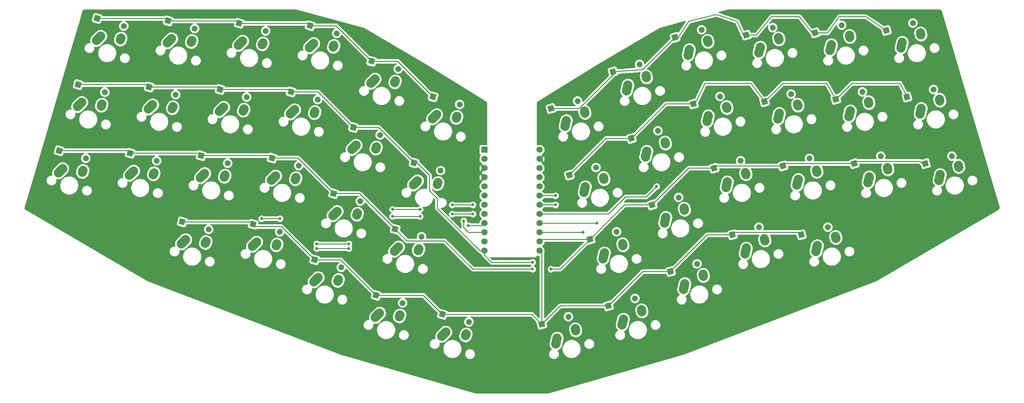
<source format=gbr>
G04 #@! TF.GenerationSoftware,KiCad,Pcbnew,(5.1.5)-3*
G04 #@! TF.CreationDate,2020-09-15T02:52:10+03:00*
G04 #@! TF.ProjectId,eiri,65697269-2e6b-4696-9361-645f70636258,rev?*
G04 #@! TF.SameCoordinates,Original*
G04 #@! TF.FileFunction,Copper,L2,Bot*
G04 #@! TF.FilePolarity,Positive*
%FSLAX46Y46*%
G04 Gerber Fmt 4.6, Leading zero omitted, Abs format (unit mm)*
G04 Created by KiCad (PCBNEW (5.1.5)-3) date 2020-09-15 02:52:10*
%MOMM*%
%LPD*%
G04 APERTURE LIST*
%ADD10R,1.752600X1.752600*%
%ADD11C,1.752600*%
%ADD12C,2.500000*%
%ADD13C,0.100000*%
%ADD14C,1.600000*%
%ADD15C,0.800000*%
%ADD16C,0.250000*%
%ADD17C,0.254000*%
G04 APERTURE END LIST*
D10*
X138430000Y-81280000D03*
D11*
X138430000Y-83820000D03*
X138430000Y-86360000D03*
X138430000Y-88900000D03*
X138430000Y-91440000D03*
X138430000Y-93980000D03*
X138430000Y-96520000D03*
X138430000Y-99060000D03*
X138430000Y-101600000D03*
X138430000Y-104140000D03*
X138430000Y-106680000D03*
X153670000Y-109220000D03*
X153670000Y-106680000D03*
X153670000Y-104140000D03*
X153670000Y-101600000D03*
X153670000Y-99060000D03*
X153670000Y-96520000D03*
X153670000Y-93980000D03*
X153670000Y-91440000D03*
X153670000Y-88900000D03*
X153670000Y-86360000D03*
X153670000Y-83820000D03*
X138430000Y-109220000D03*
X153670000Y-81280000D03*
D12*
X264488789Y-88129398D02*
X264111701Y-89756268D01*
X269515963Y-85565007D02*
X269637541Y-86132121D01*
X259237898Y-69817363D02*
X258860810Y-71444233D01*
X264265072Y-67252972D02*
X264386650Y-67820086D01*
X253987006Y-51505327D02*
X253609918Y-53132197D01*
X259014180Y-48940936D02*
X259135758Y-49508050D01*
X230490166Y-107787201D02*
X230113078Y-109414071D01*
X235517340Y-105222810D02*
X235638918Y-105789924D01*
X244864032Y-88802282D02*
X244486944Y-90429152D01*
X249891206Y-86237891D02*
X250012784Y-86805005D01*
X239613141Y-70490247D02*
X239236053Y-72117117D01*
X244640315Y-67925856D02*
X244761893Y-68492970D01*
X234362249Y-52178211D02*
X233985161Y-53805081D01*
X239389423Y-49613820D02*
X239511001Y-50180934D01*
X210865409Y-108460085D02*
X210488321Y-110086955D01*
X215892583Y-105895694D02*
X216014161Y-106462808D01*
X225239275Y-89475166D02*
X224862187Y-91102036D01*
X230266449Y-86910775D02*
X230388027Y-87477889D01*
X219988384Y-71163131D02*
X219611296Y-72790001D01*
X225015558Y-68598740D02*
X225137136Y-69165854D01*
X214737492Y-52851095D02*
X214360404Y-54477965D01*
X219764666Y-50286704D02*
X219886244Y-50853818D01*
X193866098Y-118288987D02*
X193489010Y-119915857D01*
X198893272Y-115724596D02*
X199014850Y-116291710D01*
X205614518Y-90148050D02*
X205237430Y-91774920D01*
X210641692Y-87583659D02*
X210763270Y-88150773D01*
X200363627Y-71836015D02*
X199986539Y-73462885D01*
X205390801Y-69271624D02*
X205512379Y-69838738D01*
X195112736Y-53523980D02*
X194735648Y-55150850D01*
X200139910Y-50959589D02*
X200261488Y-51526703D01*
X176866787Y-128117889D02*
X176489699Y-129744759D01*
X181893961Y-125553498D02*
X182015539Y-126120612D01*
X188615207Y-99976952D02*
X188238119Y-101603822D01*
X193642381Y-97412561D02*
X193763959Y-97979675D01*
X183364316Y-81664917D02*
X182987228Y-83291787D01*
X188391490Y-79100526D02*
X188513068Y-79667640D01*
X178113425Y-63352882D02*
X177736337Y-64979752D01*
X183140599Y-60788491D02*
X183262177Y-61355605D01*
X158554751Y-133368780D02*
X158177663Y-134995650D01*
X163581925Y-130804389D02*
X163703503Y-131371503D01*
X171615896Y-109805854D02*
X171238808Y-111432724D01*
X176643070Y-107241463D02*
X176764648Y-107808577D01*
X166365005Y-91493819D02*
X165987917Y-93120689D01*
X171392179Y-88929428D02*
X171513757Y-89496542D01*
X161114114Y-73181784D02*
X160737026Y-74808654D01*
X166141288Y-70617393D02*
X166262866Y-71184507D01*
X127778546Y-131715206D02*
X126596648Y-132895044D01*
X133400751Y-132204475D02*
X133203331Y-132749843D01*
X114717403Y-108152280D02*
X113535505Y-109332118D01*
X120339608Y-108641549D02*
X120142188Y-109186917D01*
X119968295Y-89840245D02*
X118786397Y-91020083D01*
X125590500Y-90329514D02*
X125393080Y-90874882D01*
X125219187Y-71528210D02*
X124037289Y-72708048D01*
X130841392Y-72017479D02*
X130643972Y-72562847D01*
X109466511Y-126464315D02*
X108284613Y-127644153D01*
X115088716Y-126953584D02*
X114891296Y-127498952D01*
X97718089Y-98323378D02*
X96536191Y-99503216D01*
X103340294Y-98812647D02*
X103142874Y-99358015D01*
X102968981Y-80011343D02*
X101787083Y-81191181D01*
X108591186Y-80500612D02*
X108393766Y-81045980D01*
X108219873Y-61699308D02*
X107037975Y-62879146D01*
X113842078Y-62188577D02*
X113644658Y-62733945D01*
X92467197Y-116635413D02*
X91285299Y-117815251D01*
X98089402Y-117124682D02*
X97891982Y-117670050D01*
X80718775Y-88494476D02*
X79536877Y-89674314D01*
X86340980Y-88983745D02*
X86143560Y-89529113D01*
X85969667Y-70182441D02*
X84787769Y-71362279D01*
X91591872Y-70671710D02*
X91394452Y-71217078D01*
X91220559Y-51870406D02*
X90038661Y-53050244D01*
X96842764Y-52359675D02*
X96645344Y-52905043D01*
X75467883Y-106806511D02*
X74285985Y-107986349D01*
X81090088Y-107295780D02*
X80892668Y-107841148D01*
X61094016Y-87821593D02*
X59912118Y-89001431D01*
X66716221Y-88310862D02*
X66518801Y-88856230D01*
X66344908Y-69509558D02*
X65163010Y-70689396D01*
X71967113Y-69998827D02*
X71769693Y-70544195D01*
X71595799Y-51197522D02*
X70413901Y-52377360D01*
X77218004Y-51686791D02*
X77020584Y-52232159D01*
X55843124Y-106133628D02*
X54661226Y-107313466D01*
X61465329Y-106622897D02*
X61267909Y-107168265D01*
X41469256Y-87148709D02*
X40287358Y-88328547D01*
X47091461Y-87637978D02*
X46894041Y-88183346D01*
X46720148Y-68836674D02*
X45538250Y-70016512D01*
X52342353Y-69325943D02*
X52144933Y-69871311D01*
X51971039Y-50524638D02*
X50789141Y-51704476D01*
X57593244Y-51013907D02*
X57395824Y-51559275D01*
X21844496Y-86475825D02*
X20662598Y-87655663D01*
X27466701Y-86965094D02*
X27269281Y-87510462D01*
X27095388Y-68163790D02*
X25913490Y-69343628D01*
X32717593Y-68653059D02*
X32520173Y-69198427D01*
X32346279Y-49851754D02*
X31164381Y-51031592D01*
X37968484Y-50341023D02*
X37771064Y-50886391D01*
G04 #@! TA.AperFunction,ComponentPad*
D13*
G36*
X259801501Y-86079519D02*
G01*
X259360481Y-84541501D01*
X260898499Y-84100481D01*
X261339519Y-85638499D01*
X259801501Y-86079519D01*
G37*
G04 #@! TD.AperFunction*
D14*
X267674814Y-82989643D02*
X267674814Y-82989643D01*
G04 #@! TA.AperFunction,ComponentPad*
D13*
G36*
X254721501Y-67664519D02*
G01*
X254280481Y-66126501D01*
X255818499Y-65685481D01*
X256259519Y-67223499D01*
X254721501Y-67664519D01*
G37*
G04 #@! TD.AperFunction*
D14*
X262594814Y-64574643D02*
X262594814Y-64574643D01*
G04 #@! TA.AperFunction,ComponentPad*
D13*
G36*
X249006501Y-49249519D02*
G01*
X248565481Y-47711501D01*
X250103499Y-47270481D01*
X250544519Y-48808499D01*
X249006501Y-49249519D01*
G37*
G04 #@! TD.AperFunction*
D14*
X256879814Y-46159643D02*
X256879814Y-46159643D01*
G04 #@! TA.AperFunction,ComponentPad*
D13*
G36*
X225511501Y-105764519D02*
G01*
X225070481Y-104226501D01*
X226608499Y-103785481D01*
X227049519Y-105323499D01*
X225511501Y-105764519D01*
G37*
G04 #@! TD.AperFunction*
D14*
X233384814Y-102674643D02*
X233384814Y-102674643D01*
G04 #@! TA.AperFunction,ComponentPad*
D13*
G36*
X240116501Y-86079519D02*
G01*
X239675481Y-84541501D01*
X241213499Y-84100481D01*
X241654519Y-85638499D01*
X240116501Y-86079519D01*
G37*
G04 #@! TD.AperFunction*
D14*
X247989814Y-82989643D02*
X247989814Y-82989643D01*
G04 #@! TA.AperFunction,ComponentPad*
D13*
G36*
X235036501Y-68299519D02*
G01*
X234595481Y-66761501D01*
X236133499Y-66320481D01*
X236574519Y-67858499D01*
X235036501Y-68299519D01*
G37*
G04 #@! TD.AperFunction*
D14*
X242909814Y-65209643D02*
X242909814Y-65209643D01*
G04 #@! TA.AperFunction,ComponentPad*
D13*
G36*
X229321501Y-49884519D02*
G01*
X228880481Y-48346501D01*
X230418499Y-47905481D01*
X230859519Y-49443499D01*
X229321501Y-49884519D01*
G37*
G04 #@! TD.AperFunction*
D14*
X237194814Y-46794643D02*
X237194814Y-46794643D01*
G04 #@! TA.AperFunction,ComponentPad*
D13*
G36*
X206461501Y-105764519D02*
G01*
X206020481Y-104226501D01*
X207558499Y-103785481D01*
X207999519Y-105323499D01*
X206461501Y-105764519D01*
G37*
G04 #@! TD.AperFunction*
D14*
X214334814Y-102674643D02*
X214334814Y-102674643D01*
G04 #@! TA.AperFunction,ComponentPad*
D13*
G36*
X220431501Y-86714519D02*
G01*
X219990481Y-85176501D01*
X221528499Y-84735481D01*
X221969519Y-86273499D01*
X220431501Y-86714519D01*
G37*
G04 #@! TD.AperFunction*
D14*
X228304814Y-83624643D02*
X228304814Y-83624643D01*
G04 #@! TA.AperFunction,ComponentPad*
D13*
G36*
X215351501Y-68934519D02*
G01*
X214910481Y-67396501D01*
X216448499Y-66955481D01*
X216889519Y-68493499D01*
X215351501Y-68934519D01*
G37*
G04 #@! TD.AperFunction*
D14*
X223224814Y-65844643D02*
X223224814Y-65844643D01*
G04 #@! TA.AperFunction,ComponentPad*
D13*
G36*
X210271501Y-50519519D02*
G01*
X209830481Y-48981501D01*
X211368499Y-48540481D01*
X211809519Y-50078499D01*
X210271501Y-50519519D01*
G37*
G04 #@! TD.AperFunction*
D14*
X218144814Y-47429643D02*
X218144814Y-47429643D01*
G04 #@! TA.AperFunction,ComponentPad*
D13*
G36*
X189316501Y-115924519D02*
G01*
X188875481Y-114386501D01*
X190413499Y-113945481D01*
X190854519Y-115483499D01*
X189316501Y-115924519D01*
G37*
G04 #@! TD.AperFunction*
D14*
X197189814Y-112834643D02*
X197189814Y-112834643D01*
G04 #@! TA.AperFunction,ComponentPad*
D13*
G36*
X201381501Y-87349519D02*
G01*
X200940481Y-85811501D01*
X202478499Y-85370481D01*
X202919519Y-86908499D01*
X201381501Y-87349519D01*
G37*
G04 #@! TD.AperFunction*
D14*
X209254814Y-84259643D02*
X209254814Y-84259643D01*
G04 #@! TA.AperFunction,ComponentPad*
D13*
G36*
X195666501Y-69569519D02*
G01*
X195225481Y-68031501D01*
X196763499Y-67590481D01*
X197204519Y-69128499D01*
X195666501Y-69569519D01*
G37*
G04 #@! TD.AperFunction*
D14*
X203539814Y-66479643D02*
X203539814Y-66479643D01*
G04 #@! TA.AperFunction,ComponentPad*
D13*
G36*
X190586501Y-51154519D02*
G01*
X190145481Y-49616501D01*
X191683499Y-49175481D01*
X192124519Y-50713499D01*
X190586501Y-51154519D01*
G37*
G04 #@! TD.AperFunction*
D14*
X198459814Y-48064643D02*
X198459814Y-48064643D01*
G04 #@! TA.AperFunction,ComponentPad*
D13*
G36*
X172171501Y-125449519D02*
G01*
X171730481Y-123911501D01*
X173268499Y-123470481D01*
X173709519Y-125008499D01*
X172171501Y-125449519D01*
G37*
G04 #@! TD.AperFunction*
D14*
X180044814Y-122359643D02*
X180044814Y-122359643D01*
G04 #@! TA.AperFunction,ComponentPad*
D13*
G36*
X184236501Y-97509519D02*
G01*
X183795481Y-95971501D01*
X185333499Y-95530481D01*
X185774519Y-97068499D01*
X184236501Y-97509519D01*
G37*
G04 #@! TD.AperFunction*
D14*
X192109814Y-94419643D02*
X192109814Y-94419643D01*
G04 #@! TA.AperFunction,ComponentPad*
D13*
G36*
X178521501Y-79094519D02*
G01*
X178080481Y-77556501D01*
X179618499Y-77115481D01*
X180059519Y-78653499D01*
X178521501Y-79094519D01*
G37*
G04 #@! TD.AperFunction*
D14*
X186394814Y-76004643D02*
X186394814Y-76004643D01*
G04 #@! TA.AperFunction,ComponentPad*
D13*
G36*
X173441501Y-60679519D02*
G01*
X173000481Y-59141501D01*
X174538499Y-58700481D01*
X174979519Y-60238499D01*
X173441501Y-60679519D01*
G37*
G04 #@! TD.AperFunction*
D14*
X181314814Y-57589643D02*
X181314814Y-57589643D01*
G04 #@! TA.AperFunction,ComponentPad*
D13*
G36*
X153756501Y-130529519D02*
G01*
X153315481Y-128991501D01*
X154853499Y-128550481D01*
X155294519Y-130088499D01*
X153756501Y-130529519D01*
G37*
G04 #@! TD.AperFunction*
D14*
X161629814Y-127439643D02*
X161629814Y-127439643D01*
G04 #@! TA.AperFunction,ComponentPad*
D13*
G36*
X167091501Y-107034519D02*
G01*
X166650481Y-105496501D01*
X168188499Y-105055481D01*
X168629519Y-106593499D01*
X167091501Y-107034519D01*
G37*
G04 #@! TD.AperFunction*
D14*
X174964814Y-103944643D02*
X174964814Y-103944643D01*
G04 #@! TA.AperFunction,ComponentPad*
D13*
G36*
X161376501Y-89254519D02*
G01*
X160935481Y-87716501D01*
X162473499Y-87275481D01*
X162914519Y-88813499D01*
X161376501Y-89254519D01*
G37*
G04 #@! TD.AperFunction*
D14*
X169249814Y-86164643D02*
X169249814Y-86164643D01*
G04 #@! TA.AperFunction,ComponentPad*
D13*
G36*
X156296501Y-70839519D02*
G01*
X155855481Y-69301501D01*
X157393499Y-68860481D01*
X157834519Y-70398499D01*
X156296501Y-70839519D01*
G37*
G04 #@! TD.AperFunction*
D14*
X164169814Y-67749643D02*
X164169814Y-67749643D01*
G04 #@! TA.AperFunction,ComponentPad*
D13*
G36*
X125813466Y-127322878D02*
G01*
X126254486Y-125784860D01*
X127792504Y-126225880D01*
X127351484Y-127763898D01*
X125813466Y-127322878D01*
G37*
G04 #@! TD.AperFunction*
D14*
X134127799Y-128874736D02*
X134127799Y-128874736D01*
G04 #@! TA.AperFunction,ComponentPad*
D13*
G36*
X112752323Y-103759952D02*
G01*
X113193343Y-102221934D01*
X114731361Y-102662954D01*
X114290341Y-104200972D01*
X112752323Y-103759952D01*
G37*
G04 #@! TD.AperFunction*
D14*
X121066656Y-105311810D02*
X121066656Y-105311810D01*
G04 #@! TA.AperFunction,ComponentPad*
D13*
G36*
X118003215Y-85447917D02*
G01*
X118444235Y-83909899D01*
X119982253Y-84350919D01*
X119541233Y-85888937D01*
X118003215Y-85447917D01*
G37*
G04 #@! TD.AperFunction*
D14*
X126317548Y-86999775D02*
X126317548Y-86999775D01*
G04 #@! TA.AperFunction,ComponentPad*
D13*
G36*
X123254107Y-67135882D02*
G01*
X123695127Y-65597864D01*
X125233145Y-66038884D01*
X124792125Y-67576902D01*
X123254107Y-67135882D01*
G37*
G04 #@! TD.AperFunction*
D14*
X131568440Y-68687740D02*
X131568440Y-68687740D01*
G04 #@! TA.AperFunction,ComponentPad*
D13*
G36*
X107501431Y-122071987D02*
G01*
X107942451Y-120533969D01*
X109480469Y-120974989D01*
X109039449Y-122513007D01*
X107501431Y-122071987D01*
G37*
G04 #@! TD.AperFunction*
D14*
X115815764Y-123623845D02*
X115815764Y-123623845D01*
G04 #@! TA.AperFunction,ComponentPad*
D13*
G36*
X95753009Y-93931050D02*
G01*
X96194029Y-92393032D01*
X97732047Y-92834052D01*
X97291027Y-94372070D01*
X95753009Y-93931050D01*
G37*
G04 #@! TD.AperFunction*
D14*
X104067342Y-95482908D02*
X104067342Y-95482908D01*
G04 #@! TA.AperFunction,ComponentPad*
D13*
G36*
X101245481Y-75619015D02*
G01*
X101686501Y-74080997D01*
X103224519Y-74522017D01*
X102783499Y-76060035D01*
X101245481Y-75619015D01*
G37*
G04 #@! TD.AperFunction*
D14*
X109559814Y-77170873D02*
X109559814Y-77170873D01*
G04 #@! TA.AperFunction,ComponentPad*
D13*
G36*
X106254793Y-57306980D02*
G01*
X106695813Y-55768962D01*
X108233831Y-56209982D01*
X107792811Y-57748000D01*
X106254793Y-57306980D01*
G37*
G04 #@! TD.AperFunction*
D14*
X114569126Y-58858838D02*
X114569126Y-58858838D01*
G04 #@! TA.AperFunction,ComponentPad*
D13*
G36*
X90502117Y-112243085D02*
G01*
X90943137Y-110705067D01*
X92481155Y-111146087D01*
X92040135Y-112684105D01*
X90502117Y-112243085D01*
G37*
G04 #@! TD.AperFunction*
D14*
X98816450Y-113794943D02*
X98816450Y-113794943D01*
G04 #@! TA.AperFunction,ComponentPad*
D13*
G36*
X78753695Y-84102148D02*
G01*
X79194715Y-82564130D01*
X80732733Y-83005150D01*
X80291713Y-84543168D01*
X78753695Y-84102148D01*
G37*
G04 #@! TD.AperFunction*
D14*
X87068028Y-85654006D02*
X87068028Y-85654006D01*
G04 #@! TA.AperFunction,ComponentPad*
D13*
G36*
X84004587Y-65790113D02*
G01*
X84445607Y-64252095D01*
X85983625Y-64693115D01*
X85542605Y-66231133D01*
X84004587Y-65790113D01*
G37*
G04 #@! TD.AperFunction*
D14*
X92318920Y-67341971D02*
X92318920Y-67341971D01*
G04 #@! TA.AperFunction,ComponentPad*
D13*
G36*
X89255479Y-47478078D02*
G01*
X89696499Y-45940060D01*
X91234517Y-46381080D01*
X90793497Y-47919098D01*
X89255479Y-47478078D01*
G37*
G04 #@! TD.AperFunction*
D14*
X97569812Y-49029936D02*
X97569812Y-49029936D01*
G04 #@! TA.AperFunction,ComponentPad*
D13*
G36*
X73502803Y-102414183D02*
G01*
X73943823Y-100876165D01*
X75481841Y-101317185D01*
X75040821Y-102855203D01*
X73502803Y-102414183D01*
G37*
G04 #@! TD.AperFunction*
D14*
X81817136Y-103966041D02*
X81817136Y-103966041D01*
G04 #@! TA.AperFunction,ComponentPad*
D13*
G36*
X59128936Y-83429265D02*
G01*
X59569956Y-81891247D01*
X61107974Y-82332267D01*
X60666954Y-83870285D01*
X59128936Y-83429265D01*
G37*
G04 #@! TD.AperFunction*
D14*
X67443269Y-84981123D02*
X67443269Y-84981123D01*
G04 #@! TA.AperFunction,ComponentPad*
D13*
G36*
X64379828Y-65117230D02*
G01*
X64820848Y-63579212D01*
X66358866Y-64020232D01*
X65917846Y-65558250D01*
X64379828Y-65117230D01*
G37*
G04 #@! TD.AperFunction*
D14*
X72694161Y-66669088D02*
X72694161Y-66669088D01*
G04 #@! TA.AperFunction,ComponentPad*
D13*
G36*
X69630719Y-46805194D02*
G01*
X70071739Y-45267176D01*
X71609757Y-45708196D01*
X71168737Y-47246214D01*
X69630719Y-46805194D01*
G37*
G04 #@! TD.AperFunction*
D14*
X77945052Y-48357052D02*
X77945052Y-48357052D01*
G04 #@! TA.AperFunction,ComponentPad*
D13*
G36*
X53878044Y-101741300D02*
G01*
X54319064Y-100203282D01*
X55857082Y-100644302D01*
X55416062Y-102182320D01*
X53878044Y-101741300D01*
G37*
G04 #@! TD.AperFunction*
D14*
X62192377Y-103293158D02*
X62192377Y-103293158D01*
G04 #@! TA.AperFunction,ComponentPad*
D13*
G36*
X39504176Y-82756381D02*
G01*
X39945196Y-81218363D01*
X41483214Y-81659383D01*
X41042194Y-83197401D01*
X39504176Y-82756381D01*
G37*
G04 #@! TD.AperFunction*
D14*
X47818509Y-84308239D02*
X47818509Y-84308239D01*
G04 #@! TA.AperFunction,ComponentPad*
D13*
G36*
X44755068Y-64444346D02*
G01*
X45196088Y-62906328D01*
X46734106Y-63347348D01*
X46293086Y-64885366D01*
X44755068Y-64444346D01*
G37*
G04 #@! TD.AperFunction*
D14*
X53069401Y-65996204D02*
X53069401Y-65996204D01*
G04 #@! TA.AperFunction,ComponentPad*
D13*
G36*
X50005959Y-46132310D02*
G01*
X50446979Y-44594292D01*
X51984997Y-45035312D01*
X51543977Y-46573330D01*
X50005959Y-46132310D01*
G37*
G04 #@! TD.AperFunction*
D14*
X58320292Y-47684168D02*
X58320292Y-47684168D01*
G04 #@! TA.AperFunction,ComponentPad*
D13*
G36*
X19879416Y-82083497D02*
G01*
X20320436Y-80545479D01*
X21858454Y-80986499D01*
X21417434Y-82524517D01*
X19879416Y-82083497D01*
G37*
G04 #@! TD.AperFunction*
D14*
X28193749Y-83635355D02*
X28193749Y-83635355D01*
G04 #@! TA.AperFunction,ComponentPad*
D13*
G36*
X25130308Y-63771462D02*
G01*
X25571328Y-62233444D01*
X27109346Y-62674464D01*
X26668326Y-64212482D01*
X25130308Y-63771462D01*
G37*
G04 #@! TD.AperFunction*
D14*
X33444641Y-65323320D02*
X33444641Y-65323320D01*
G04 #@! TA.AperFunction,ComponentPad*
D13*
G36*
X30381199Y-45459426D02*
G01*
X30822219Y-43921408D01*
X32360237Y-44362428D01*
X31919217Y-45900446D01*
X30381199Y-45459426D01*
G37*
G04 #@! TD.AperFunction*
D14*
X38695532Y-47011284D02*
X38695532Y-47011284D01*
D15*
X151765000Y-112395000D03*
X151765000Y-114300000D03*
X156845000Y-114300000D03*
X135255000Y-96520000D03*
X129540000Y-96520000D03*
X120650000Y-97790000D03*
X113030000Y-97790000D03*
X100965000Y-107315000D03*
X92075000Y-107315000D03*
X81915000Y-100330000D03*
X76835000Y-100330000D03*
X135255000Y-99060000D03*
X129540000Y-99060000D03*
X120650000Y-99695000D03*
X113030000Y-99695000D03*
X100965000Y-108585000D03*
X92075000Y-108585000D03*
X133985000Y-102235000D03*
X132715000Y-100965000D03*
X165735000Y-104140000D03*
X169545000Y-101600000D03*
X186055000Y-91440000D03*
X158115000Y-96520000D03*
X158115000Y-93980000D03*
D16*
X50322594Y-44910927D02*
X50995478Y-45583811D01*
X31370718Y-44910927D02*
X50322594Y-44910927D01*
X69947354Y-45583811D02*
X70620238Y-46256695D01*
X50995478Y-45583811D02*
X69947354Y-45583811D01*
X89572114Y-46256695D02*
X90244998Y-46929579D01*
X70620238Y-46256695D02*
X89572114Y-46256695D01*
X97415410Y-46929579D02*
X107244312Y-56758481D01*
X90244998Y-46929579D02*
X97415410Y-46929579D01*
X114414724Y-56758481D02*
X124243626Y-66587383D01*
X107244312Y-56758481D02*
X114414724Y-56758481D01*
X182245000Y-59055000D02*
X173990000Y-59690000D01*
X191135000Y-50165000D02*
X182245000Y-59055000D01*
X157677239Y-69850000D02*
X156845000Y-69850000D01*
X164662239Y-69850000D02*
X157677239Y-69850000D01*
X173990000Y-60522239D02*
X164662239Y-69850000D01*
X173990000Y-59690000D02*
X173990000Y-60522239D01*
X191967239Y-50165000D02*
X191135000Y-50165000D01*
X209987761Y-49530000D02*
X208280000Y-45720000D01*
X202565000Y-43815000D02*
X194945000Y-45720000D01*
X210820000Y-49530000D02*
X209987761Y-49530000D01*
X208280000Y-45720000D02*
X202565000Y-43815000D01*
X194945000Y-45720000D02*
X191967239Y-50165000D01*
X211652239Y-49530000D02*
X210820000Y-49530000D01*
X229037761Y-48895000D02*
X225504773Y-44450000D01*
X213642777Y-49530000D02*
X211652239Y-49530000D01*
X229870000Y-48895000D02*
X229037761Y-48895000D01*
X225504773Y-44450000D02*
X217805000Y-44450000D01*
X217805000Y-44450000D02*
X213642777Y-49530000D01*
X233305418Y-48895000D02*
X230702239Y-48895000D01*
X236534896Y-44450000D02*
X233305418Y-48895000D01*
X230702239Y-48895000D02*
X229870000Y-48895000D01*
X249555000Y-48260000D02*
X243840000Y-44450000D01*
X243840000Y-44450000D02*
X236534896Y-44450000D01*
X45071703Y-63222963D02*
X45744587Y-63895847D01*
X26119827Y-63222963D02*
X45071703Y-63222963D01*
X64696463Y-63895847D02*
X65369347Y-64568731D01*
X45744587Y-63895847D02*
X64696463Y-63895847D01*
X84321223Y-64568731D02*
X84994106Y-65241614D01*
X65369347Y-64568731D02*
X84321223Y-64568731D01*
X92406098Y-65241614D02*
X102235000Y-75070516D01*
X84994106Y-65241614D02*
X92406098Y-65241614D01*
X109163832Y-75070516D02*
X118992734Y-84899418D01*
X102235000Y-75070516D02*
X109163832Y-75070516D01*
X188595000Y-68580000D02*
X179070000Y-78105000D01*
X196215000Y-68580000D02*
X188595000Y-68580000D01*
X137190725Y-109220000D02*
X138430000Y-109220000D01*
X125456416Y-97485691D02*
X137190725Y-109220000D01*
X125456416Y-94787369D02*
X125456416Y-97485691D01*
X123190000Y-92520953D02*
X125456416Y-94787369D01*
X123190000Y-88264445D02*
X123190000Y-92520953D01*
X119824973Y-84899418D02*
X123190000Y-88264445D01*
X118992734Y-84899418D02*
X119824973Y-84899418D01*
X138430000Y-110459275D02*
X140365725Y-112395000D01*
X138430000Y-109220000D02*
X138430000Y-110459275D01*
X140365725Y-112395000D02*
X151765000Y-112395000D01*
X151765000Y-112395000D02*
X151765000Y-112395000D01*
X240030000Y-62865000D02*
X236231778Y-66663222D01*
X255270000Y-66675000D02*
X253365000Y-62865000D01*
X236231778Y-66663222D02*
X235585000Y-67310000D01*
X253365000Y-62865000D02*
X240030000Y-62865000D01*
X220980000Y-62865000D02*
X216546778Y-67298222D01*
X216546778Y-67298222D02*
X215900000Y-67945000D01*
X235585000Y-67310000D02*
X233045000Y-62865000D01*
X233045000Y-62865000D02*
X220980000Y-62865000D01*
X199390000Y-62865000D02*
X197097546Y-67697454D01*
X215900000Y-67945000D02*
X212090000Y-62865000D01*
X196861778Y-67933222D02*
X196215000Y-68580000D01*
X197097546Y-67697454D02*
X196861778Y-67933222D01*
X212090000Y-62865000D02*
X199390000Y-62865000D01*
X179070000Y-78105000D02*
X172085000Y-78105000D01*
X172085000Y-78105000D02*
X161925000Y-88265000D01*
X39820811Y-81534998D02*
X40493695Y-82207882D01*
X20868935Y-81534998D02*
X39820811Y-81534998D01*
X59445571Y-82207882D02*
X60118455Y-82880766D01*
X40493695Y-82207882D02*
X59445571Y-82207882D01*
X79070331Y-82880766D02*
X79743214Y-83553649D01*
X60118455Y-82880766D02*
X79070331Y-82880766D01*
X86913626Y-83553649D02*
X96742528Y-93382551D01*
X79743214Y-83553649D02*
X86913626Y-83553649D01*
X103912940Y-93382551D02*
X113741842Y-103211453D01*
X96742528Y-93382551D02*
X103912940Y-93382551D01*
X241311778Y-84443222D02*
X240665000Y-85090000D01*
X258870983Y-84443222D02*
X241311778Y-84443222D01*
X260350000Y-85090000D02*
X259517761Y-85090000D01*
X259517761Y-85090000D02*
X258870983Y-84443222D01*
X221615000Y-85090000D02*
X220980000Y-85725000D01*
X240665000Y-85090000D02*
X221615000Y-85090000D01*
X202565000Y-85725000D02*
X201930000Y-86360000D01*
X220980000Y-85725000D02*
X202565000Y-85725000D01*
X194945000Y-86360000D02*
X184785000Y-96520000D01*
X201930000Y-86360000D02*
X194945000Y-86360000D01*
X177165000Y-96520000D02*
X167640000Y-106045000D01*
X184785000Y-96520000D02*
X177165000Y-96520000D01*
X154305000Y-106045000D02*
X153670000Y-106680000D01*
X167640000Y-106045000D02*
X154305000Y-106045000D01*
X116967200Y-106436811D02*
X127391811Y-106436811D01*
X113741842Y-103211453D02*
X116967200Y-106436811D01*
X127391811Y-106436811D02*
X135255000Y-114300000D01*
X135255000Y-114300000D02*
X151765000Y-114300000D01*
X151765000Y-114300000D02*
X151765000Y-114300000D01*
X159385000Y-114300000D02*
X167640000Y-106045000D01*
X156845000Y-114300000D02*
X159385000Y-114300000D01*
X73819439Y-101192801D02*
X74492322Y-101865684D01*
X54867563Y-101192801D02*
X73819439Y-101192801D01*
X90844858Y-111047808D02*
X91491636Y-111694586D01*
X82309512Y-102512462D02*
X90844858Y-111047808D01*
X75139100Y-102512462D02*
X82309512Y-102512462D01*
X74492322Y-101865684D02*
X75139100Y-102512462D01*
X98662048Y-111694586D02*
X108490950Y-121523488D01*
X91491636Y-111694586D02*
X98662048Y-111694586D01*
X121552094Y-121523488D02*
X126802985Y-126774379D01*
X108490950Y-121523488D02*
X121552094Y-121523488D01*
X207656778Y-104128222D02*
X207010000Y-104775000D01*
X225413222Y-104128222D02*
X207656778Y-104128222D01*
X226060000Y-104775000D02*
X225413222Y-104128222D01*
X200025000Y-104775000D02*
X189865000Y-114935000D01*
X207010000Y-104775000D02*
X200025000Y-104775000D01*
X182245000Y-114935000D02*
X172720000Y-124460000D01*
X189865000Y-114935000D02*
X182245000Y-114935000D01*
X159385000Y-124460000D02*
X154305000Y-129540000D01*
X172720000Y-124460000D02*
X159385000Y-124460000D01*
X154305000Y-109855000D02*
X153670000Y-109220000D01*
X154305000Y-129540000D02*
X154305000Y-109855000D01*
X151539379Y-126774379D02*
X154305000Y-129540000D01*
X126802985Y-126774379D02*
X151539379Y-126774379D01*
X135255000Y-96520000D02*
X129540000Y-96520000D01*
X129540000Y-96520000D02*
X129540000Y-96520000D01*
X120650000Y-97790000D02*
X113030000Y-97790000D01*
X113030000Y-97790000D02*
X113030000Y-97790000D01*
X100965000Y-107315000D02*
X92075000Y-107315000D01*
X92075000Y-107315000D02*
X92075000Y-107315000D01*
X81915000Y-100330000D02*
X76835000Y-100330000D01*
X76835000Y-100330000D02*
X76835000Y-100330000D01*
X135255000Y-99060000D02*
X129540000Y-99060000D01*
X129540000Y-99060000D02*
X129540000Y-99060000D01*
X120650000Y-99695000D02*
X113030000Y-99695000D01*
X113030000Y-99695000D02*
X113030000Y-99695000D01*
X100965000Y-108585000D02*
X92075000Y-108585000D01*
X92075000Y-108585000D02*
X92075000Y-108585000D01*
X137795000Y-102235000D02*
X138430000Y-101600000D01*
X133985000Y-102235000D02*
X137795000Y-102235000D01*
X132715000Y-100965000D02*
X132715000Y-100965000D01*
X132715000Y-102870000D02*
X132715000Y-100965000D01*
X138430000Y-104140000D02*
X133985000Y-104140000D01*
X133985000Y-104140000D02*
X132715000Y-102870000D01*
X165735000Y-104140000D02*
X153670000Y-104140000D01*
X169545000Y-101600000D02*
X153670000Y-101600000D01*
X183207302Y-94287698D02*
X177492302Y-94287698D01*
X186055000Y-91440000D02*
X183207302Y-94287698D01*
X172720000Y-99060000D02*
X153670000Y-99060000D01*
X177492302Y-94287698D02*
X172720000Y-99060000D01*
X158115000Y-96520000D02*
X153670000Y-96520000D01*
X158115000Y-93980000D02*
X153670000Y-93980000D01*
D17*
G36*
X105151911Y-47604240D02*
G01*
X122213804Y-57714991D01*
X138653105Y-67831485D01*
X139040001Y-68218382D01*
X139040000Y-79765628D01*
X137553700Y-79765628D01*
X137429218Y-79777888D01*
X137309520Y-79814198D01*
X137199206Y-79873163D01*
X137102515Y-79952515D01*
X137023163Y-80049206D01*
X136964198Y-80159520D01*
X136927888Y-80279218D01*
X136915628Y-80403700D01*
X136915628Y-82156300D01*
X136927888Y-82280782D01*
X136964198Y-82400480D01*
X137023163Y-82510794D01*
X137102515Y-82607485D01*
X137199206Y-82686837D01*
X137309520Y-82745802D01*
X137353542Y-82759156D01*
X137256096Y-82856602D01*
X137090703Y-83104131D01*
X136976778Y-83379170D01*
X136918700Y-83671150D01*
X136918700Y-83968850D01*
X136976778Y-84260830D01*
X137090703Y-84535869D01*
X137256096Y-84783398D01*
X137466602Y-84993904D01*
X137629809Y-85102955D01*
X137562437Y-85312831D01*
X138430000Y-86180395D01*
X138444142Y-86166252D01*
X138623748Y-86345858D01*
X138609605Y-86360000D01*
X138623748Y-86374143D01*
X138444142Y-86553748D01*
X138430000Y-86539605D01*
X137562437Y-87407169D01*
X137633968Y-87630000D01*
X137562437Y-87852831D01*
X138430000Y-88720395D01*
X138444142Y-88706252D01*
X138623748Y-88885858D01*
X138609605Y-88900000D01*
X138623748Y-88914143D01*
X138444142Y-89093748D01*
X138430000Y-89079605D01*
X137562437Y-89947169D01*
X137629809Y-90157045D01*
X137466602Y-90266096D01*
X137256096Y-90476602D01*
X137090703Y-90724131D01*
X136976778Y-90999170D01*
X136918700Y-91291150D01*
X136918700Y-91588850D01*
X136976778Y-91880830D01*
X137090703Y-92155869D01*
X137256096Y-92403398D01*
X137466602Y-92613904D01*
X137610420Y-92710000D01*
X137466602Y-92806096D01*
X137256096Y-93016602D01*
X137090703Y-93264131D01*
X136976778Y-93539170D01*
X136918700Y-93831150D01*
X136918700Y-94128850D01*
X136976778Y-94420830D01*
X137090703Y-94695869D01*
X137256096Y-94943398D01*
X137466602Y-95153904D01*
X137610420Y-95250000D01*
X137466602Y-95346096D01*
X137256096Y-95556602D01*
X137090703Y-95804131D01*
X136976778Y-96079170D01*
X136918700Y-96371150D01*
X136918700Y-96668850D01*
X136976778Y-96960830D01*
X137090703Y-97235869D01*
X137256096Y-97483398D01*
X137466602Y-97693904D01*
X137610420Y-97790000D01*
X137466602Y-97886096D01*
X137256096Y-98096602D01*
X137090703Y-98344131D01*
X136976778Y-98619170D01*
X136918700Y-98911150D01*
X136918700Y-99208850D01*
X136976778Y-99500830D01*
X137090703Y-99775869D01*
X137256096Y-100023398D01*
X137466602Y-100233904D01*
X137610420Y-100330000D01*
X137466602Y-100426096D01*
X137256096Y-100636602D01*
X137090703Y-100884131D01*
X136976778Y-101159170D01*
X136918700Y-101451150D01*
X136918700Y-101475000D01*
X134688711Y-101475000D01*
X134644774Y-101431063D01*
X134475256Y-101317795D01*
X134286898Y-101239774D01*
X134086939Y-101200000D01*
X133883061Y-101200000D01*
X133716961Y-101233039D01*
X133750000Y-101066939D01*
X133750000Y-100863061D01*
X133710226Y-100663102D01*
X133632205Y-100474744D01*
X133518937Y-100305226D01*
X133374774Y-100161063D01*
X133205256Y-100047795D01*
X133016898Y-99969774D01*
X132816939Y-99930000D01*
X132613061Y-99930000D01*
X132413102Y-99969774D01*
X132224744Y-100047795D01*
X132055226Y-100161063D01*
X131911063Y-100305226D01*
X131797795Y-100474744D01*
X131719774Y-100663102D01*
X131680000Y-100863061D01*
X131680000Y-101066939D01*
X131719774Y-101266898D01*
X131797795Y-101455256D01*
X131911063Y-101624774D01*
X131955001Y-101668712D01*
X131955000Y-102832677D01*
X131951324Y-102870000D01*
X131955000Y-102907322D01*
X131955000Y-102907332D01*
X131955234Y-102909707D01*
X128968337Y-99922811D01*
X129049744Y-99977205D01*
X129238102Y-100055226D01*
X129438061Y-100095000D01*
X129641939Y-100095000D01*
X129841898Y-100055226D01*
X130030256Y-99977205D01*
X130199774Y-99863937D01*
X130243711Y-99820000D01*
X134551289Y-99820000D01*
X134595226Y-99863937D01*
X134764744Y-99977205D01*
X134953102Y-100055226D01*
X135153061Y-100095000D01*
X135356939Y-100095000D01*
X135556898Y-100055226D01*
X135745256Y-99977205D01*
X135914774Y-99863937D01*
X136058937Y-99719774D01*
X136172205Y-99550256D01*
X136250226Y-99361898D01*
X136290000Y-99161939D01*
X136290000Y-98958061D01*
X136250226Y-98758102D01*
X136172205Y-98569744D01*
X136058937Y-98400226D01*
X135914774Y-98256063D01*
X135745256Y-98142795D01*
X135556898Y-98064774D01*
X135356939Y-98025000D01*
X135153061Y-98025000D01*
X134953102Y-98064774D01*
X134764744Y-98142795D01*
X134595226Y-98256063D01*
X134551289Y-98300000D01*
X130243711Y-98300000D01*
X130199774Y-98256063D01*
X130030256Y-98142795D01*
X129841898Y-98064774D01*
X129641939Y-98025000D01*
X129438061Y-98025000D01*
X129238102Y-98064774D01*
X129049744Y-98142795D01*
X128880226Y-98256063D01*
X128736063Y-98400226D01*
X128622795Y-98569744D01*
X128544774Y-98758102D01*
X128505000Y-98958061D01*
X128505000Y-99161939D01*
X128544774Y-99361898D01*
X128622795Y-99550256D01*
X128677189Y-99631663D01*
X126433203Y-97387677D01*
X126485969Y-97398173D01*
X126778665Y-97398173D01*
X127065738Y-97341071D01*
X127336155Y-97229061D01*
X127579523Y-97066447D01*
X127786491Y-96859479D01*
X127949105Y-96616111D01*
X128031139Y-96418061D01*
X128505000Y-96418061D01*
X128505000Y-96621939D01*
X128544774Y-96821898D01*
X128622795Y-97010256D01*
X128736063Y-97179774D01*
X128880226Y-97323937D01*
X129049744Y-97437205D01*
X129238102Y-97515226D01*
X129438061Y-97555000D01*
X129641939Y-97555000D01*
X129841898Y-97515226D01*
X130030256Y-97437205D01*
X130199774Y-97323937D01*
X130243711Y-97280000D01*
X134551289Y-97280000D01*
X134595226Y-97323937D01*
X134764744Y-97437205D01*
X134953102Y-97515226D01*
X135153061Y-97555000D01*
X135356939Y-97555000D01*
X135556898Y-97515226D01*
X135745256Y-97437205D01*
X135914774Y-97323937D01*
X136058937Y-97179774D01*
X136172205Y-97010256D01*
X136250226Y-96821898D01*
X136290000Y-96621939D01*
X136290000Y-96418061D01*
X136250226Y-96218102D01*
X136172205Y-96029744D01*
X136058937Y-95860226D01*
X135914774Y-95716063D01*
X135745256Y-95602795D01*
X135556898Y-95524774D01*
X135356939Y-95485000D01*
X135153061Y-95485000D01*
X134953102Y-95524774D01*
X134764744Y-95602795D01*
X134595226Y-95716063D01*
X134551289Y-95760000D01*
X130243711Y-95760000D01*
X130199774Y-95716063D01*
X130030256Y-95602795D01*
X129841898Y-95524774D01*
X129641939Y-95485000D01*
X129438061Y-95485000D01*
X129238102Y-95524774D01*
X129049744Y-95602795D01*
X128880226Y-95716063D01*
X128736063Y-95860226D01*
X128622795Y-96029744D01*
X128544774Y-96218102D01*
X128505000Y-96418061D01*
X128031139Y-96418061D01*
X128061115Y-96345694D01*
X128118217Y-96058621D01*
X128118217Y-95765925D01*
X128061115Y-95478852D01*
X127949105Y-95208435D01*
X127786491Y-94965067D01*
X127579523Y-94758099D01*
X127336155Y-94595485D01*
X127065738Y-94483475D01*
X126778665Y-94426373D01*
X126485969Y-94426373D01*
X126198896Y-94483475D01*
X126162946Y-94498366D01*
X126161962Y-94495122D01*
X126091390Y-94363093D01*
X125996417Y-94247368D01*
X125967420Y-94223571D01*
X123950000Y-92206152D01*
X123950000Y-92089225D01*
X124115872Y-92273606D01*
X124413291Y-92495901D01*
X124748362Y-92655901D01*
X125108209Y-92747457D01*
X125479003Y-92767052D01*
X125846497Y-92713931D01*
X126196565Y-92590137D01*
X126515756Y-92400427D01*
X126791804Y-92152090D01*
X127014099Y-91854671D01*
X127134005Y-91603564D01*
X127394461Y-90884060D01*
X127463075Y-90614385D01*
X127482670Y-90243590D01*
X127429549Y-89876097D01*
X127305755Y-89526028D01*
X127116045Y-89206838D01*
X126900725Y-88967491D01*
X136912887Y-88967491D01*
X136955204Y-89262167D01*
X137054198Y-89542927D01*
X137131071Y-89686746D01*
X137382831Y-89767563D01*
X138250395Y-88900000D01*
X137382831Y-88032437D01*
X137131071Y-88113254D01*
X137002543Y-88381779D01*
X136928871Y-88670219D01*
X136912887Y-88967491D01*
X126900725Y-88967491D01*
X126867708Y-88930790D01*
X126570289Y-88708495D01*
X126235218Y-88548495D01*
X125875371Y-88456939D01*
X125504576Y-88437344D01*
X125137083Y-88490465D01*
X124787015Y-88614259D01*
X124467824Y-88803969D01*
X124191776Y-89052306D01*
X123969481Y-89349725D01*
X123950000Y-89390522D01*
X123950000Y-88301768D01*
X123953676Y-88264445D01*
X123950000Y-88227122D01*
X123950000Y-88227112D01*
X123939003Y-88115459D01*
X123895546Y-87972198D01*
X123824974Y-87840169D01*
X123730001Y-87724444D01*
X123701004Y-87700647D01*
X122858797Y-86858440D01*
X124882548Y-86858440D01*
X124882548Y-87141110D01*
X124937695Y-87418349D01*
X125045868Y-87679502D01*
X125202911Y-87914534D01*
X125402789Y-88114412D01*
X125637821Y-88271455D01*
X125898974Y-88379628D01*
X126176213Y-88434775D01*
X126458883Y-88434775D01*
X126736122Y-88379628D01*
X126997275Y-88271455D01*
X127232307Y-88114412D01*
X127432185Y-87914534D01*
X127589228Y-87679502D01*
X127697401Y-87418349D01*
X127752548Y-87141110D01*
X127752548Y-86858440D01*
X127697401Y-86581201D01*
X127633733Y-86427491D01*
X136912887Y-86427491D01*
X136955204Y-86722167D01*
X137054198Y-87002927D01*
X137131071Y-87146746D01*
X137382831Y-87227563D01*
X138250395Y-86360000D01*
X137382831Y-85492437D01*
X137131071Y-85573254D01*
X137002543Y-85841779D01*
X136928871Y-86130219D01*
X136912887Y-86427491D01*
X127633733Y-86427491D01*
X127589228Y-86320048D01*
X127432185Y-86085016D01*
X127232307Y-85885138D01*
X126997275Y-85728095D01*
X126736122Y-85619922D01*
X126458883Y-85564775D01*
X126176213Y-85564775D01*
X125898974Y-85619922D01*
X125637821Y-85728095D01*
X125402789Y-85885138D01*
X125202911Y-86085016D01*
X125045868Y-86320048D01*
X124937695Y-86581201D01*
X124882548Y-86858440D01*
X122858797Y-86858440D01*
X120580352Y-84579996D01*
X120595607Y-84526796D01*
X120618134Y-84403757D01*
X120616223Y-84278687D01*
X120589950Y-84156394D01*
X120540323Y-84041576D01*
X120469250Y-83938646D01*
X120379462Y-83851559D01*
X120274410Y-83783662D01*
X120158130Y-83737565D01*
X118620112Y-83296545D01*
X118497073Y-83274018D01*
X118442963Y-83274845D01*
X109821532Y-74653414D01*
X120630891Y-74653414D01*
X120630891Y-74946110D01*
X120687993Y-75233183D01*
X120800003Y-75503600D01*
X120962617Y-75746968D01*
X121169585Y-75953936D01*
X121412953Y-76116550D01*
X121683370Y-76228560D01*
X121970443Y-76285662D01*
X122263139Y-76285662D01*
X122550212Y-76228560D01*
X122820629Y-76116550D01*
X123063997Y-75953936D01*
X123076857Y-75941076D01*
X124371100Y-75941076D01*
X124371100Y-76458924D01*
X124472127Y-76966822D01*
X124670299Y-77445251D01*
X124958000Y-77875826D01*
X125324174Y-78242000D01*
X125754749Y-78529701D01*
X126233178Y-78727873D01*
X126741076Y-78828900D01*
X127258924Y-78828900D01*
X127766822Y-78727873D01*
X128245251Y-78529701D01*
X128675826Y-78242000D01*
X129042000Y-77875826D01*
X129323928Y-77453890D01*
X130397309Y-77453890D01*
X130397309Y-77746586D01*
X130454411Y-78033659D01*
X130566421Y-78304076D01*
X130729035Y-78547444D01*
X130936003Y-78754412D01*
X131179371Y-78917026D01*
X131449788Y-79029036D01*
X131736861Y-79086138D01*
X132029557Y-79086138D01*
X132316630Y-79029036D01*
X132587047Y-78917026D01*
X132830415Y-78754412D01*
X133037383Y-78547444D01*
X133199997Y-78304076D01*
X133312007Y-78033659D01*
X133369109Y-77746586D01*
X133369109Y-77453890D01*
X133312007Y-77166817D01*
X133199997Y-76896400D01*
X133037383Y-76653032D01*
X132830415Y-76446064D01*
X132587047Y-76283450D01*
X132316630Y-76171440D01*
X132029557Y-76114338D01*
X131736861Y-76114338D01*
X131449788Y-76171440D01*
X131179371Y-76283450D01*
X130936003Y-76446064D01*
X130729035Y-76653032D01*
X130566421Y-76896400D01*
X130454411Y-77166817D01*
X130397309Y-77453890D01*
X129323928Y-77453890D01*
X129329701Y-77445251D01*
X129527873Y-76966822D01*
X129628900Y-76458924D01*
X129628900Y-75941076D01*
X129527873Y-75433178D01*
X129329701Y-74954749D01*
X129042000Y-74524174D01*
X128675826Y-74158000D01*
X128245251Y-73870299D01*
X127766822Y-73672127D01*
X127258924Y-73571100D01*
X126741076Y-73571100D01*
X126233178Y-73672127D01*
X125754749Y-73870299D01*
X125324174Y-74158000D01*
X124958000Y-74524174D01*
X124670299Y-74954749D01*
X124472127Y-75433178D01*
X124371100Y-75941076D01*
X123076857Y-75941076D01*
X123270965Y-75746968D01*
X123433579Y-75503600D01*
X123545589Y-75233183D01*
X123602691Y-74946110D01*
X123602691Y-74653414D01*
X123579978Y-74539229D01*
X123666145Y-74565450D01*
X124035637Y-74602167D01*
X124405192Y-74566094D01*
X124760611Y-74458618D01*
X125088231Y-74283868D01*
X125303489Y-74107525D01*
X126616453Y-72796849D01*
X126738195Y-72648770D01*
X128751802Y-72648770D01*
X128804923Y-73016264D01*
X128928717Y-73366332D01*
X129118427Y-73685523D01*
X129366764Y-73961571D01*
X129664183Y-74183866D01*
X129999254Y-74343866D01*
X130359101Y-74435422D01*
X130729895Y-74455017D01*
X131097389Y-74401896D01*
X131447457Y-74278102D01*
X131766648Y-74088392D01*
X132042696Y-73840055D01*
X132264991Y-73542636D01*
X132384897Y-73291529D01*
X132645353Y-72572025D01*
X132713967Y-72302350D01*
X132733562Y-71931555D01*
X132680441Y-71564062D01*
X132556647Y-71213993D01*
X132366937Y-70894803D01*
X132118600Y-70618755D01*
X131821181Y-70396460D01*
X131486110Y-70236460D01*
X131126263Y-70144904D01*
X130755468Y-70125309D01*
X130387975Y-70178430D01*
X130037907Y-70302224D01*
X129718716Y-70491934D01*
X129442668Y-70740271D01*
X129220373Y-71037690D01*
X129100467Y-71288797D01*
X128840011Y-72008301D01*
X128771397Y-72277976D01*
X128751802Y-72648770D01*
X126738195Y-72648770D01*
X126793171Y-72581901D01*
X126968492Y-72254586D01*
X127076588Y-71899355D01*
X127113306Y-71529863D01*
X127077233Y-71160307D01*
X126969757Y-70804888D01*
X126795007Y-70477268D01*
X126559699Y-70190034D01*
X126272877Y-69954226D01*
X125945561Y-69778905D01*
X125590331Y-69670809D01*
X125220839Y-69634091D01*
X124851283Y-69670164D01*
X124495864Y-69777640D01*
X124168243Y-69952390D01*
X123952987Y-70128733D01*
X122640023Y-71439409D01*
X122463305Y-71654358D01*
X122287984Y-71981674D01*
X122179887Y-72336904D01*
X122143170Y-72706396D01*
X122179243Y-73075951D01*
X122251185Y-73313862D01*
X121970443Y-73313862D01*
X121683370Y-73370964D01*
X121412953Y-73482974D01*
X121169585Y-73645588D01*
X120962617Y-73852556D01*
X120800003Y-74095924D01*
X120687993Y-74366341D01*
X120630891Y-74653414D01*
X109821532Y-74653414D01*
X109727636Y-74559519D01*
X109703833Y-74530515D01*
X109588108Y-74435542D01*
X109456079Y-74364970D01*
X109312818Y-74321513D01*
X109201165Y-74310516D01*
X109201154Y-74310516D01*
X109163832Y-74306840D01*
X109126510Y-74310516D01*
X103824879Y-74310516D01*
X103782589Y-74212674D01*
X103711516Y-74109744D01*
X103621728Y-74022657D01*
X103516676Y-73954760D01*
X103400396Y-73908663D01*
X101862378Y-73467643D01*
X101739339Y-73445116D01*
X101685229Y-73445943D01*
X93063798Y-64824512D01*
X103631577Y-64824512D01*
X103631577Y-65117208D01*
X103688679Y-65404281D01*
X103800689Y-65674698D01*
X103963303Y-65918066D01*
X104170271Y-66125034D01*
X104413639Y-66287648D01*
X104684056Y-66399658D01*
X104971129Y-66456760D01*
X105263825Y-66456760D01*
X105550898Y-66399658D01*
X105821315Y-66287648D01*
X106064683Y-66125034D01*
X106077543Y-66112174D01*
X107371786Y-66112174D01*
X107371786Y-66630022D01*
X107472813Y-67137920D01*
X107670985Y-67616349D01*
X107958686Y-68046924D01*
X108324860Y-68413098D01*
X108755435Y-68700799D01*
X109233864Y-68898971D01*
X109741762Y-68999998D01*
X110259610Y-68999998D01*
X110767508Y-68898971D01*
X111245937Y-68700799D01*
X111676512Y-68413098D01*
X112042686Y-68046924D01*
X112324614Y-67624988D01*
X113397995Y-67624988D01*
X113397995Y-67917684D01*
X113455097Y-68204757D01*
X113567107Y-68475174D01*
X113729721Y-68718542D01*
X113936689Y-68925510D01*
X114180057Y-69088124D01*
X114450474Y-69200134D01*
X114737547Y-69257236D01*
X115030243Y-69257236D01*
X115317316Y-69200134D01*
X115587733Y-69088124D01*
X115831101Y-68925510D01*
X116038069Y-68718542D01*
X116153087Y-68546405D01*
X130133440Y-68546405D01*
X130133440Y-68829075D01*
X130188587Y-69106314D01*
X130296760Y-69367467D01*
X130453803Y-69602499D01*
X130653681Y-69802377D01*
X130888713Y-69959420D01*
X131149866Y-70067593D01*
X131427105Y-70122740D01*
X131709775Y-70122740D01*
X131987014Y-70067593D01*
X132248167Y-69959420D01*
X132483199Y-69802377D01*
X132683077Y-69602499D01*
X132840120Y-69367467D01*
X132948293Y-69106314D01*
X133003440Y-68829075D01*
X133003440Y-68546405D01*
X132948293Y-68269166D01*
X132840120Y-68008013D01*
X132683077Y-67772981D01*
X132483199Y-67573103D01*
X132248167Y-67416060D01*
X131987014Y-67307887D01*
X131709775Y-67252740D01*
X131427105Y-67252740D01*
X131149866Y-67307887D01*
X130888713Y-67416060D01*
X130653681Y-67573103D01*
X130453803Y-67772981D01*
X130296760Y-68008013D01*
X130188587Y-68269166D01*
X130133440Y-68546405D01*
X116153087Y-68546405D01*
X116200683Y-68475174D01*
X116312693Y-68204757D01*
X116369795Y-67917684D01*
X116369795Y-67624988D01*
X116312693Y-67337915D01*
X116200683Y-67067498D01*
X116038069Y-66824130D01*
X115831101Y-66617162D01*
X115587733Y-66454548D01*
X115317316Y-66342538D01*
X115030243Y-66285436D01*
X114737547Y-66285436D01*
X114450474Y-66342538D01*
X114180057Y-66454548D01*
X113936689Y-66617162D01*
X113729721Y-66824130D01*
X113567107Y-67067498D01*
X113455097Y-67337915D01*
X113397995Y-67624988D01*
X112324614Y-67624988D01*
X112330387Y-67616349D01*
X112528559Y-67137920D01*
X112629586Y-66630022D01*
X112629586Y-66112174D01*
X112528559Y-65604276D01*
X112330387Y-65125847D01*
X112042686Y-64695272D01*
X111676512Y-64329098D01*
X111245937Y-64041397D01*
X110767508Y-63843225D01*
X110259610Y-63742198D01*
X109741762Y-63742198D01*
X109233864Y-63843225D01*
X108755435Y-64041397D01*
X108324860Y-64329098D01*
X107958686Y-64695272D01*
X107670985Y-65125847D01*
X107472813Y-65604276D01*
X107371786Y-66112174D01*
X106077543Y-66112174D01*
X106271651Y-65918066D01*
X106434265Y-65674698D01*
X106546275Y-65404281D01*
X106603377Y-65117208D01*
X106603377Y-64824512D01*
X106580664Y-64710327D01*
X106666831Y-64736548D01*
X107036323Y-64773265D01*
X107405878Y-64737192D01*
X107761297Y-64629716D01*
X108088917Y-64454966D01*
X108304175Y-64278623D01*
X109617139Y-62967947D01*
X109738881Y-62819868D01*
X111752488Y-62819868D01*
X111805609Y-63187362D01*
X111929403Y-63537430D01*
X112119113Y-63856621D01*
X112367450Y-64132669D01*
X112664869Y-64354964D01*
X112999940Y-64514964D01*
X113359787Y-64606520D01*
X113730581Y-64626115D01*
X114098075Y-64572994D01*
X114448143Y-64449200D01*
X114767334Y-64259490D01*
X115043382Y-64011153D01*
X115265677Y-63713734D01*
X115385583Y-63462627D01*
X115646039Y-62743123D01*
X115714653Y-62473448D01*
X115734248Y-62102653D01*
X115681127Y-61735160D01*
X115557333Y-61385091D01*
X115367623Y-61065901D01*
X115119286Y-60789853D01*
X114821867Y-60567558D01*
X114486796Y-60407558D01*
X114126949Y-60316002D01*
X113756154Y-60296407D01*
X113388661Y-60349528D01*
X113038593Y-60473322D01*
X112719402Y-60663032D01*
X112443354Y-60911369D01*
X112221059Y-61208788D01*
X112101153Y-61459895D01*
X111840697Y-62179399D01*
X111772083Y-62449074D01*
X111752488Y-62819868D01*
X109738881Y-62819868D01*
X109793857Y-62752999D01*
X109969178Y-62425684D01*
X110077274Y-62070453D01*
X110113992Y-61700961D01*
X110077919Y-61331405D01*
X109970443Y-60975986D01*
X109795693Y-60648366D01*
X109560385Y-60361132D01*
X109273563Y-60125324D01*
X108946247Y-59950003D01*
X108591017Y-59841907D01*
X108221525Y-59805189D01*
X107851969Y-59841262D01*
X107496550Y-59948738D01*
X107168929Y-60123488D01*
X106953673Y-60299831D01*
X105640709Y-61610507D01*
X105463991Y-61825456D01*
X105288670Y-62152772D01*
X105180573Y-62508002D01*
X105143856Y-62877494D01*
X105179929Y-63247049D01*
X105251871Y-63484960D01*
X104971129Y-63484960D01*
X104684056Y-63542062D01*
X104413639Y-63654072D01*
X104170271Y-63816686D01*
X103963303Y-64023654D01*
X103800689Y-64267022D01*
X103688679Y-64537439D01*
X103631577Y-64824512D01*
X93063798Y-64824512D01*
X92969902Y-64730617D01*
X92946099Y-64701613D01*
X92830374Y-64606640D01*
X92698345Y-64536068D01*
X92555084Y-64492611D01*
X92443431Y-64481614D01*
X92443420Y-64481614D01*
X92406098Y-64477938D01*
X92368776Y-64481614D01*
X86583985Y-64481614D01*
X86541695Y-64383772D01*
X86470622Y-64280842D01*
X86380834Y-64193755D01*
X86275782Y-64125858D01*
X86159502Y-64079761D01*
X84621484Y-63638741D01*
X84498445Y-63616214D01*
X84373375Y-63618125D01*
X84251082Y-63644398D01*
X84136264Y-63694025D01*
X84033334Y-63765098D01*
X83991014Y-63808731D01*
X66959226Y-63808731D01*
X66916936Y-63710889D01*
X66845863Y-63607959D01*
X66756075Y-63520872D01*
X66651023Y-63452975D01*
X66534743Y-63406878D01*
X64996725Y-62965858D01*
X64873686Y-62943331D01*
X64748616Y-62945242D01*
X64626323Y-62971515D01*
X64511505Y-63021142D01*
X64408575Y-63092215D01*
X64366256Y-63135847D01*
X47334466Y-63135847D01*
X47292176Y-63038005D01*
X47221103Y-62935075D01*
X47131315Y-62847988D01*
X47026263Y-62780091D01*
X46909983Y-62733994D01*
X45371965Y-62292974D01*
X45248926Y-62270447D01*
X45123856Y-62272358D01*
X45001563Y-62298631D01*
X44886745Y-62348258D01*
X44783815Y-62419331D01*
X44741496Y-62462963D01*
X27709706Y-62462963D01*
X27667416Y-62365121D01*
X27596343Y-62262191D01*
X27506555Y-62175104D01*
X27401503Y-62107207D01*
X27285223Y-62061110D01*
X25747205Y-61620090D01*
X25624166Y-61597563D01*
X25499096Y-61599474D01*
X25376803Y-61625747D01*
X25261985Y-61675374D01*
X25159055Y-61746447D01*
X25071968Y-61836235D01*
X25004071Y-61941287D01*
X24957974Y-62057567D01*
X24516954Y-63595585D01*
X24494427Y-63718624D01*
X24496338Y-63843694D01*
X24522611Y-63965987D01*
X24572238Y-64080805D01*
X24643311Y-64183735D01*
X24733099Y-64270822D01*
X24838151Y-64338719D01*
X24954431Y-64384816D01*
X26492449Y-64825836D01*
X26615488Y-64848363D01*
X26740558Y-64846452D01*
X26862851Y-64820179D01*
X26977669Y-64770552D01*
X27080599Y-64699479D01*
X27167686Y-64609691D01*
X27235583Y-64504639D01*
X27281680Y-64388359D01*
X27397926Y-63982963D01*
X32930715Y-63982963D01*
X32764914Y-64051640D01*
X32529882Y-64208683D01*
X32330004Y-64408561D01*
X32172961Y-64643593D01*
X32064788Y-64904746D01*
X32009641Y-65181985D01*
X32009641Y-65464655D01*
X32064788Y-65741894D01*
X32172961Y-66003047D01*
X32330004Y-66238079D01*
X32529882Y-66437957D01*
X32764914Y-66595000D01*
X33026067Y-66703173D01*
X33303306Y-66758320D01*
X33585976Y-66758320D01*
X33863215Y-66703173D01*
X34124368Y-66595000D01*
X34359400Y-66437957D01*
X34559278Y-66238079D01*
X34716321Y-66003047D01*
X34824494Y-65741894D01*
X34879641Y-65464655D01*
X34879641Y-65181985D01*
X34824494Y-64904746D01*
X34716321Y-64643593D01*
X34559278Y-64408561D01*
X34359400Y-64208683D01*
X34124368Y-64051640D01*
X33958567Y-63982963D01*
X44223582Y-63982963D01*
X44141714Y-64268469D01*
X44119187Y-64391508D01*
X44121098Y-64516578D01*
X44147371Y-64638871D01*
X44196998Y-64753689D01*
X44268071Y-64856619D01*
X44357859Y-64943706D01*
X44462911Y-65011603D01*
X44579191Y-65057700D01*
X46117209Y-65498720D01*
X46240248Y-65521247D01*
X46365318Y-65519336D01*
X46487611Y-65493063D01*
X46602429Y-65443436D01*
X46705359Y-65372363D01*
X46792446Y-65282575D01*
X46860343Y-65177523D01*
X46906440Y-65061243D01*
X47022686Y-64655847D01*
X52555475Y-64655847D01*
X52389674Y-64724524D01*
X52154642Y-64881567D01*
X51954764Y-65081445D01*
X51797721Y-65316477D01*
X51689548Y-65577630D01*
X51634401Y-65854869D01*
X51634401Y-66137539D01*
X51689548Y-66414778D01*
X51797721Y-66675931D01*
X51954764Y-66910963D01*
X52154642Y-67110841D01*
X52389674Y-67267884D01*
X52650827Y-67376057D01*
X52928066Y-67431204D01*
X53210736Y-67431204D01*
X53487975Y-67376057D01*
X53749128Y-67267884D01*
X53984160Y-67110841D01*
X54184038Y-66910963D01*
X54341081Y-66675931D01*
X54449254Y-66414778D01*
X54504401Y-66137539D01*
X54504401Y-65854869D01*
X54449254Y-65577630D01*
X54341081Y-65316477D01*
X54184038Y-65081445D01*
X53984160Y-64881567D01*
X53749128Y-64724524D01*
X53583327Y-64655847D01*
X63848342Y-64655847D01*
X63766474Y-64941353D01*
X63743947Y-65064392D01*
X63745858Y-65189462D01*
X63772131Y-65311755D01*
X63821758Y-65426573D01*
X63892831Y-65529503D01*
X63982619Y-65616590D01*
X64087671Y-65684487D01*
X64203951Y-65730584D01*
X65741969Y-66171604D01*
X65865008Y-66194131D01*
X65990078Y-66192220D01*
X66112371Y-66165947D01*
X66227189Y-66116320D01*
X66330119Y-66045247D01*
X66417206Y-65955459D01*
X66485103Y-65850407D01*
X66531200Y-65734127D01*
X66647446Y-65328731D01*
X72180235Y-65328731D01*
X72014434Y-65397408D01*
X71779402Y-65554451D01*
X71579524Y-65754329D01*
X71422481Y-65989361D01*
X71314308Y-66250514D01*
X71259161Y-66527753D01*
X71259161Y-66810423D01*
X71314308Y-67087662D01*
X71422481Y-67348815D01*
X71579524Y-67583847D01*
X71779402Y-67783725D01*
X72014434Y-67940768D01*
X72275587Y-68048941D01*
X72552826Y-68104088D01*
X72835496Y-68104088D01*
X73112735Y-68048941D01*
X73373888Y-67940768D01*
X73608920Y-67783725D01*
X73808798Y-67583847D01*
X73965841Y-67348815D01*
X74074014Y-67087662D01*
X74129161Y-66810423D01*
X74129161Y-66527753D01*
X74074014Y-66250514D01*
X73965841Y-65989361D01*
X73808798Y-65754329D01*
X73608920Y-65554451D01*
X73373888Y-65397408D01*
X73208087Y-65328731D01*
X83473100Y-65328731D01*
X83391233Y-65614236D01*
X83368706Y-65737275D01*
X83370617Y-65862345D01*
X83396890Y-65984638D01*
X83446517Y-66099456D01*
X83517590Y-66202386D01*
X83607378Y-66289473D01*
X83712430Y-66357370D01*
X83828710Y-66403467D01*
X85366728Y-66844487D01*
X85489767Y-66867014D01*
X85614837Y-66865103D01*
X85737130Y-66838830D01*
X85851948Y-66789203D01*
X85954878Y-66718130D01*
X86041965Y-66628342D01*
X86109862Y-66523290D01*
X86155959Y-66407010D01*
X86272205Y-66001614D01*
X91804994Y-66001614D01*
X91639193Y-66070291D01*
X91404161Y-66227334D01*
X91204283Y-66427212D01*
X91047240Y-66662244D01*
X90939067Y-66923397D01*
X90883920Y-67200636D01*
X90883920Y-67483306D01*
X90939067Y-67760545D01*
X91047240Y-68021698D01*
X91204283Y-68256730D01*
X91404161Y-68456608D01*
X91639193Y-68613651D01*
X91900346Y-68721824D01*
X92177585Y-68776971D01*
X92460255Y-68776971D01*
X92737494Y-68721824D01*
X92998647Y-68613651D01*
X93233679Y-68456608D01*
X93433557Y-68256730D01*
X93590600Y-68021698D01*
X93698773Y-67760545D01*
X93723901Y-67634218D01*
X100832843Y-74743160D01*
X100632127Y-75443138D01*
X100609600Y-75566177D01*
X100611511Y-75691247D01*
X100637784Y-75813540D01*
X100687411Y-75928358D01*
X100758484Y-76031288D01*
X100848272Y-76118375D01*
X100953324Y-76186272D01*
X101069604Y-76232369D01*
X102607622Y-76673389D01*
X102730661Y-76695916D01*
X102855731Y-76694005D01*
X102978024Y-76667732D01*
X103092842Y-76618105D01*
X103195772Y-76547032D01*
X103282859Y-76457244D01*
X103350756Y-76352192D01*
X103396853Y-76235912D01*
X103513099Y-75830516D01*
X108849031Y-75830516D01*
X108906689Y-75888174D01*
X108880087Y-75899193D01*
X108645055Y-76056236D01*
X108445177Y-76256114D01*
X108288134Y-76491146D01*
X108179961Y-76752299D01*
X108124814Y-77029538D01*
X108124814Y-77312208D01*
X108179961Y-77589447D01*
X108288134Y-77850600D01*
X108445177Y-78085632D01*
X108645055Y-78285510D01*
X108880087Y-78442553D01*
X109141240Y-78550726D01*
X109418479Y-78605873D01*
X109701149Y-78605873D01*
X109978388Y-78550726D01*
X110239541Y-78442553D01*
X110474573Y-78285510D01*
X110674451Y-78085632D01*
X110831494Y-77850600D01*
X110842513Y-77823998D01*
X117590577Y-84572062D01*
X117389861Y-85272040D01*
X117367334Y-85395079D01*
X117369245Y-85520149D01*
X117395518Y-85642442D01*
X117445145Y-85757260D01*
X117516218Y-85860190D01*
X117606006Y-85947277D01*
X117711058Y-86015174D01*
X117827338Y-86061271D01*
X119365356Y-86502291D01*
X119488395Y-86524818D01*
X119613465Y-86522907D01*
X119735758Y-86496634D01*
X119850576Y-86447007D01*
X119953506Y-86375934D01*
X120040593Y-86286146D01*
X120078401Y-86227648D01*
X122430000Y-88579247D01*
X122430001Y-91967070D01*
X122008032Y-91883135D01*
X121490184Y-91883135D01*
X120982286Y-91984162D01*
X120503857Y-92182334D01*
X120073282Y-92470035D01*
X119707108Y-92836209D01*
X119419407Y-93266784D01*
X119221235Y-93745213D01*
X119120208Y-94253111D01*
X119120208Y-94770959D01*
X119221235Y-95278857D01*
X119419407Y-95757286D01*
X119707108Y-96187861D01*
X120073282Y-96554035D01*
X120413966Y-96781673D01*
X120348102Y-96794774D01*
X120159744Y-96872795D01*
X119990226Y-96986063D01*
X119946289Y-97030000D01*
X113733711Y-97030000D01*
X113689774Y-96986063D01*
X113520256Y-96872795D01*
X113331898Y-96794774D01*
X113131939Y-96755000D01*
X112928061Y-96755000D01*
X112728102Y-96794774D01*
X112539744Y-96872795D01*
X112370226Y-96986063D01*
X112226063Y-97130226D01*
X112112795Y-97299744D01*
X112034774Y-97488102D01*
X111995000Y-97688061D01*
X111995000Y-97891939D01*
X112034774Y-98091898D01*
X112112795Y-98280256D01*
X112226063Y-98449774D01*
X112370226Y-98593937D01*
X112539744Y-98707205D01*
X112624953Y-98742500D01*
X112539744Y-98777795D01*
X112370226Y-98891063D01*
X112226063Y-99035226D01*
X112112795Y-99204744D01*
X112034774Y-99393102D01*
X111995000Y-99593061D01*
X111995000Y-99796939D01*
X112034774Y-99996898D01*
X112112795Y-100185256D01*
X112226063Y-100354774D01*
X112370226Y-100498937D01*
X112539744Y-100612205D01*
X112728102Y-100690226D01*
X112928061Y-100730000D01*
X113131939Y-100730000D01*
X113331898Y-100690226D01*
X113520256Y-100612205D01*
X113689774Y-100498937D01*
X113733711Y-100455000D01*
X119946289Y-100455000D01*
X119990226Y-100498937D01*
X120159744Y-100612205D01*
X120348102Y-100690226D01*
X120548061Y-100730000D01*
X120751939Y-100730000D01*
X120951898Y-100690226D01*
X121140256Y-100612205D01*
X121309774Y-100498937D01*
X121453937Y-100354774D01*
X121567205Y-100185256D01*
X121645226Y-99996898D01*
X121685000Y-99796939D01*
X121685000Y-99593061D01*
X121645226Y-99393102D01*
X121567205Y-99204744D01*
X121453937Y-99035226D01*
X121309774Y-98891063D01*
X121140256Y-98777795D01*
X121055047Y-98742500D01*
X121140256Y-98707205D01*
X121309774Y-98593937D01*
X121453937Y-98449774D01*
X121567205Y-98280256D01*
X121645226Y-98091898D01*
X121685000Y-97891939D01*
X121685000Y-97688061D01*
X121645226Y-97488102D01*
X121567205Y-97299744D01*
X121456633Y-97134261D01*
X121490184Y-97140935D01*
X122008032Y-97140935D01*
X122515930Y-97039908D01*
X122994359Y-96841736D01*
X123424934Y-96554035D01*
X123791108Y-96187861D01*
X124078809Y-95757286D01*
X124276981Y-95278857D01*
X124375884Y-94781638D01*
X124696416Y-95102171D01*
X124696417Y-97448359D01*
X124692740Y-97485691D01*
X124696417Y-97523024D01*
X124707414Y-97634677D01*
X124719203Y-97673541D01*
X124750870Y-97777937D01*
X124821442Y-97909967D01*
X124882953Y-97984917D01*
X124916416Y-98025692D01*
X124945414Y-98049490D01*
X136626925Y-109731002D01*
X136650724Y-109760001D01*
X136679722Y-109783799D01*
X136766448Y-109854974D01*
X136879869Y-109915599D01*
X136898478Y-109925546D01*
X137041739Y-109969003D01*
X137117851Y-109976500D01*
X137256096Y-110183398D01*
X137466602Y-110393904D01*
X137673502Y-110532149D01*
X137680998Y-110608261D01*
X137692666Y-110646727D01*
X137724454Y-110751521D01*
X137795026Y-110883551D01*
X137864280Y-110967936D01*
X137890000Y-110999276D01*
X137918998Y-111023074D01*
X139801926Y-112906003D01*
X139825724Y-112935001D01*
X139941449Y-113029974D01*
X140073478Y-113100546D01*
X140216739Y-113144003D01*
X140319529Y-113154127D01*
X140365725Y-113158677D01*
X140403058Y-113155000D01*
X151061289Y-113155000D01*
X151105226Y-113198937D01*
X151274744Y-113312205D01*
X151359953Y-113347500D01*
X151274744Y-113382795D01*
X151105226Y-113496063D01*
X151061289Y-113540000D01*
X135569802Y-113540000D01*
X127955615Y-105925814D01*
X127931812Y-105896810D01*
X127816087Y-105801837D01*
X127684058Y-105731265D01*
X127540797Y-105687808D01*
X127429144Y-105676811D01*
X127429133Y-105676811D01*
X127391811Y-105673135D01*
X127354489Y-105676811D01*
X122457165Y-105676811D01*
X122501656Y-105453145D01*
X122501656Y-105170475D01*
X122446509Y-104893236D01*
X122338336Y-104632083D01*
X122181293Y-104397051D01*
X121981415Y-104197173D01*
X121746383Y-104040130D01*
X121485230Y-103931957D01*
X121207991Y-103876810D01*
X120925321Y-103876810D01*
X120648082Y-103931957D01*
X120386929Y-104040130D01*
X120151897Y-104197173D01*
X119952019Y-104397051D01*
X119794976Y-104632083D01*
X119686803Y-104893236D01*
X119631656Y-105170475D01*
X119631656Y-105453145D01*
X119676147Y-105676811D01*
X117282002Y-105676811D01*
X115143999Y-103538809D01*
X115344715Y-102838831D01*
X115367242Y-102715792D01*
X115365331Y-102590722D01*
X115339058Y-102468429D01*
X115289431Y-102353611D01*
X115218358Y-102250681D01*
X115128570Y-102163594D01*
X115023518Y-102095697D01*
X114907238Y-102049600D01*
X113369220Y-101608580D01*
X113246181Y-101586053D01*
X113192071Y-101586880D01*
X104570640Y-92965449D01*
X115379999Y-92965449D01*
X115379999Y-93258145D01*
X115437101Y-93545218D01*
X115549111Y-93815635D01*
X115711725Y-94059003D01*
X115918693Y-94265971D01*
X116162061Y-94428585D01*
X116432478Y-94540595D01*
X116719551Y-94597697D01*
X117012247Y-94597697D01*
X117299320Y-94540595D01*
X117569737Y-94428585D01*
X117813105Y-94265971D01*
X118020073Y-94059003D01*
X118182687Y-93815635D01*
X118294697Y-93545218D01*
X118351799Y-93258145D01*
X118351799Y-92965449D01*
X118329086Y-92851264D01*
X118415253Y-92877485D01*
X118784745Y-92914202D01*
X119154300Y-92878129D01*
X119509719Y-92770653D01*
X119837339Y-92595903D01*
X120052597Y-92419560D01*
X121365561Y-91108884D01*
X121542279Y-90893936D01*
X121717600Y-90566621D01*
X121825696Y-90211390D01*
X121862414Y-89841898D01*
X121826341Y-89472342D01*
X121718865Y-89116923D01*
X121544115Y-88789303D01*
X121308807Y-88502069D01*
X121021985Y-88266261D01*
X120694669Y-88090940D01*
X120339439Y-87982844D01*
X119969947Y-87946126D01*
X119600391Y-87982199D01*
X119244972Y-88089675D01*
X118917351Y-88264425D01*
X118702095Y-88440768D01*
X117389131Y-89751444D01*
X117212413Y-89966393D01*
X117037092Y-90293709D01*
X116928995Y-90648939D01*
X116892278Y-91018431D01*
X116928351Y-91387986D01*
X117000293Y-91625897D01*
X116719551Y-91625897D01*
X116432478Y-91682999D01*
X116162061Y-91795009D01*
X115918693Y-91957623D01*
X115711725Y-92164591D01*
X115549111Y-92407959D01*
X115437101Y-92678376D01*
X115379999Y-92965449D01*
X104570640Y-92965449D01*
X104476744Y-92871554D01*
X104452941Y-92842550D01*
X104337216Y-92747577D01*
X104205187Y-92677005D01*
X104061926Y-92633548D01*
X103950273Y-92622551D01*
X103950262Y-92622551D01*
X103912940Y-92618875D01*
X103875618Y-92622551D01*
X98332407Y-92622551D01*
X98290117Y-92524709D01*
X98219044Y-92421779D01*
X98129256Y-92334692D01*
X98024204Y-92266795D01*
X97907924Y-92220698D01*
X96369906Y-91779678D01*
X96246867Y-91757151D01*
X96192757Y-91757978D01*
X87571326Y-83136547D01*
X98380685Y-83136547D01*
X98380685Y-83429243D01*
X98437787Y-83716316D01*
X98549797Y-83986733D01*
X98712411Y-84230101D01*
X98919379Y-84437069D01*
X99162747Y-84599683D01*
X99433164Y-84711693D01*
X99720237Y-84768795D01*
X100012933Y-84768795D01*
X100300006Y-84711693D01*
X100570423Y-84599683D01*
X100813791Y-84437069D01*
X100826651Y-84424209D01*
X102120894Y-84424209D01*
X102120894Y-84942057D01*
X102221921Y-85449955D01*
X102420093Y-85928384D01*
X102707794Y-86358959D01*
X103073968Y-86725133D01*
X103504543Y-87012834D01*
X103982972Y-87211006D01*
X104490870Y-87312033D01*
X105008718Y-87312033D01*
X105516616Y-87211006D01*
X105995045Y-87012834D01*
X106425620Y-86725133D01*
X106791794Y-86358959D01*
X107073722Y-85937023D01*
X108147103Y-85937023D01*
X108147103Y-86229719D01*
X108204205Y-86516792D01*
X108316215Y-86787209D01*
X108478829Y-87030577D01*
X108685797Y-87237545D01*
X108929165Y-87400159D01*
X109199582Y-87512169D01*
X109486655Y-87569271D01*
X109779351Y-87569271D01*
X110066424Y-87512169D01*
X110336841Y-87400159D01*
X110580209Y-87237545D01*
X110787177Y-87030577D01*
X110949791Y-86787209D01*
X111061801Y-86516792D01*
X111118903Y-86229719D01*
X111118903Y-85937023D01*
X111061801Y-85649950D01*
X110949791Y-85379533D01*
X110787177Y-85136165D01*
X110580209Y-84929197D01*
X110336841Y-84766583D01*
X110066424Y-84654573D01*
X109779351Y-84597471D01*
X109486655Y-84597471D01*
X109199582Y-84654573D01*
X108929165Y-84766583D01*
X108685797Y-84929197D01*
X108478829Y-85136165D01*
X108316215Y-85379533D01*
X108204205Y-85649950D01*
X108147103Y-85937023D01*
X107073722Y-85937023D01*
X107079495Y-85928384D01*
X107277667Y-85449955D01*
X107378694Y-84942057D01*
X107378694Y-84424209D01*
X107277667Y-83916311D01*
X107079495Y-83437882D01*
X106791794Y-83007307D01*
X106425620Y-82641133D01*
X105995045Y-82353432D01*
X105516616Y-82155260D01*
X105008718Y-82054233D01*
X104490870Y-82054233D01*
X103982972Y-82155260D01*
X103504543Y-82353432D01*
X103073968Y-82641133D01*
X102707794Y-83007307D01*
X102420093Y-83437882D01*
X102221921Y-83916311D01*
X102120894Y-84424209D01*
X100826651Y-84424209D01*
X101020759Y-84230101D01*
X101183373Y-83986733D01*
X101295383Y-83716316D01*
X101352485Y-83429243D01*
X101352485Y-83136547D01*
X101329772Y-83022362D01*
X101415939Y-83048583D01*
X101785431Y-83085300D01*
X102154986Y-83049227D01*
X102510405Y-82941751D01*
X102838025Y-82767001D01*
X103053283Y-82590658D01*
X104366247Y-81279982D01*
X104487989Y-81131903D01*
X106501596Y-81131903D01*
X106554717Y-81499397D01*
X106678511Y-81849465D01*
X106868221Y-82168656D01*
X107116558Y-82444704D01*
X107413977Y-82666999D01*
X107749048Y-82826999D01*
X108108895Y-82918555D01*
X108479689Y-82938150D01*
X108847183Y-82885029D01*
X109197251Y-82761235D01*
X109516442Y-82571525D01*
X109792490Y-82323188D01*
X110014785Y-82025769D01*
X110134691Y-81774662D01*
X110395147Y-81055158D01*
X110463761Y-80785483D01*
X110483356Y-80414688D01*
X110430235Y-80047195D01*
X110306441Y-79697126D01*
X110116731Y-79377936D01*
X109868394Y-79101888D01*
X109570975Y-78879593D01*
X109235904Y-78719593D01*
X108876057Y-78628037D01*
X108505262Y-78608442D01*
X108137769Y-78661563D01*
X107787701Y-78785357D01*
X107468510Y-78975067D01*
X107192462Y-79223404D01*
X106970167Y-79520823D01*
X106850261Y-79771930D01*
X106589805Y-80491434D01*
X106521191Y-80761109D01*
X106501596Y-81131903D01*
X104487989Y-81131903D01*
X104542965Y-81065034D01*
X104718286Y-80737719D01*
X104826382Y-80382488D01*
X104863100Y-80012996D01*
X104827027Y-79643440D01*
X104719551Y-79288021D01*
X104544801Y-78960401D01*
X104309493Y-78673167D01*
X104022671Y-78437359D01*
X103695355Y-78262038D01*
X103340125Y-78153942D01*
X102970633Y-78117224D01*
X102601077Y-78153297D01*
X102245658Y-78260773D01*
X101918037Y-78435523D01*
X101702781Y-78611866D01*
X100389817Y-79922542D01*
X100213099Y-80137491D01*
X100037778Y-80464807D01*
X99929681Y-80820037D01*
X99892964Y-81189529D01*
X99929037Y-81559084D01*
X100000979Y-81796995D01*
X99720237Y-81796995D01*
X99433164Y-81854097D01*
X99162747Y-81966107D01*
X98919379Y-82128721D01*
X98712411Y-82335689D01*
X98549797Y-82579057D01*
X98437787Y-82849474D01*
X98380685Y-83136547D01*
X87571326Y-83136547D01*
X87477430Y-83042652D01*
X87453627Y-83013648D01*
X87337902Y-82918675D01*
X87205873Y-82848103D01*
X87062612Y-82804646D01*
X86950959Y-82793649D01*
X86950948Y-82793649D01*
X86913626Y-82789973D01*
X86876304Y-82793649D01*
X81333093Y-82793649D01*
X81290803Y-82695807D01*
X81219730Y-82592877D01*
X81129942Y-82505790D01*
X81024890Y-82437893D01*
X80908610Y-82391796D01*
X79370592Y-81950776D01*
X79247553Y-81928249D01*
X79122483Y-81930160D01*
X79000190Y-81956433D01*
X78885372Y-82006060D01*
X78782442Y-82077133D01*
X78740122Y-82120766D01*
X61708334Y-82120766D01*
X61666044Y-82022924D01*
X61594971Y-81919994D01*
X61505183Y-81832907D01*
X61400131Y-81765010D01*
X61283851Y-81718913D01*
X59745833Y-81277893D01*
X59622794Y-81255366D01*
X59497724Y-81257277D01*
X59375431Y-81283550D01*
X59260613Y-81333177D01*
X59157683Y-81404250D01*
X59115364Y-81447882D01*
X42083574Y-81447882D01*
X42041284Y-81350040D01*
X41970211Y-81247110D01*
X41880423Y-81160023D01*
X41775371Y-81092126D01*
X41659091Y-81046029D01*
X40121073Y-80605009D01*
X39998034Y-80582482D01*
X39872964Y-80584393D01*
X39750671Y-80610666D01*
X39635853Y-80660293D01*
X39532923Y-80731366D01*
X39490604Y-80774998D01*
X22458814Y-80774998D01*
X22416524Y-80677156D01*
X22345451Y-80574226D01*
X22255663Y-80487139D01*
X22150611Y-80419242D01*
X22034331Y-80373145D01*
X20496313Y-79932125D01*
X20373274Y-79909598D01*
X20248204Y-79911509D01*
X20125911Y-79937782D01*
X20011093Y-79987409D01*
X19908163Y-80058482D01*
X19821076Y-80148270D01*
X19753179Y-80253322D01*
X19707082Y-80369602D01*
X19266062Y-81907620D01*
X19243535Y-82030659D01*
X19245446Y-82155729D01*
X19271719Y-82278022D01*
X19321346Y-82392840D01*
X19392419Y-82495770D01*
X19482207Y-82582857D01*
X19587259Y-82650754D01*
X19703539Y-82696851D01*
X21241557Y-83137871D01*
X21364596Y-83160398D01*
X21489666Y-83158487D01*
X21611959Y-83132214D01*
X21726777Y-83082587D01*
X21829707Y-83011514D01*
X21916794Y-82921726D01*
X21984691Y-82816674D01*
X22030788Y-82700394D01*
X22147034Y-82294998D01*
X27679823Y-82294998D01*
X27514022Y-82363675D01*
X27278990Y-82520718D01*
X27079112Y-82720596D01*
X26922069Y-82955628D01*
X26813896Y-83216781D01*
X26758749Y-83494020D01*
X26758749Y-83776690D01*
X26813896Y-84053929D01*
X26922069Y-84315082D01*
X27079112Y-84550114D01*
X27278990Y-84749992D01*
X27514022Y-84907035D01*
X27775175Y-85015208D01*
X28052414Y-85070355D01*
X28335084Y-85070355D01*
X28612323Y-85015208D01*
X28873476Y-84907035D01*
X29108508Y-84749992D01*
X29308386Y-84550114D01*
X29465429Y-84315082D01*
X29573602Y-84053929D01*
X29628749Y-83776690D01*
X29628749Y-83494020D01*
X29573602Y-83216781D01*
X29465429Y-82955628D01*
X29308386Y-82720596D01*
X29108508Y-82520718D01*
X28873476Y-82363675D01*
X28707675Y-82294998D01*
X38972690Y-82294998D01*
X38890822Y-82580504D01*
X38868295Y-82703543D01*
X38870206Y-82828613D01*
X38896479Y-82950906D01*
X38946106Y-83065724D01*
X39017179Y-83168654D01*
X39106967Y-83255741D01*
X39212019Y-83323638D01*
X39328299Y-83369735D01*
X40866317Y-83810755D01*
X40989356Y-83833282D01*
X41114426Y-83831371D01*
X41236719Y-83805098D01*
X41351537Y-83755471D01*
X41454467Y-83684398D01*
X41541554Y-83594610D01*
X41609451Y-83489558D01*
X41655548Y-83373278D01*
X41771794Y-82967882D01*
X47304583Y-82967882D01*
X47138782Y-83036559D01*
X46903750Y-83193602D01*
X46703872Y-83393480D01*
X46546829Y-83628512D01*
X46438656Y-83889665D01*
X46383509Y-84166904D01*
X46383509Y-84449574D01*
X46438656Y-84726813D01*
X46546829Y-84987966D01*
X46703872Y-85222998D01*
X46903750Y-85422876D01*
X47138782Y-85579919D01*
X47399935Y-85688092D01*
X47677174Y-85743239D01*
X47959844Y-85743239D01*
X48237083Y-85688092D01*
X48498236Y-85579919D01*
X48733268Y-85422876D01*
X48933146Y-85222998D01*
X49090189Y-84987966D01*
X49198362Y-84726813D01*
X49253509Y-84449574D01*
X49253509Y-84166904D01*
X49198362Y-83889665D01*
X49090189Y-83628512D01*
X48933146Y-83393480D01*
X48733268Y-83193602D01*
X48498236Y-83036559D01*
X48332435Y-82967882D01*
X58597450Y-82967882D01*
X58515582Y-83253388D01*
X58493055Y-83376427D01*
X58494966Y-83501497D01*
X58521239Y-83623790D01*
X58570866Y-83738608D01*
X58641939Y-83841538D01*
X58731727Y-83928625D01*
X58836779Y-83996522D01*
X58953059Y-84042619D01*
X60491077Y-84483639D01*
X60614116Y-84506166D01*
X60739186Y-84504255D01*
X60861479Y-84477982D01*
X60976297Y-84428355D01*
X61079227Y-84357282D01*
X61166314Y-84267494D01*
X61234211Y-84162442D01*
X61280308Y-84046162D01*
X61396554Y-83640766D01*
X66929343Y-83640766D01*
X66763542Y-83709443D01*
X66528510Y-83866486D01*
X66328632Y-84066364D01*
X66171589Y-84301396D01*
X66063416Y-84562549D01*
X66008269Y-84839788D01*
X66008269Y-85122458D01*
X66063416Y-85399697D01*
X66171589Y-85660850D01*
X66328632Y-85895882D01*
X66528510Y-86095760D01*
X66763542Y-86252803D01*
X67024695Y-86360976D01*
X67301934Y-86416123D01*
X67584604Y-86416123D01*
X67861843Y-86360976D01*
X68122996Y-86252803D01*
X68358028Y-86095760D01*
X68557906Y-85895882D01*
X68714949Y-85660850D01*
X68823122Y-85399697D01*
X68878269Y-85122458D01*
X68878269Y-84839788D01*
X68823122Y-84562549D01*
X68714949Y-84301396D01*
X68557906Y-84066364D01*
X68358028Y-83866486D01*
X68122996Y-83709443D01*
X67957195Y-83640766D01*
X78222208Y-83640766D01*
X78140341Y-83926271D01*
X78117814Y-84049310D01*
X78119725Y-84174380D01*
X78145998Y-84296673D01*
X78195625Y-84411491D01*
X78266698Y-84514421D01*
X78356486Y-84601508D01*
X78461538Y-84669405D01*
X78577818Y-84715502D01*
X80115836Y-85156522D01*
X80238875Y-85179049D01*
X80363945Y-85177138D01*
X80486238Y-85150865D01*
X80601056Y-85101238D01*
X80703986Y-85030165D01*
X80791073Y-84940377D01*
X80858970Y-84835325D01*
X80905067Y-84719045D01*
X81021313Y-84313649D01*
X86554102Y-84313649D01*
X86388301Y-84382326D01*
X86153269Y-84539369D01*
X85953391Y-84739247D01*
X85796348Y-84974279D01*
X85688175Y-85235432D01*
X85633028Y-85512671D01*
X85633028Y-85795341D01*
X85688175Y-86072580D01*
X85796348Y-86333733D01*
X85953391Y-86568765D01*
X86153269Y-86768643D01*
X86388301Y-86925686D01*
X86649454Y-87033859D01*
X86926693Y-87089006D01*
X87209363Y-87089006D01*
X87486602Y-87033859D01*
X87747755Y-86925686D01*
X87982787Y-86768643D01*
X88182665Y-86568765D01*
X88339708Y-86333733D01*
X88421484Y-86136308D01*
X95340371Y-93055195D01*
X95139655Y-93755173D01*
X95117128Y-93878212D01*
X95119039Y-94003282D01*
X95145312Y-94125575D01*
X95194939Y-94240393D01*
X95266012Y-94343323D01*
X95355800Y-94430410D01*
X95460852Y-94498307D01*
X95577132Y-94544404D01*
X97115150Y-94985424D01*
X97238189Y-95007951D01*
X97363259Y-95006040D01*
X97485552Y-94979767D01*
X97600370Y-94930140D01*
X97703300Y-94859067D01*
X97790387Y-94769279D01*
X97858284Y-94664227D01*
X97904381Y-94547947D01*
X98020627Y-94142551D01*
X103553416Y-94142551D01*
X103387615Y-94211228D01*
X103152583Y-94368271D01*
X102952705Y-94568149D01*
X102795662Y-94803181D01*
X102687489Y-95064334D01*
X102632342Y-95341573D01*
X102632342Y-95624243D01*
X102687489Y-95901482D01*
X102795662Y-96162635D01*
X102952705Y-96397667D01*
X103152583Y-96597545D01*
X103387615Y-96754588D01*
X103648768Y-96862761D01*
X103926007Y-96917908D01*
X104208677Y-96917908D01*
X104485916Y-96862761D01*
X104747069Y-96754588D01*
X104982101Y-96597545D01*
X105181979Y-96397667D01*
X105339022Y-96162635D01*
X105420798Y-95965210D01*
X112339685Y-102884097D01*
X112138969Y-103584075D01*
X112116442Y-103707114D01*
X112118353Y-103832184D01*
X112144626Y-103954477D01*
X112194253Y-104069295D01*
X112265326Y-104172225D01*
X112355114Y-104259312D01*
X112460166Y-104327209D01*
X112576446Y-104373306D01*
X114114464Y-104814326D01*
X114237503Y-104836853D01*
X114291614Y-104836026D01*
X116403400Y-106947813D01*
X116427199Y-106976812D01*
X116456197Y-107000610D01*
X116542923Y-107071785D01*
X116634679Y-107120830D01*
X116674953Y-107142357D01*
X116818214Y-107185814D01*
X116929867Y-107196811D01*
X116929876Y-107196811D01*
X116967199Y-107200487D01*
X117004522Y-107196811D01*
X119127108Y-107196811D01*
X118940884Y-107364341D01*
X118718589Y-107661760D01*
X118598683Y-107912867D01*
X118338227Y-108632371D01*
X118269613Y-108902046D01*
X118250018Y-109272840D01*
X118303139Y-109640334D01*
X118426933Y-109990402D01*
X118616643Y-110309593D01*
X118864980Y-110585641D01*
X119162399Y-110807936D01*
X119497470Y-110967936D01*
X119857317Y-111059492D01*
X120228111Y-111079087D01*
X120595605Y-111025966D01*
X120945673Y-110902172D01*
X121264864Y-110712462D01*
X121540912Y-110464125D01*
X121763207Y-110166706D01*
X121883113Y-109915599D01*
X122143569Y-109196095D01*
X122212183Y-108926420D01*
X122231778Y-108555625D01*
X122178657Y-108188132D01*
X122054863Y-107838063D01*
X121865153Y-107518873D01*
X121616816Y-107242825D01*
X121555252Y-107196811D01*
X127077010Y-107196811D01*
X134691201Y-114811003D01*
X134714999Y-114840001D01*
X134743997Y-114863799D01*
X134830724Y-114934974D01*
X134962753Y-115005546D01*
X135106014Y-115049003D01*
X135255000Y-115063677D01*
X135292333Y-115060000D01*
X151061289Y-115060000D01*
X151105226Y-115103937D01*
X151274744Y-115217205D01*
X151463102Y-115295226D01*
X151663061Y-115335000D01*
X151866939Y-115335000D01*
X152066898Y-115295226D01*
X152255256Y-115217205D01*
X152424774Y-115103937D01*
X152568937Y-114959774D01*
X152682205Y-114790256D01*
X152760226Y-114601898D01*
X152800000Y-114401939D01*
X152800000Y-114198061D01*
X152760226Y-113998102D01*
X152682205Y-113809744D01*
X152568937Y-113640226D01*
X152424774Y-113496063D01*
X152255256Y-113382795D01*
X152170047Y-113347500D01*
X152255256Y-113312205D01*
X152424774Y-113198937D01*
X152568937Y-113054774D01*
X152682205Y-112885256D01*
X152760226Y-112696898D01*
X152800000Y-112496939D01*
X152800000Y-112293061D01*
X152760226Y-112093102D01*
X152682205Y-111904744D01*
X152568937Y-111735226D01*
X152424774Y-111591063D01*
X152255256Y-111477795D01*
X152066898Y-111399774D01*
X151866939Y-111360000D01*
X151663061Y-111360000D01*
X151463102Y-111399774D01*
X151274744Y-111477795D01*
X151105226Y-111591063D01*
X151061289Y-111635000D01*
X140680527Y-111635000D01*
X140195527Y-111150000D01*
X152367581Y-111150000D01*
X152400000Y-111153193D01*
X152432419Y-111150000D01*
X152529383Y-111140450D01*
X152653793Y-111102710D01*
X152768450Y-111041425D01*
X152868948Y-110958948D01*
X152951425Y-110858450D01*
X153012710Y-110743793D01*
X153050450Y-110619383D01*
X153052361Y-110599985D01*
X153229170Y-110673222D01*
X153521150Y-110731300D01*
X153545001Y-110731300D01*
X153545000Y-127705199D01*
X152103183Y-126263382D01*
X152079380Y-126234378D01*
X151963655Y-126139405D01*
X151831626Y-126068833D01*
X151688365Y-126025376D01*
X151576712Y-126014379D01*
X151576701Y-126014379D01*
X151539379Y-126010703D01*
X151502057Y-126014379D01*
X128392864Y-126014379D01*
X128350574Y-125916537D01*
X128279501Y-125813607D01*
X128189713Y-125726520D01*
X128084661Y-125658623D01*
X127968381Y-125612526D01*
X126430363Y-125171506D01*
X126307324Y-125148979D01*
X126253214Y-125149806D01*
X122115898Y-121012491D01*
X122092095Y-120983487D01*
X121976370Y-120888514D01*
X121844341Y-120817942D01*
X121701080Y-120774485D01*
X121589427Y-120763488D01*
X121589416Y-120763488D01*
X121552094Y-120759812D01*
X121514772Y-120763488D01*
X110080829Y-120763488D01*
X110038539Y-120665646D01*
X109967466Y-120562716D01*
X109877678Y-120475629D01*
X109772626Y-120407732D01*
X109656346Y-120361635D01*
X108118328Y-119920615D01*
X107995289Y-119898088D01*
X107941179Y-119898915D01*
X99319748Y-111277484D01*
X110129107Y-111277484D01*
X110129107Y-111570180D01*
X110186209Y-111857253D01*
X110298219Y-112127670D01*
X110460833Y-112371038D01*
X110667801Y-112578006D01*
X110911169Y-112740620D01*
X111181586Y-112852630D01*
X111468659Y-112909732D01*
X111761355Y-112909732D01*
X112048428Y-112852630D01*
X112318845Y-112740620D01*
X112562213Y-112578006D01*
X112575073Y-112565146D01*
X113869316Y-112565146D01*
X113869316Y-113082994D01*
X113970343Y-113590892D01*
X114168515Y-114069321D01*
X114456216Y-114499896D01*
X114822390Y-114866070D01*
X115252965Y-115153771D01*
X115731394Y-115351943D01*
X116239292Y-115452970D01*
X116757140Y-115452970D01*
X117265038Y-115351943D01*
X117743467Y-115153771D01*
X118174042Y-114866070D01*
X118540216Y-114499896D01*
X118822144Y-114077960D01*
X119895525Y-114077960D01*
X119895525Y-114370656D01*
X119952627Y-114657729D01*
X120064637Y-114928146D01*
X120227251Y-115171514D01*
X120434219Y-115378482D01*
X120677587Y-115541096D01*
X120948004Y-115653106D01*
X121235077Y-115710208D01*
X121527773Y-115710208D01*
X121814846Y-115653106D01*
X122085263Y-115541096D01*
X122328631Y-115378482D01*
X122535599Y-115171514D01*
X122698213Y-114928146D01*
X122810223Y-114657729D01*
X122867325Y-114370656D01*
X122867325Y-114077960D01*
X122810223Y-113790887D01*
X122698213Y-113520470D01*
X122535599Y-113277102D01*
X122328631Y-113070134D01*
X122085263Y-112907520D01*
X121814846Y-112795510D01*
X121527773Y-112738408D01*
X121235077Y-112738408D01*
X120948004Y-112795510D01*
X120677587Y-112907520D01*
X120434219Y-113070134D01*
X120227251Y-113277102D01*
X120064637Y-113520470D01*
X119952627Y-113790887D01*
X119895525Y-114077960D01*
X118822144Y-114077960D01*
X118827917Y-114069321D01*
X119026089Y-113590892D01*
X119127116Y-113082994D01*
X119127116Y-112565146D01*
X119026089Y-112057248D01*
X118827917Y-111578819D01*
X118540216Y-111148244D01*
X118174042Y-110782070D01*
X117743467Y-110494369D01*
X117265038Y-110296197D01*
X116757140Y-110195170D01*
X116239292Y-110195170D01*
X115731394Y-110296197D01*
X115252965Y-110494369D01*
X114822390Y-110782070D01*
X114456216Y-111148244D01*
X114168515Y-111578819D01*
X113970343Y-112057248D01*
X113869316Y-112565146D01*
X112575073Y-112565146D01*
X112769181Y-112371038D01*
X112931795Y-112127670D01*
X113043805Y-111857253D01*
X113100907Y-111570180D01*
X113100907Y-111277484D01*
X113078194Y-111163299D01*
X113164361Y-111189520D01*
X113533853Y-111226237D01*
X113903408Y-111190164D01*
X114258827Y-111082688D01*
X114586447Y-110907938D01*
X114801705Y-110731595D01*
X116114669Y-109420919D01*
X116291387Y-109205971D01*
X116466708Y-108878656D01*
X116574804Y-108523425D01*
X116611522Y-108153933D01*
X116575449Y-107784377D01*
X116467973Y-107428958D01*
X116293223Y-107101338D01*
X116057915Y-106814104D01*
X115771093Y-106578296D01*
X115443777Y-106402975D01*
X115088547Y-106294879D01*
X114719055Y-106258161D01*
X114349499Y-106294234D01*
X113994080Y-106401710D01*
X113666459Y-106576460D01*
X113451203Y-106752803D01*
X112138239Y-108063479D01*
X111961521Y-108278428D01*
X111786200Y-108605744D01*
X111678103Y-108960974D01*
X111641386Y-109330466D01*
X111677459Y-109700021D01*
X111749401Y-109937932D01*
X111468659Y-109937932D01*
X111181586Y-109995034D01*
X110911169Y-110107044D01*
X110667801Y-110269658D01*
X110460833Y-110476626D01*
X110298219Y-110719994D01*
X110186209Y-110990411D01*
X110129107Y-111277484D01*
X99319748Y-111277484D01*
X99225852Y-111183589D01*
X99202049Y-111154585D01*
X99086324Y-111059612D01*
X98954295Y-110989040D01*
X98811034Y-110945583D01*
X98699381Y-110934586D01*
X98699370Y-110934586D01*
X98662048Y-110930910D01*
X98624726Y-110934586D01*
X93081515Y-110934586D01*
X93039225Y-110836744D01*
X92968152Y-110733814D01*
X92878364Y-110646727D01*
X92773312Y-110578830D01*
X92657032Y-110532733D01*
X91119014Y-110091713D01*
X90995975Y-110069186D01*
X90941865Y-110070013D01*
X88084913Y-107213061D01*
X91040000Y-107213061D01*
X91040000Y-107416939D01*
X91079774Y-107616898D01*
X91157795Y-107805256D01*
X91254510Y-107950000D01*
X91157795Y-108094744D01*
X91079774Y-108283102D01*
X91040000Y-108483061D01*
X91040000Y-108686939D01*
X91079774Y-108886898D01*
X91157795Y-109075256D01*
X91271063Y-109244774D01*
X91415226Y-109388937D01*
X91584744Y-109502205D01*
X91773102Y-109580226D01*
X91973061Y-109620000D01*
X92176939Y-109620000D01*
X92376898Y-109580226D01*
X92565256Y-109502205D01*
X92734774Y-109388937D01*
X92778711Y-109345000D01*
X100261289Y-109345000D01*
X100305226Y-109388937D01*
X100474744Y-109502205D01*
X100663102Y-109580226D01*
X100863061Y-109620000D01*
X101066939Y-109620000D01*
X101266898Y-109580226D01*
X101455256Y-109502205D01*
X101624774Y-109388937D01*
X101768937Y-109244774D01*
X101882205Y-109075256D01*
X101960226Y-108886898D01*
X102000000Y-108686939D01*
X102000000Y-108483061D01*
X101960226Y-108283102D01*
X101882205Y-108094744D01*
X101785490Y-107950000D01*
X101882205Y-107805256D01*
X101960226Y-107616898D01*
X102000000Y-107416939D01*
X102000000Y-107213061D01*
X101960226Y-107013102D01*
X101882205Y-106824744D01*
X101768937Y-106655226D01*
X101624774Y-106511063D01*
X101455256Y-106397795D01*
X101266898Y-106319774D01*
X101066939Y-106280000D01*
X100863061Y-106280000D01*
X100663102Y-106319774D01*
X100474744Y-106397795D01*
X100305226Y-106511063D01*
X100261289Y-106555000D01*
X92778711Y-106555000D01*
X92734774Y-106511063D01*
X92565256Y-106397795D01*
X92376898Y-106319774D01*
X92176939Y-106280000D01*
X91973061Y-106280000D01*
X91773102Y-106319774D01*
X91584744Y-106397795D01*
X91415226Y-106511063D01*
X91271063Y-106655226D01*
X91157795Y-106824744D01*
X91079774Y-107013102D01*
X91040000Y-107213061D01*
X88084913Y-107213061D01*
X82873316Y-102001465D01*
X82849513Y-101972461D01*
X82733788Y-101877488D01*
X82601759Y-101806916D01*
X82458498Y-101763459D01*
X82346845Y-101752462D01*
X82346834Y-101752462D01*
X82309512Y-101748786D01*
X82272190Y-101752462D01*
X76020813Y-101752462D01*
X76095195Y-101493062D01*
X76103338Y-101448582D01*
X93129793Y-101448582D01*
X93129793Y-101741278D01*
X93186895Y-102028351D01*
X93298905Y-102298768D01*
X93461519Y-102542136D01*
X93668487Y-102749104D01*
X93911855Y-102911718D01*
X94182272Y-103023728D01*
X94469345Y-103080830D01*
X94762041Y-103080830D01*
X95049114Y-103023728D01*
X95319531Y-102911718D01*
X95562899Y-102749104D01*
X95575759Y-102736244D01*
X96870002Y-102736244D01*
X96870002Y-103254092D01*
X96971029Y-103761990D01*
X97169201Y-104240419D01*
X97456902Y-104670994D01*
X97823076Y-105037168D01*
X98253651Y-105324869D01*
X98732080Y-105523041D01*
X99239978Y-105624068D01*
X99757826Y-105624068D01*
X100265724Y-105523041D01*
X100744153Y-105324869D01*
X101174728Y-105037168D01*
X101540902Y-104670994D01*
X101822830Y-104249058D01*
X102896211Y-104249058D01*
X102896211Y-104541754D01*
X102953313Y-104828827D01*
X103065323Y-105099244D01*
X103227937Y-105342612D01*
X103434905Y-105549580D01*
X103678273Y-105712194D01*
X103948690Y-105824204D01*
X104235763Y-105881306D01*
X104528459Y-105881306D01*
X104815532Y-105824204D01*
X105085949Y-105712194D01*
X105329317Y-105549580D01*
X105536285Y-105342612D01*
X105698899Y-105099244D01*
X105810909Y-104828827D01*
X105868011Y-104541754D01*
X105868011Y-104249058D01*
X105810909Y-103961985D01*
X105698899Y-103691568D01*
X105536285Y-103448200D01*
X105329317Y-103241232D01*
X105085949Y-103078618D01*
X104815532Y-102966608D01*
X104528459Y-102909506D01*
X104235763Y-102909506D01*
X103948690Y-102966608D01*
X103678273Y-103078618D01*
X103434905Y-103241232D01*
X103227937Y-103448200D01*
X103065323Y-103691568D01*
X102953313Y-103961985D01*
X102896211Y-104249058D01*
X101822830Y-104249058D01*
X101828603Y-104240419D01*
X102026775Y-103761990D01*
X102127802Y-103254092D01*
X102127802Y-102736244D01*
X102026775Y-102228346D01*
X101828603Y-101749917D01*
X101540902Y-101319342D01*
X101174728Y-100953168D01*
X100744153Y-100665467D01*
X100265724Y-100467295D01*
X99757826Y-100366268D01*
X99239978Y-100366268D01*
X98732080Y-100467295D01*
X98253651Y-100665467D01*
X97823076Y-100953168D01*
X97456902Y-101319342D01*
X97169201Y-101749917D01*
X96971029Y-102228346D01*
X96870002Y-102736244D01*
X95575759Y-102736244D01*
X95769867Y-102542136D01*
X95932481Y-102298768D01*
X96044491Y-102028351D01*
X96101593Y-101741278D01*
X96101593Y-101448582D01*
X96078880Y-101334397D01*
X96165047Y-101360618D01*
X96534539Y-101397335D01*
X96904094Y-101361262D01*
X97259513Y-101253786D01*
X97587133Y-101079036D01*
X97802391Y-100902693D01*
X99115355Y-99592017D01*
X99237097Y-99443938D01*
X101250704Y-99443938D01*
X101303825Y-99811432D01*
X101427619Y-100161500D01*
X101617329Y-100480691D01*
X101865666Y-100756739D01*
X102163085Y-100979034D01*
X102498156Y-101139034D01*
X102858003Y-101230590D01*
X103228797Y-101250185D01*
X103596291Y-101197064D01*
X103946359Y-101073270D01*
X104265550Y-100883560D01*
X104541598Y-100635223D01*
X104763893Y-100337804D01*
X104883799Y-100086697D01*
X105144255Y-99367193D01*
X105212869Y-99097518D01*
X105232464Y-98726723D01*
X105179343Y-98359230D01*
X105055549Y-98009161D01*
X104865839Y-97689971D01*
X104617502Y-97413923D01*
X104320083Y-97191628D01*
X103985012Y-97031628D01*
X103625165Y-96940072D01*
X103254370Y-96920477D01*
X102886877Y-96973598D01*
X102536809Y-97097392D01*
X102217618Y-97287102D01*
X101941570Y-97535439D01*
X101719275Y-97832858D01*
X101599369Y-98083965D01*
X101338913Y-98803469D01*
X101270299Y-99073144D01*
X101250704Y-99443938D01*
X99237097Y-99443938D01*
X99292073Y-99377069D01*
X99467394Y-99049754D01*
X99575490Y-98694523D01*
X99612208Y-98325031D01*
X99576135Y-97955475D01*
X99468659Y-97600056D01*
X99293909Y-97272436D01*
X99058601Y-96985202D01*
X98771779Y-96749394D01*
X98444463Y-96574073D01*
X98089233Y-96465977D01*
X97719741Y-96429259D01*
X97350185Y-96465332D01*
X96994766Y-96572808D01*
X96667145Y-96747558D01*
X96451889Y-96923901D01*
X95138925Y-98234577D01*
X94962207Y-98449526D01*
X94786886Y-98776842D01*
X94678789Y-99132072D01*
X94642072Y-99501564D01*
X94678145Y-99871119D01*
X94750087Y-100109030D01*
X94469345Y-100109030D01*
X94182272Y-100166132D01*
X93911855Y-100278142D01*
X93668487Y-100440756D01*
X93461519Y-100647724D01*
X93298905Y-100891092D01*
X93186895Y-101161509D01*
X93129793Y-101448582D01*
X76103338Y-101448582D01*
X76117722Y-101370023D01*
X76115811Y-101244953D01*
X76089538Y-101122660D01*
X76039911Y-101007842D01*
X75968838Y-100904912D01*
X75879050Y-100817825D01*
X75773998Y-100749928D01*
X75657718Y-100703831D01*
X74119700Y-100262811D01*
X73996661Y-100240284D01*
X73871591Y-100242195D01*
X73749298Y-100268468D01*
X73634480Y-100318095D01*
X73531550Y-100389168D01*
X73489230Y-100432801D01*
X56457442Y-100432801D01*
X56415152Y-100334959D01*
X56344079Y-100232029D01*
X56339988Y-100228061D01*
X75800000Y-100228061D01*
X75800000Y-100431939D01*
X75839774Y-100631898D01*
X75917795Y-100820256D01*
X76031063Y-100989774D01*
X76175226Y-101133937D01*
X76344744Y-101247205D01*
X76533102Y-101325226D01*
X76733061Y-101365000D01*
X76936939Y-101365000D01*
X77136898Y-101325226D01*
X77325256Y-101247205D01*
X77494774Y-101133937D01*
X77538711Y-101090000D01*
X81211289Y-101090000D01*
X81255226Y-101133937D01*
X81424744Y-101247205D01*
X81613102Y-101325226D01*
X81813061Y-101365000D01*
X82016939Y-101365000D01*
X82216898Y-101325226D01*
X82405256Y-101247205D01*
X82574774Y-101133937D01*
X82718937Y-100989774D01*
X82832205Y-100820256D01*
X82910226Y-100631898D01*
X82950000Y-100431939D01*
X82950000Y-100228061D01*
X82910226Y-100028102D01*
X82832205Y-99839744D01*
X82718937Y-99670226D01*
X82574774Y-99526063D01*
X82405256Y-99412795D01*
X82216898Y-99334774D01*
X82016939Y-99295000D01*
X81813061Y-99295000D01*
X81613102Y-99334774D01*
X81424744Y-99412795D01*
X81255226Y-99526063D01*
X81211289Y-99570000D01*
X77538711Y-99570000D01*
X77494774Y-99526063D01*
X77325256Y-99412795D01*
X77136898Y-99334774D01*
X76936939Y-99295000D01*
X76733061Y-99295000D01*
X76533102Y-99334774D01*
X76344744Y-99412795D01*
X76175226Y-99526063D01*
X76031063Y-99670226D01*
X75917795Y-99839744D01*
X75839774Y-100028102D01*
X75800000Y-100228061D01*
X56339988Y-100228061D01*
X56254291Y-100144942D01*
X56149239Y-100077045D01*
X56032959Y-100030948D01*
X54494941Y-99589928D01*
X54371902Y-99567401D01*
X54246832Y-99569312D01*
X54124539Y-99595585D01*
X54009721Y-99645212D01*
X53906791Y-99716285D01*
X53819704Y-99806073D01*
X53751807Y-99911125D01*
X53705710Y-100027405D01*
X53264690Y-101565423D01*
X53242163Y-101688462D01*
X53244074Y-101813532D01*
X53270347Y-101935825D01*
X53319974Y-102050643D01*
X53391047Y-102153573D01*
X53480835Y-102240660D01*
X53585887Y-102308557D01*
X53702167Y-102354654D01*
X55240185Y-102795674D01*
X55363224Y-102818201D01*
X55488294Y-102816290D01*
X55610587Y-102790017D01*
X55725405Y-102740390D01*
X55828335Y-102669317D01*
X55915422Y-102579529D01*
X55983319Y-102474477D01*
X56029416Y-102358197D01*
X56145662Y-101952801D01*
X61678451Y-101952801D01*
X61512650Y-102021478D01*
X61277618Y-102178521D01*
X61077740Y-102378399D01*
X60920697Y-102613431D01*
X60812524Y-102874584D01*
X60757377Y-103151823D01*
X60757377Y-103434493D01*
X60812524Y-103711732D01*
X60920697Y-103972885D01*
X61077740Y-104207917D01*
X61277618Y-104407795D01*
X61512650Y-104564838D01*
X61773803Y-104673011D01*
X62051042Y-104728158D01*
X62333712Y-104728158D01*
X62610951Y-104673011D01*
X62872104Y-104564838D01*
X63107136Y-104407795D01*
X63307014Y-104207917D01*
X63464057Y-103972885D01*
X63572230Y-103711732D01*
X63627377Y-103434493D01*
X63627377Y-103151823D01*
X63572230Y-102874584D01*
X63464057Y-102613431D01*
X63307014Y-102378399D01*
X63107136Y-102178521D01*
X62872104Y-102021478D01*
X62706303Y-101952801D01*
X72971316Y-101952801D01*
X72889449Y-102238306D01*
X72866922Y-102361345D01*
X72868833Y-102486415D01*
X72895106Y-102608708D01*
X72944733Y-102723526D01*
X73015806Y-102826456D01*
X73105594Y-102913543D01*
X73210646Y-102981440D01*
X73326926Y-103027537D01*
X74864944Y-103468557D01*
X74987983Y-103491084D01*
X75113053Y-103489173D01*
X75235346Y-103462900D01*
X75350164Y-103413273D01*
X75453094Y-103342200D01*
X75520734Y-103272462D01*
X80554712Y-103272462D01*
X80545456Y-103286314D01*
X80437283Y-103547467D01*
X80382136Y-103824706D01*
X80382136Y-104107376D01*
X80437283Y-104384615D01*
X80545456Y-104645768D01*
X80702499Y-104880800D01*
X80902377Y-105080678D01*
X81137409Y-105237721D01*
X81398562Y-105345894D01*
X81675801Y-105401041D01*
X81958471Y-105401041D01*
X82235710Y-105345894D01*
X82496863Y-105237721D01*
X82731895Y-105080678D01*
X82931773Y-104880800D01*
X83088816Y-104645768D01*
X83170592Y-104448343D01*
X90089479Y-111367230D01*
X89888763Y-112067208D01*
X89866236Y-112190247D01*
X89868147Y-112315317D01*
X89894420Y-112437610D01*
X89944047Y-112552428D01*
X90015120Y-112655358D01*
X90104908Y-112742445D01*
X90209960Y-112810342D01*
X90326240Y-112856439D01*
X91864258Y-113297459D01*
X91987297Y-113319986D01*
X92112367Y-113318075D01*
X92234660Y-113291802D01*
X92349478Y-113242175D01*
X92452408Y-113171102D01*
X92539495Y-113081314D01*
X92607392Y-112976262D01*
X92653489Y-112859982D01*
X92769735Y-112454586D01*
X98302524Y-112454586D01*
X98136723Y-112523263D01*
X97901691Y-112680306D01*
X97701813Y-112880184D01*
X97544770Y-113115216D01*
X97436597Y-113376369D01*
X97381450Y-113653608D01*
X97381450Y-113936278D01*
X97436597Y-114213517D01*
X97544770Y-114474670D01*
X97701813Y-114709702D01*
X97901691Y-114909580D01*
X98136723Y-115066623D01*
X98397876Y-115174796D01*
X98675115Y-115229943D01*
X98957785Y-115229943D01*
X99235024Y-115174796D01*
X99496177Y-115066623D01*
X99731209Y-114909580D01*
X99931087Y-114709702D01*
X100088130Y-114474670D01*
X100169906Y-114277245D01*
X107088793Y-121196132D01*
X106888077Y-121896110D01*
X106865550Y-122019149D01*
X106867461Y-122144219D01*
X106893734Y-122266512D01*
X106943361Y-122381330D01*
X107014434Y-122484260D01*
X107104222Y-122571347D01*
X107209274Y-122639244D01*
X107325554Y-122685341D01*
X108863572Y-123126361D01*
X108986611Y-123148888D01*
X109111681Y-123146977D01*
X109233974Y-123120704D01*
X109348792Y-123071077D01*
X109451722Y-123000004D01*
X109538809Y-122910216D01*
X109606706Y-122805164D01*
X109652803Y-122688884D01*
X109769049Y-122283488D01*
X115301838Y-122283488D01*
X115136037Y-122352165D01*
X114901005Y-122509208D01*
X114701127Y-122709086D01*
X114544084Y-122944118D01*
X114435911Y-123205271D01*
X114380764Y-123482510D01*
X114380764Y-123765180D01*
X114435911Y-124042419D01*
X114544084Y-124303572D01*
X114701127Y-124538604D01*
X114901005Y-124738482D01*
X115136037Y-124895525D01*
X115397190Y-125003698D01*
X115674429Y-125058845D01*
X115957099Y-125058845D01*
X116234338Y-125003698D01*
X116495491Y-124895525D01*
X116730523Y-124738482D01*
X116930401Y-124538604D01*
X117087444Y-124303572D01*
X117195617Y-124042419D01*
X117250764Y-123765180D01*
X117250764Y-123482510D01*
X117195617Y-123205271D01*
X117087444Y-122944118D01*
X116930401Y-122709086D01*
X116730523Y-122509208D01*
X116495491Y-122352165D01*
X116329690Y-122283488D01*
X121237293Y-122283488D01*
X125400828Y-126447023D01*
X125200112Y-127147001D01*
X125177585Y-127270040D01*
X125179496Y-127395110D01*
X125205769Y-127517403D01*
X125255396Y-127632221D01*
X125326469Y-127735151D01*
X125416257Y-127822238D01*
X125521309Y-127890135D01*
X125637589Y-127936232D01*
X127175607Y-128377252D01*
X127298646Y-128399779D01*
X127423716Y-128397868D01*
X127546009Y-128371595D01*
X127660827Y-128321968D01*
X127763757Y-128250895D01*
X127850844Y-128161107D01*
X127918741Y-128056055D01*
X127964838Y-127939775D01*
X128081084Y-127534379D01*
X133613873Y-127534379D01*
X133448072Y-127603056D01*
X133213040Y-127760099D01*
X133013162Y-127959977D01*
X132856119Y-128195009D01*
X132747946Y-128456162D01*
X132692799Y-128733401D01*
X132692799Y-129016071D01*
X132747946Y-129293310D01*
X132856119Y-129554463D01*
X133013162Y-129789495D01*
X133213040Y-129989373D01*
X133448072Y-130146416D01*
X133709225Y-130254589D01*
X133986464Y-130309736D01*
X134269134Y-130309736D01*
X134546373Y-130254589D01*
X134807526Y-130146416D01*
X135042558Y-129989373D01*
X135242436Y-129789495D01*
X135399479Y-129554463D01*
X135507652Y-129293310D01*
X135562799Y-129016071D01*
X135562799Y-128733401D01*
X135507652Y-128456162D01*
X135399479Y-128195009D01*
X135242436Y-127959977D01*
X135042558Y-127760099D01*
X134807526Y-127603056D01*
X134641725Y-127534379D01*
X151224578Y-127534379D01*
X152680427Y-128990228D01*
X152679600Y-129044339D01*
X152702127Y-129167378D01*
X153143147Y-130705396D01*
X153189244Y-130821676D01*
X153257141Y-130926728D01*
X153344228Y-131016516D01*
X153447158Y-131087589D01*
X153561976Y-131137216D01*
X153684269Y-131163489D01*
X153809339Y-131165400D01*
X153932378Y-131142873D01*
X155014825Y-130832486D01*
X161688014Y-130832486D01*
X161719394Y-131108977D01*
X161879792Y-131857172D01*
X161964509Y-132122229D01*
X162144383Y-132447065D01*
X162384173Y-132730568D01*
X162674664Y-132961842D01*
X163004692Y-133132001D01*
X163361577Y-133234505D01*
X163731600Y-133265414D01*
X164100543Y-133223542D01*
X164454229Y-133110497D01*
X164779065Y-132930624D01*
X165062568Y-132690833D01*
X165293842Y-132400342D01*
X165299176Y-132389995D01*
X174483564Y-132389995D01*
X174483564Y-132682691D01*
X174540666Y-132969764D01*
X174652676Y-133240181D01*
X174815290Y-133483549D01*
X175022258Y-133690517D01*
X175265626Y-133853131D01*
X175536043Y-133965141D01*
X175823116Y-134022243D01*
X176115812Y-134022243D01*
X176402885Y-133965141D01*
X176673302Y-133853131D01*
X176916670Y-133690517D01*
X177123638Y-133483549D01*
X177286252Y-133240181D01*
X177398262Y-132969764D01*
X177455364Y-132682691D01*
X177455364Y-132389995D01*
X177398262Y-132102922D01*
X177286252Y-131832505D01*
X177123638Y-131589137D01*
X177074046Y-131539545D01*
X177159223Y-131516602D01*
X177492027Y-131351938D01*
X177786313Y-131125513D01*
X178003519Y-130877181D01*
X178223773Y-130877181D01*
X178223773Y-131395029D01*
X178324800Y-131902927D01*
X178522972Y-132381356D01*
X178810673Y-132811931D01*
X179176847Y-133178105D01*
X179607422Y-133465806D01*
X180085851Y-133663978D01*
X180593749Y-133765005D01*
X181111597Y-133765005D01*
X181619495Y-133663978D01*
X182097924Y-133465806D01*
X182528499Y-133178105D01*
X182894673Y-132811931D01*
X183182374Y-132381356D01*
X183380546Y-131902927D01*
X183481573Y-131395029D01*
X183481573Y-130877181D01*
X183380546Y-130369283D01*
X183182374Y-129890854D01*
X182981029Y-129589519D01*
X184249982Y-129589519D01*
X184249982Y-129882215D01*
X184307084Y-130169288D01*
X184419094Y-130439705D01*
X184581708Y-130683073D01*
X184788676Y-130890041D01*
X185032044Y-131052655D01*
X185302461Y-131164665D01*
X185589534Y-131221767D01*
X185882230Y-131221767D01*
X186169303Y-131164665D01*
X186439720Y-131052655D01*
X186683088Y-130890041D01*
X186890056Y-130683073D01*
X187052670Y-130439705D01*
X187164680Y-130169288D01*
X187221782Y-129882215D01*
X187221782Y-129589519D01*
X187164680Y-129302446D01*
X187052670Y-129032029D01*
X186890056Y-128788661D01*
X186683088Y-128581693D01*
X186439720Y-128419079D01*
X186169303Y-128307069D01*
X185882230Y-128249967D01*
X185589534Y-128249967D01*
X185302461Y-128307069D01*
X185032044Y-128419079D01*
X184788676Y-128581693D01*
X184581708Y-128788661D01*
X184419094Y-129032029D01*
X184307084Y-129302446D01*
X184249982Y-129589519D01*
X182981029Y-129589519D01*
X182894673Y-129460279D01*
X182528499Y-129094105D01*
X182097924Y-128806404D01*
X181619495Y-128608232D01*
X181111597Y-128507205D01*
X180593749Y-128507205D01*
X180085851Y-128608232D01*
X179607422Y-128806404D01*
X179176847Y-129094105D01*
X178810673Y-129460279D01*
X178522972Y-129890854D01*
X178324800Y-130369283D01*
X178223773Y-130877181D01*
X178003519Y-130877181D01*
X178030771Y-130846024D01*
X178216006Y-130524215D01*
X178305107Y-130260599D01*
X178724012Y-128453320D01*
X178759972Y-128177386D01*
X178735202Y-127806900D01*
X178638629Y-127448366D01*
X178473966Y-127115561D01*
X178247541Y-126821276D01*
X177968052Y-126576817D01*
X177646243Y-126391583D01*
X177294481Y-126272689D01*
X176926282Y-126224705D01*
X176555797Y-126249474D01*
X176197263Y-126346047D01*
X175864459Y-126510710D01*
X175570173Y-126737136D01*
X175325715Y-127016624D01*
X175140480Y-127338433D01*
X175051379Y-127602049D01*
X174632474Y-129409330D01*
X174596514Y-129685264D01*
X174621284Y-130055748D01*
X174717856Y-130414283D01*
X174882520Y-130747087D01*
X175108945Y-131041373D01*
X175297545Y-131206334D01*
X175265626Y-131219555D01*
X175022258Y-131382169D01*
X174815290Y-131589137D01*
X174652676Y-131832505D01*
X174540666Y-132102922D01*
X174483564Y-132389995D01*
X165299176Y-132389995D01*
X165464001Y-132070314D01*
X165566505Y-131713430D01*
X165597414Y-131343406D01*
X165566034Y-131066914D01*
X165405636Y-130318721D01*
X165320919Y-130053664D01*
X165141045Y-129728827D01*
X164901255Y-129445324D01*
X164610764Y-129214050D01*
X164280736Y-129043891D01*
X163923851Y-128941387D01*
X163553828Y-128910478D01*
X163184885Y-128952350D01*
X162831200Y-129065395D01*
X162506363Y-129245269D01*
X162222860Y-129485059D01*
X161991586Y-129775550D01*
X161821427Y-130105578D01*
X161718923Y-130462463D01*
X161688014Y-130832486D01*
X155014825Y-130832486D01*
X155470396Y-130701853D01*
X155586676Y-130655756D01*
X155691728Y-130587859D01*
X155781516Y-130500772D01*
X155852589Y-130397842D01*
X155902216Y-130283024D01*
X155928489Y-130160731D01*
X155930400Y-130035661D01*
X155907873Y-129912622D01*
X155707157Y-129212644D01*
X157621493Y-127298308D01*
X160194814Y-127298308D01*
X160194814Y-127580978D01*
X160249961Y-127858217D01*
X160358134Y-128119370D01*
X160515177Y-128354402D01*
X160715055Y-128554280D01*
X160950087Y-128711323D01*
X161211240Y-128819496D01*
X161488479Y-128874643D01*
X161771149Y-128874643D01*
X162048388Y-128819496D01*
X162309541Y-128711323D01*
X162544573Y-128554280D01*
X162744451Y-128354402D01*
X162901494Y-128119370D01*
X163009667Y-127858217D01*
X163064814Y-127580978D01*
X163064814Y-127298308D01*
X163009667Y-127021069D01*
X162901494Y-126759916D01*
X162744451Y-126524884D01*
X162544573Y-126325006D01*
X162309541Y-126167963D01*
X162048388Y-126059790D01*
X161771149Y-126004643D01*
X161488479Y-126004643D01*
X161211240Y-126059790D01*
X160950087Y-126167963D01*
X160715055Y-126325006D01*
X160515177Y-126524884D01*
X160358134Y-126759916D01*
X160249961Y-127021069D01*
X160194814Y-127298308D01*
X157621493Y-127298308D01*
X159699802Y-125220000D01*
X171441901Y-125220000D01*
X171558147Y-125625396D01*
X171604244Y-125741676D01*
X171672141Y-125846728D01*
X171759228Y-125936516D01*
X171862158Y-126007589D01*
X171976976Y-126057216D01*
X172099269Y-126083489D01*
X172224339Y-126085400D01*
X172347378Y-126062873D01*
X173885396Y-125621853D01*
X173986947Y-125581595D01*
X180000050Y-125581595D01*
X180031430Y-125858086D01*
X180191828Y-126606281D01*
X180276545Y-126871338D01*
X180456419Y-127196174D01*
X180696209Y-127479677D01*
X180986700Y-127710951D01*
X181316728Y-127881110D01*
X181673613Y-127983614D01*
X182043636Y-128014523D01*
X182412579Y-127972651D01*
X182766265Y-127859606D01*
X183091101Y-127679733D01*
X183374604Y-127439942D01*
X183605878Y-127149451D01*
X183776037Y-126819423D01*
X183878541Y-126462539D01*
X183909450Y-126092515D01*
X183878070Y-125816023D01*
X183717672Y-125067830D01*
X183632955Y-124802773D01*
X183453081Y-124477936D01*
X183213291Y-124194433D01*
X182922800Y-123963159D01*
X182592772Y-123793000D01*
X182235887Y-123690496D01*
X181865864Y-123659587D01*
X181496921Y-123701459D01*
X181143236Y-123814504D01*
X180818399Y-123994378D01*
X180534896Y-124234168D01*
X180303622Y-124524659D01*
X180133463Y-124854687D01*
X180030959Y-125211572D01*
X180000050Y-125581595D01*
X173986947Y-125581595D01*
X174001676Y-125575756D01*
X174106728Y-125507859D01*
X174196516Y-125420772D01*
X174267589Y-125317842D01*
X174317216Y-125203024D01*
X174343489Y-125080731D01*
X174345400Y-124955661D01*
X174322873Y-124832622D01*
X174122157Y-124132644D01*
X176036493Y-122218308D01*
X178609814Y-122218308D01*
X178609814Y-122500978D01*
X178664961Y-122778217D01*
X178773134Y-123039370D01*
X178930177Y-123274402D01*
X179130055Y-123474280D01*
X179365087Y-123631323D01*
X179626240Y-123739496D01*
X179903479Y-123794643D01*
X180186149Y-123794643D01*
X180463388Y-123739496D01*
X180724541Y-123631323D01*
X180959573Y-123474280D01*
X181159451Y-123274402D01*
X181316494Y-123039370D01*
X181424667Y-122778217D01*
X181467856Y-122561093D01*
X191482875Y-122561093D01*
X191482875Y-122853789D01*
X191539977Y-123140862D01*
X191651987Y-123411279D01*
X191814601Y-123654647D01*
X192021569Y-123861615D01*
X192264937Y-124024229D01*
X192535354Y-124136239D01*
X192822427Y-124193341D01*
X193115123Y-124193341D01*
X193402196Y-124136239D01*
X193672613Y-124024229D01*
X193915981Y-123861615D01*
X194122949Y-123654647D01*
X194285563Y-123411279D01*
X194397573Y-123140862D01*
X194454675Y-122853789D01*
X194454675Y-122561093D01*
X194397573Y-122274020D01*
X194285563Y-122003603D01*
X194122949Y-121760235D01*
X194073357Y-121710643D01*
X194158534Y-121687700D01*
X194491338Y-121523036D01*
X194785624Y-121296611D01*
X195002830Y-121048279D01*
X195223084Y-121048279D01*
X195223084Y-121566127D01*
X195324111Y-122074025D01*
X195522283Y-122552454D01*
X195809984Y-122983029D01*
X196176158Y-123349203D01*
X196606733Y-123636904D01*
X197085162Y-123835076D01*
X197593060Y-123936103D01*
X198110908Y-123936103D01*
X198618806Y-123835076D01*
X199097235Y-123636904D01*
X199527810Y-123349203D01*
X199893984Y-122983029D01*
X200181685Y-122552454D01*
X200379857Y-122074025D01*
X200480884Y-121566127D01*
X200480884Y-121048279D01*
X200379857Y-120540381D01*
X200181685Y-120061952D01*
X199980340Y-119760617D01*
X201249293Y-119760617D01*
X201249293Y-120053313D01*
X201306395Y-120340386D01*
X201418405Y-120610803D01*
X201581019Y-120854171D01*
X201787987Y-121061139D01*
X202031355Y-121223753D01*
X202301772Y-121335763D01*
X202588845Y-121392865D01*
X202881541Y-121392865D01*
X203168614Y-121335763D01*
X203439031Y-121223753D01*
X203682399Y-121061139D01*
X203889367Y-120854171D01*
X204051981Y-120610803D01*
X204163991Y-120340386D01*
X204221093Y-120053313D01*
X204221093Y-119760617D01*
X204163991Y-119473544D01*
X204051981Y-119203127D01*
X203889367Y-118959759D01*
X203682399Y-118752791D01*
X203439031Y-118590177D01*
X203168614Y-118478167D01*
X202881541Y-118421065D01*
X202588845Y-118421065D01*
X202301772Y-118478167D01*
X202031355Y-118590177D01*
X201787987Y-118752791D01*
X201581019Y-118959759D01*
X201418405Y-119203127D01*
X201306395Y-119473544D01*
X201249293Y-119760617D01*
X199980340Y-119760617D01*
X199893984Y-119631377D01*
X199527810Y-119265203D01*
X199097235Y-118977502D01*
X198618806Y-118779330D01*
X198110908Y-118678303D01*
X197593060Y-118678303D01*
X197085162Y-118779330D01*
X196606733Y-118977502D01*
X196176158Y-119265203D01*
X195809984Y-119631377D01*
X195522283Y-120061952D01*
X195324111Y-120540381D01*
X195223084Y-121048279D01*
X195002830Y-121048279D01*
X195030082Y-121017122D01*
X195215317Y-120695313D01*
X195304418Y-120431697D01*
X195723323Y-118624418D01*
X195759283Y-118348484D01*
X195734513Y-117977998D01*
X195637940Y-117619464D01*
X195473277Y-117286659D01*
X195246852Y-116992374D01*
X194967363Y-116747915D01*
X194645554Y-116562681D01*
X194293792Y-116443787D01*
X193925593Y-116395803D01*
X193555108Y-116420572D01*
X193196574Y-116517145D01*
X192863770Y-116681808D01*
X192569484Y-116908234D01*
X192325026Y-117187722D01*
X192139791Y-117509531D01*
X192050690Y-117773147D01*
X191631785Y-119580428D01*
X191595825Y-119856362D01*
X191620595Y-120226846D01*
X191717167Y-120585381D01*
X191881831Y-120918185D01*
X192108256Y-121212471D01*
X192296856Y-121377432D01*
X192264937Y-121390653D01*
X192021569Y-121553267D01*
X191814601Y-121760235D01*
X191651987Y-122003603D01*
X191539977Y-122274020D01*
X191482875Y-122561093D01*
X181467856Y-122561093D01*
X181479814Y-122500978D01*
X181479814Y-122218308D01*
X181424667Y-121941069D01*
X181316494Y-121679916D01*
X181159451Y-121444884D01*
X180959573Y-121245006D01*
X180724541Y-121087963D01*
X180463388Y-120979790D01*
X180186149Y-120924643D01*
X179903479Y-120924643D01*
X179626240Y-120979790D01*
X179365087Y-121087963D01*
X179130055Y-121245006D01*
X178930177Y-121444884D01*
X178773134Y-121679916D01*
X178664961Y-121941069D01*
X178609814Y-122218308D01*
X176036493Y-122218308D01*
X182559802Y-115695000D01*
X188586901Y-115695000D01*
X188703147Y-116100396D01*
X188749244Y-116216676D01*
X188817141Y-116321728D01*
X188904228Y-116411516D01*
X189007158Y-116482589D01*
X189121976Y-116532216D01*
X189244269Y-116558489D01*
X189369339Y-116560400D01*
X189492378Y-116537873D01*
X191030396Y-116096853D01*
X191146676Y-116050756D01*
X191251728Y-115982859D01*
X191341516Y-115895772D01*
X191412589Y-115792842D01*
X191429942Y-115752693D01*
X196999361Y-115752693D01*
X197030741Y-116029184D01*
X197191139Y-116777379D01*
X197275856Y-117042436D01*
X197455730Y-117367272D01*
X197695520Y-117650775D01*
X197986011Y-117882049D01*
X198316039Y-118052208D01*
X198672924Y-118154712D01*
X199042947Y-118185621D01*
X199411890Y-118143749D01*
X199765576Y-118030704D01*
X200090412Y-117850831D01*
X200373915Y-117611040D01*
X200605189Y-117320549D01*
X200775348Y-116990521D01*
X200877852Y-116633637D01*
X200908761Y-116263613D01*
X200877381Y-115987121D01*
X200716983Y-115238928D01*
X200632266Y-114973871D01*
X200452392Y-114649034D01*
X200212602Y-114365531D01*
X199922111Y-114134257D01*
X199592083Y-113964098D01*
X199235198Y-113861594D01*
X198865175Y-113830685D01*
X198496232Y-113872557D01*
X198142547Y-113985602D01*
X197817710Y-114165476D01*
X197534207Y-114405266D01*
X197302933Y-114695757D01*
X197132774Y-115025785D01*
X197030270Y-115382670D01*
X196999361Y-115752693D01*
X191429942Y-115752693D01*
X191462216Y-115678024D01*
X191488489Y-115555731D01*
X191490400Y-115430661D01*
X191467873Y-115307622D01*
X191267157Y-114607644D01*
X193181493Y-112693308D01*
X195754814Y-112693308D01*
X195754814Y-112975978D01*
X195809961Y-113253217D01*
X195918134Y-113514370D01*
X196075177Y-113749402D01*
X196275055Y-113949280D01*
X196510087Y-114106323D01*
X196771240Y-114214496D01*
X197048479Y-114269643D01*
X197331149Y-114269643D01*
X197608388Y-114214496D01*
X197869541Y-114106323D01*
X198104573Y-113949280D01*
X198304451Y-113749402D01*
X198461494Y-113514370D01*
X198569667Y-113253217D01*
X198624814Y-112975978D01*
X198624814Y-112732191D01*
X208482186Y-112732191D01*
X208482186Y-113024887D01*
X208539288Y-113311960D01*
X208651298Y-113582377D01*
X208813912Y-113825745D01*
X209020880Y-114032713D01*
X209264248Y-114195327D01*
X209534665Y-114307337D01*
X209821738Y-114364439D01*
X210114434Y-114364439D01*
X210401507Y-114307337D01*
X210671924Y-114195327D01*
X210915292Y-114032713D01*
X211122260Y-113825745D01*
X211284874Y-113582377D01*
X211396884Y-113311960D01*
X211453986Y-113024887D01*
X211453986Y-112732191D01*
X211396884Y-112445118D01*
X211284874Y-112174701D01*
X211122260Y-111931333D01*
X211072668Y-111881741D01*
X211157845Y-111858798D01*
X211490649Y-111694134D01*
X211784935Y-111467709D01*
X212002141Y-111219377D01*
X212222395Y-111219377D01*
X212222395Y-111737225D01*
X212323422Y-112245123D01*
X212521594Y-112723552D01*
X212809295Y-113154127D01*
X213175469Y-113520301D01*
X213606044Y-113808002D01*
X214084473Y-114006174D01*
X214592371Y-114107201D01*
X215110219Y-114107201D01*
X215618117Y-114006174D01*
X216096546Y-113808002D01*
X216527121Y-113520301D01*
X216893295Y-113154127D01*
X217180996Y-112723552D01*
X217379168Y-112245123D01*
X217416129Y-112059307D01*
X228106943Y-112059307D01*
X228106943Y-112352003D01*
X228164045Y-112639076D01*
X228276055Y-112909493D01*
X228438669Y-113152861D01*
X228645637Y-113359829D01*
X228889005Y-113522443D01*
X229159422Y-113634453D01*
X229446495Y-113691555D01*
X229739191Y-113691555D01*
X230026264Y-113634453D01*
X230296681Y-113522443D01*
X230540049Y-113359829D01*
X230747017Y-113152861D01*
X230909631Y-112909493D01*
X231021641Y-112639076D01*
X231078743Y-112352003D01*
X231078743Y-112059307D01*
X231021641Y-111772234D01*
X230909631Y-111501817D01*
X230747017Y-111258449D01*
X230697425Y-111208857D01*
X230782602Y-111185914D01*
X231115406Y-111021250D01*
X231409692Y-110794825D01*
X231626898Y-110546493D01*
X231847152Y-110546493D01*
X231847152Y-111064341D01*
X231948179Y-111572239D01*
X232146351Y-112050668D01*
X232434052Y-112481243D01*
X232800226Y-112847417D01*
X233230801Y-113135118D01*
X233709230Y-113333290D01*
X234217128Y-113434317D01*
X234734976Y-113434317D01*
X235242874Y-113333290D01*
X235721303Y-113135118D01*
X236151878Y-112847417D01*
X236518052Y-112481243D01*
X236805753Y-112050668D01*
X237003925Y-111572239D01*
X237104952Y-111064341D01*
X237104952Y-110546493D01*
X237003925Y-110038595D01*
X236805753Y-109560166D01*
X236604408Y-109258831D01*
X237873361Y-109258831D01*
X237873361Y-109551527D01*
X237930463Y-109838600D01*
X238042473Y-110109017D01*
X238205087Y-110352385D01*
X238412055Y-110559353D01*
X238655423Y-110721967D01*
X238925840Y-110833977D01*
X239212913Y-110891079D01*
X239505609Y-110891079D01*
X239792682Y-110833977D01*
X240063099Y-110721967D01*
X240306467Y-110559353D01*
X240513435Y-110352385D01*
X240676049Y-110109017D01*
X240788059Y-109838600D01*
X240845161Y-109551527D01*
X240845161Y-109258831D01*
X240788059Y-108971758D01*
X240676049Y-108701341D01*
X240513435Y-108457973D01*
X240306467Y-108251005D01*
X240063099Y-108088391D01*
X239792682Y-107976381D01*
X239505609Y-107919279D01*
X239212913Y-107919279D01*
X238925840Y-107976381D01*
X238655423Y-108088391D01*
X238412055Y-108251005D01*
X238205087Y-108457973D01*
X238042473Y-108701341D01*
X237930463Y-108971758D01*
X237873361Y-109258831D01*
X236604408Y-109258831D01*
X236518052Y-109129591D01*
X236151878Y-108763417D01*
X235721303Y-108475716D01*
X235242874Y-108277544D01*
X234734976Y-108176517D01*
X234217128Y-108176517D01*
X233709230Y-108277544D01*
X233230801Y-108475716D01*
X232800226Y-108763417D01*
X232434052Y-109129591D01*
X232146351Y-109560166D01*
X231948179Y-110038595D01*
X231847152Y-110546493D01*
X231626898Y-110546493D01*
X231654150Y-110515336D01*
X231839385Y-110193527D01*
X231928486Y-109929911D01*
X232347391Y-108122632D01*
X232383351Y-107846698D01*
X232358581Y-107476212D01*
X232262008Y-107117678D01*
X232097345Y-106784873D01*
X231870920Y-106490588D01*
X231591431Y-106246129D01*
X231269622Y-106060895D01*
X230917860Y-105942001D01*
X230549661Y-105894017D01*
X230179176Y-105918786D01*
X229820642Y-106015359D01*
X229487838Y-106180022D01*
X229193552Y-106406448D01*
X228949094Y-106685936D01*
X228763859Y-107007745D01*
X228674758Y-107271361D01*
X228255853Y-109078642D01*
X228219893Y-109354576D01*
X228244663Y-109725060D01*
X228341235Y-110083595D01*
X228505899Y-110416399D01*
X228732324Y-110710685D01*
X228920924Y-110875646D01*
X228889005Y-110888867D01*
X228645637Y-111051481D01*
X228438669Y-111258449D01*
X228276055Y-111501817D01*
X228164045Y-111772234D01*
X228106943Y-112059307D01*
X217416129Y-112059307D01*
X217480195Y-111737225D01*
X217480195Y-111219377D01*
X217379168Y-110711479D01*
X217180996Y-110233050D01*
X216979651Y-109931715D01*
X218248604Y-109931715D01*
X218248604Y-110224411D01*
X218305706Y-110511484D01*
X218417716Y-110781901D01*
X218580330Y-111025269D01*
X218787298Y-111232237D01*
X219030666Y-111394851D01*
X219301083Y-111506861D01*
X219588156Y-111563963D01*
X219880852Y-111563963D01*
X220167925Y-111506861D01*
X220438342Y-111394851D01*
X220681710Y-111232237D01*
X220888678Y-111025269D01*
X221051292Y-110781901D01*
X221163302Y-110511484D01*
X221220404Y-110224411D01*
X221220404Y-109931715D01*
X221163302Y-109644642D01*
X221051292Y-109374225D01*
X220888678Y-109130857D01*
X220681710Y-108923889D01*
X220438342Y-108761275D01*
X220167925Y-108649265D01*
X219880852Y-108592163D01*
X219588156Y-108592163D01*
X219301083Y-108649265D01*
X219030666Y-108761275D01*
X218787298Y-108923889D01*
X218580330Y-109130857D01*
X218417716Y-109374225D01*
X218305706Y-109644642D01*
X218248604Y-109931715D01*
X216979651Y-109931715D01*
X216893295Y-109802475D01*
X216527121Y-109436301D01*
X216096546Y-109148600D01*
X215618117Y-108950428D01*
X215110219Y-108849401D01*
X214592371Y-108849401D01*
X214084473Y-108950428D01*
X213606044Y-109148600D01*
X213175469Y-109436301D01*
X212809295Y-109802475D01*
X212521594Y-110233050D01*
X212323422Y-110711479D01*
X212222395Y-111219377D01*
X212002141Y-111219377D01*
X212029393Y-111188220D01*
X212214628Y-110866411D01*
X212303729Y-110602795D01*
X212722634Y-108795516D01*
X212758594Y-108519582D01*
X212733824Y-108149096D01*
X212637251Y-107790562D01*
X212472588Y-107457757D01*
X212246163Y-107163472D01*
X211966674Y-106919013D01*
X211644865Y-106733779D01*
X211293103Y-106614885D01*
X210924904Y-106566901D01*
X210554419Y-106591670D01*
X210195885Y-106688243D01*
X209863081Y-106852906D01*
X209568795Y-107079332D01*
X209324337Y-107358820D01*
X209139102Y-107680629D01*
X209050001Y-107944245D01*
X208631096Y-109751526D01*
X208595136Y-110027460D01*
X208619906Y-110397944D01*
X208716478Y-110756479D01*
X208881142Y-111089283D01*
X209107567Y-111383569D01*
X209296167Y-111548530D01*
X209264248Y-111561751D01*
X209020880Y-111724365D01*
X208813912Y-111931333D01*
X208651298Y-112174701D01*
X208539288Y-112445118D01*
X208482186Y-112732191D01*
X198624814Y-112732191D01*
X198624814Y-112693308D01*
X198569667Y-112416069D01*
X198461494Y-112154916D01*
X198304451Y-111919884D01*
X198104573Y-111720006D01*
X197869541Y-111562963D01*
X197608388Y-111454790D01*
X197331149Y-111399643D01*
X197048479Y-111399643D01*
X196771240Y-111454790D01*
X196510087Y-111562963D01*
X196275055Y-111720006D01*
X196075177Y-111919884D01*
X195918134Y-112154916D01*
X195809961Y-112416069D01*
X195754814Y-112693308D01*
X193181493Y-112693308D01*
X200339802Y-105535000D01*
X205731901Y-105535000D01*
X205848147Y-105940396D01*
X205894244Y-106056676D01*
X205962141Y-106161728D01*
X206049228Y-106251516D01*
X206152158Y-106322589D01*
X206266976Y-106372216D01*
X206389269Y-106398489D01*
X206514339Y-106400400D01*
X206637378Y-106377873D01*
X208175396Y-105936853D01*
X208291676Y-105890756D01*
X208396728Y-105822859D01*
X208486516Y-105735772D01*
X208557589Y-105632842D01*
X208607216Y-105518024D01*
X208633489Y-105395731D01*
X208635400Y-105270661D01*
X208612873Y-105147622D01*
X208538491Y-104888222D01*
X214291227Y-104888222D01*
X214132085Y-105196883D01*
X214029581Y-105553768D01*
X213998672Y-105923791D01*
X214030052Y-106200282D01*
X214190450Y-106948477D01*
X214275167Y-107213534D01*
X214455041Y-107538370D01*
X214694831Y-107821873D01*
X214985322Y-108053147D01*
X215315350Y-108223306D01*
X215672235Y-108325810D01*
X216042258Y-108356719D01*
X216411201Y-108314847D01*
X216764887Y-108201802D01*
X217089723Y-108021929D01*
X217373226Y-107782138D01*
X217604500Y-107491647D01*
X217774659Y-107161619D01*
X217877163Y-106804735D01*
X217908072Y-106434711D01*
X217876692Y-106158219D01*
X217716294Y-105410026D01*
X217631577Y-105144969D01*
X217489407Y-104888222D01*
X224596441Y-104888222D01*
X224898147Y-105940396D01*
X224944244Y-106056676D01*
X225012141Y-106161728D01*
X225099228Y-106251516D01*
X225202158Y-106322589D01*
X225316976Y-106372216D01*
X225439269Y-106398489D01*
X225564339Y-106400400D01*
X225687378Y-106377873D01*
X227225396Y-105936853D01*
X227341676Y-105890756D01*
X227446728Y-105822859D01*
X227536516Y-105735772D01*
X227607589Y-105632842D01*
X227657216Y-105518024D01*
X227683489Y-105395731D01*
X227685400Y-105270661D01*
X227662873Y-105147622D01*
X227221853Y-103609604D01*
X227175756Y-103493324D01*
X227107859Y-103388272D01*
X227020772Y-103298484D01*
X226917842Y-103227411D01*
X226803024Y-103177784D01*
X226680731Y-103151511D01*
X226555661Y-103149600D01*
X226432622Y-103172127D01*
X225634224Y-103401064D01*
X225562208Y-103379219D01*
X225450555Y-103368222D01*
X225450544Y-103368222D01*
X225413222Y-103364546D01*
X225375900Y-103368222D01*
X215597238Y-103368222D01*
X215606494Y-103354370D01*
X215714667Y-103093217D01*
X215769814Y-102815978D01*
X215769814Y-102533308D01*
X231949814Y-102533308D01*
X231949814Y-102815978D01*
X232004961Y-103093217D01*
X232113134Y-103354370D01*
X232270177Y-103589402D01*
X232470055Y-103789280D01*
X232705087Y-103946323D01*
X232966240Y-104054496D01*
X233243479Y-104109643D01*
X233526149Y-104109643D01*
X233803388Y-104054496D01*
X234064541Y-103946323D01*
X234269672Y-103809259D01*
X234158275Y-103903480D01*
X233927001Y-104193971D01*
X233756842Y-104523999D01*
X233654338Y-104880884D01*
X233623429Y-105250907D01*
X233654809Y-105527398D01*
X233815207Y-106275593D01*
X233899924Y-106540650D01*
X234079798Y-106865486D01*
X234319588Y-107148989D01*
X234610079Y-107380263D01*
X234940107Y-107550422D01*
X235296992Y-107652926D01*
X235667015Y-107683835D01*
X236035958Y-107641963D01*
X236389644Y-107528918D01*
X236714480Y-107349045D01*
X236997983Y-107109254D01*
X237229257Y-106818763D01*
X237399416Y-106488735D01*
X237501920Y-106131851D01*
X237532829Y-105761827D01*
X237501449Y-105485335D01*
X237341051Y-104737142D01*
X237256334Y-104472085D01*
X237076460Y-104147248D01*
X236836670Y-103863745D01*
X236546179Y-103632471D01*
X236216151Y-103462312D01*
X235859266Y-103359808D01*
X235489243Y-103328899D01*
X235120300Y-103370771D01*
X234766615Y-103483816D01*
X234441778Y-103663690D01*
X234334021Y-103754832D01*
X234499451Y-103589402D01*
X234656494Y-103354370D01*
X234764667Y-103093217D01*
X234819814Y-102815978D01*
X234819814Y-102533308D01*
X234764667Y-102256069D01*
X234656494Y-101994916D01*
X234499451Y-101759884D01*
X234299573Y-101560006D01*
X234064541Y-101402963D01*
X233803388Y-101294790D01*
X233526149Y-101239643D01*
X233243479Y-101239643D01*
X232966240Y-101294790D01*
X232705087Y-101402963D01*
X232470055Y-101560006D01*
X232270177Y-101759884D01*
X232113134Y-101994916D01*
X232004961Y-102256069D01*
X231949814Y-102533308D01*
X215769814Y-102533308D01*
X215714667Y-102256069D01*
X215606494Y-101994916D01*
X215449451Y-101759884D01*
X215249573Y-101560006D01*
X215014541Y-101402963D01*
X214753388Y-101294790D01*
X214476149Y-101239643D01*
X214193479Y-101239643D01*
X213916240Y-101294790D01*
X213655087Y-101402963D01*
X213420055Y-101560006D01*
X213220177Y-101759884D01*
X213063134Y-101994916D01*
X212954961Y-102256069D01*
X212899814Y-102533308D01*
X212899814Y-102815978D01*
X212954961Y-103093217D01*
X213063134Y-103354370D01*
X213072390Y-103368222D01*
X208038412Y-103368222D01*
X207970772Y-103298484D01*
X207867842Y-103227411D01*
X207753024Y-103177784D01*
X207630731Y-103151511D01*
X207505661Y-103149600D01*
X207382622Y-103172127D01*
X205844604Y-103613147D01*
X205728324Y-103659244D01*
X205623272Y-103727141D01*
X205533484Y-103814228D01*
X205462411Y-103917158D01*
X205420121Y-104015000D01*
X200062325Y-104015000D01*
X200025000Y-104011324D01*
X199987675Y-104015000D01*
X199987667Y-104015000D01*
X199876014Y-104025997D01*
X199732753Y-104069454D01*
X199600724Y-104140026D01*
X199484999Y-104234999D01*
X199461201Y-104263997D01*
X190414772Y-113310427D01*
X190360661Y-113309600D01*
X190237622Y-113332127D01*
X188699604Y-113773147D01*
X188583324Y-113819244D01*
X188478272Y-113887141D01*
X188388484Y-113974228D01*
X188317411Y-114077158D01*
X188275121Y-114175000D01*
X182282322Y-114175000D01*
X182244999Y-114171324D01*
X182207676Y-114175000D01*
X182207667Y-114175000D01*
X182096014Y-114185997D01*
X181952753Y-114229454D01*
X181820724Y-114300026D01*
X181704999Y-114394999D01*
X181681201Y-114423997D01*
X173269772Y-122835427D01*
X173215661Y-122834600D01*
X173092622Y-122857127D01*
X171554604Y-123298147D01*
X171438324Y-123344244D01*
X171333272Y-123412141D01*
X171243484Y-123499228D01*
X171172411Y-123602158D01*
X171130121Y-123700000D01*
X159422323Y-123700000D01*
X159385000Y-123696324D01*
X159347677Y-123700000D01*
X159347667Y-123700000D01*
X159236014Y-123710997D01*
X159092753Y-123754454D01*
X158960723Y-123825026D01*
X158916140Y-123861615D01*
X158844999Y-123919999D01*
X158821201Y-123948997D01*
X155065000Y-127705199D01*
X155065000Y-109892333D01*
X155068677Y-109855000D01*
X155063705Y-109804517D01*
X155123222Y-109660830D01*
X155181300Y-109368850D01*
X155181300Y-109071150D01*
X155123222Y-108779170D01*
X155009297Y-108504131D01*
X154843904Y-108256602D01*
X154633398Y-108046096D01*
X154489580Y-107950000D01*
X154633398Y-107853904D01*
X154843904Y-107643398D01*
X155009297Y-107395869D01*
X155123222Y-107120830D01*
X155181300Y-106828850D01*
X155181300Y-106805000D01*
X165805198Y-106805000D01*
X159070199Y-113540000D01*
X157548711Y-113540000D01*
X157504774Y-113496063D01*
X157335256Y-113382795D01*
X157146898Y-113304774D01*
X156946939Y-113265000D01*
X156743061Y-113265000D01*
X156543102Y-113304774D01*
X156354744Y-113382795D01*
X156185226Y-113496063D01*
X156041063Y-113640226D01*
X155927795Y-113809744D01*
X155849774Y-113998102D01*
X155810000Y-114198061D01*
X155810000Y-114401939D01*
X155849774Y-114601898D01*
X155927795Y-114790256D01*
X156041063Y-114959774D01*
X156185226Y-115103937D01*
X156354744Y-115217205D01*
X156543102Y-115295226D01*
X156743061Y-115335000D01*
X156946939Y-115335000D01*
X157146898Y-115295226D01*
X157335256Y-115217205D01*
X157504774Y-115103937D01*
X157548711Y-115060000D01*
X159347678Y-115060000D01*
X159385000Y-115063676D01*
X159422322Y-115060000D01*
X159422333Y-115060000D01*
X159533986Y-115049003D01*
X159677247Y-115005546D01*
X159809276Y-114934974D01*
X159925001Y-114840001D01*
X159948804Y-114810997D01*
X160681841Y-114077960D01*
X169232673Y-114077960D01*
X169232673Y-114370656D01*
X169289775Y-114657729D01*
X169401785Y-114928146D01*
X169564399Y-115171514D01*
X169771367Y-115378482D01*
X170014735Y-115541096D01*
X170285152Y-115653106D01*
X170572225Y-115710208D01*
X170864921Y-115710208D01*
X171151994Y-115653106D01*
X171422411Y-115541096D01*
X171665779Y-115378482D01*
X171872747Y-115171514D01*
X172035361Y-114928146D01*
X172147371Y-114657729D01*
X172204473Y-114370656D01*
X172204473Y-114077960D01*
X172147371Y-113790887D01*
X172035361Y-113520470D01*
X171872747Y-113277102D01*
X171823155Y-113227510D01*
X171908332Y-113204567D01*
X172241136Y-113039903D01*
X172535422Y-112813478D01*
X172752628Y-112565146D01*
X172972882Y-112565146D01*
X172972882Y-113082994D01*
X173073909Y-113590892D01*
X173272081Y-114069321D01*
X173559782Y-114499896D01*
X173925956Y-114866070D01*
X174356531Y-115153771D01*
X174834960Y-115351943D01*
X175342858Y-115452970D01*
X175860706Y-115452970D01*
X176368604Y-115351943D01*
X176847033Y-115153771D01*
X177277608Y-114866070D01*
X177643782Y-114499896D01*
X177931483Y-114069321D01*
X178129655Y-113590892D01*
X178230682Y-113082994D01*
X178230682Y-112565146D01*
X178129655Y-112057248D01*
X177931483Y-111578819D01*
X177730138Y-111277484D01*
X178999091Y-111277484D01*
X178999091Y-111570180D01*
X179056193Y-111857253D01*
X179168203Y-112127670D01*
X179330817Y-112371038D01*
X179537785Y-112578006D01*
X179781153Y-112740620D01*
X180051570Y-112852630D01*
X180338643Y-112909732D01*
X180631339Y-112909732D01*
X180918412Y-112852630D01*
X181188829Y-112740620D01*
X181432197Y-112578006D01*
X181639165Y-112371038D01*
X181801779Y-112127670D01*
X181913789Y-111857253D01*
X181970891Y-111570180D01*
X181970891Y-111277484D01*
X181913789Y-110990411D01*
X181801779Y-110719994D01*
X181639165Y-110476626D01*
X181432197Y-110269658D01*
X181188829Y-110107044D01*
X180918412Y-109995034D01*
X180631339Y-109937932D01*
X180338643Y-109937932D01*
X180051570Y-109995034D01*
X179781153Y-110107044D01*
X179537785Y-110269658D01*
X179330817Y-110476626D01*
X179168203Y-110719994D01*
X179056193Y-110990411D01*
X178999091Y-111277484D01*
X177730138Y-111277484D01*
X177643782Y-111148244D01*
X177277608Y-110782070D01*
X176847033Y-110494369D01*
X176368604Y-110296197D01*
X175860706Y-110195170D01*
X175342858Y-110195170D01*
X174834960Y-110296197D01*
X174356531Y-110494369D01*
X173925956Y-110782070D01*
X173559782Y-111148244D01*
X173272081Y-111578819D01*
X173073909Y-112057248D01*
X172972882Y-112565146D01*
X172752628Y-112565146D01*
X172779880Y-112533989D01*
X172965115Y-112212180D01*
X173054216Y-111948564D01*
X173473121Y-110141285D01*
X173509081Y-109865351D01*
X173484311Y-109494865D01*
X173387738Y-109136331D01*
X173223075Y-108803526D01*
X172996650Y-108509241D01*
X172717161Y-108264782D01*
X172395352Y-108079548D01*
X172043590Y-107960654D01*
X171675391Y-107912670D01*
X171304906Y-107937439D01*
X170946372Y-108034012D01*
X170613568Y-108198675D01*
X170319282Y-108425101D01*
X170074824Y-108704589D01*
X169889589Y-109026398D01*
X169800488Y-109290014D01*
X169381583Y-111097295D01*
X169345623Y-111373229D01*
X169370393Y-111743713D01*
X169466965Y-112102248D01*
X169631629Y-112435052D01*
X169858054Y-112729338D01*
X170046654Y-112894299D01*
X170014735Y-112907520D01*
X169771367Y-113070134D01*
X169564399Y-113277102D01*
X169401785Y-113520470D01*
X169289775Y-113790887D01*
X169232673Y-114077960D01*
X160681841Y-114077960D01*
X167090229Y-107669573D01*
X167144339Y-107670400D01*
X167267378Y-107647873D01*
X168586710Y-107269560D01*
X174749159Y-107269560D01*
X174780539Y-107546051D01*
X174940937Y-108294246D01*
X175025654Y-108559303D01*
X175205528Y-108884139D01*
X175445318Y-109167642D01*
X175735809Y-109398916D01*
X176065837Y-109569075D01*
X176422722Y-109671579D01*
X176792745Y-109702488D01*
X177161688Y-109660616D01*
X177515374Y-109547571D01*
X177840210Y-109367698D01*
X178123713Y-109127907D01*
X178354987Y-108837416D01*
X178525146Y-108507388D01*
X178627650Y-108150504D01*
X178658559Y-107780480D01*
X178627179Y-107503988D01*
X178466781Y-106755795D01*
X178382064Y-106490738D01*
X178202190Y-106165901D01*
X177962400Y-105882398D01*
X177671909Y-105651124D01*
X177341881Y-105480965D01*
X176984996Y-105378461D01*
X176614973Y-105347552D01*
X176246030Y-105389424D01*
X175892345Y-105502469D01*
X175567508Y-105682343D01*
X175284005Y-105922133D01*
X175052731Y-106212624D01*
X174882572Y-106542652D01*
X174780068Y-106899537D01*
X174749159Y-107269560D01*
X168586710Y-107269560D01*
X168805396Y-107206853D01*
X168921676Y-107160756D01*
X169026728Y-107092859D01*
X169116516Y-107005772D01*
X169187589Y-106902842D01*
X169237216Y-106788024D01*
X169263489Y-106665731D01*
X169265400Y-106540661D01*
X169242873Y-106417622D01*
X169042157Y-105717644D01*
X170956493Y-103803308D01*
X173529814Y-103803308D01*
X173529814Y-104085978D01*
X173584961Y-104363217D01*
X173693134Y-104624370D01*
X173850177Y-104859402D01*
X174050055Y-105059280D01*
X174285087Y-105216323D01*
X174546240Y-105324496D01*
X174823479Y-105379643D01*
X175106149Y-105379643D01*
X175383388Y-105324496D01*
X175644541Y-105216323D01*
X175879573Y-105059280D01*
X176079451Y-104859402D01*
X176236494Y-104624370D01*
X176344667Y-104363217D01*
X176367374Y-104249058D01*
X186231984Y-104249058D01*
X186231984Y-104541754D01*
X186289086Y-104828827D01*
X186401096Y-105099244D01*
X186563710Y-105342612D01*
X186770678Y-105549580D01*
X187014046Y-105712194D01*
X187284463Y-105824204D01*
X187571536Y-105881306D01*
X187864232Y-105881306D01*
X188151305Y-105824204D01*
X188421722Y-105712194D01*
X188665090Y-105549580D01*
X188872058Y-105342612D01*
X189034672Y-105099244D01*
X189146682Y-104828827D01*
X189203784Y-104541754D01*
X189203784Y-104249058D01*
X189146682Y-103961985D01*
X189034672Y-103691568D01*
X188872058Y-103448200D01*
X188822466Y-103398608D01*
X188907643Y-103375665D01*
X189240447Y-103211001D01*
X189534733Y-102984576D01*
X189751939Y-102736244D01*
X189972193Y-102736244D01*
X189972193Y-103254092D01*
X190073220Y-103761990D01*
X190271392Y-104240419D01*
X190559093Y-104670994D01*
X190925267Y-105037168D01*
X191355842Y-105324869D01*
X191834271Y-105523041D01*
X192342169Y-105624068D01*
X192860017Y-105624068D01*
X193367915Y-105523041D01*
X193846344Y-105324869D01*
X194276919Y-105037168D01*
X194643093Y-104670994D01*
X194930794Y-104240419D01*
X195128966Y-103761990D01*
X195229993Y-103254092D01*
X195229993Y-102736244D01*
X195128966Y-102228346D01*
X194930794Y-101749917D01*
X194729449Y-101448582D01*
X195998402Y-101448582D01*
X195998402Y-101741278D01*
X196055504Y-102028351D01*
X196167514Y-102298768D01*
X196330128Y-102542136D01*
X196537096Y-102749104D01*
X196780464Y-102911718D01*
X197050881Y-103023728D01*
X197337954Y-103080830D01*
X197630650Y-103080830D01*
X197917723Y-103023728D01*
X198188140Y-102911718D01*
X198431508Y-102749104D01*
X198638476Y-102542136D01*
X198801090Y-102298768D01*
X198913100Y-102028351D01*
X198970202Y-101741278D01*
X198970202Y-101448582D01*
X198913100Y-101161509D01*
X198801090Y-100891092D01*
X198638476Y-100647724D01*
X198431508Y-100440756D01*
X198188140Y-100278142D01*
X197917723Y-100166132D01*
X197630650Y-100109030D01*
X197337954Y-100109030D01*
X197050881Y-100166132D01*
X196780464Y-100278142D01*
X196537096Y-100440756D01*
X196330128Y-100647724D01*
X196167514Y-100891092D01*
X196055504Y-101161509D01*
X195998402Y-101448582D01*
X194729449Y-101448582D01*
X194643093Y-101319342D01*
X194276919Y-100953168D01*
X193846344Y-100665467D01*
X193367915Y-100467295D01*
X192860017Y-100366268D01*
X192342169Y-100366268D01*
X191834271Y-100467295D01*
X191355842Y-100665467D01*
X190925267Y-100953168D01*
X190559093Y-101319342D01*
X190271392Y-101749917D01*
X190073220Y-102228346D01*
X189972193Y-102736244D01*
X189751939Y-102736244D01*
X189779191Y-102705087D01*
X189964426Y-102383278D01*
X190053527Y-102119662D01*
X190472432Y-100312383D01*
X190508392Y-100036449D01*
X190483622Y-99665963D01*
X190387049Y-99307429D01*
X190222386Y-98974624D01*
X189995961Y-98680339D01*
X189716472Y-98435880D01*
X189394663Y-98250646D01*
X189042901Y-98131752D01*
X188674702Y-98083768D01*
X188304217Y-98108537D01*
X187945683Y-98205110D01*
X187612879Y-98369773D01*
X187318593Y-98596199D01*
X187074135Y-98875687D01*
X186888900Y-99197496D01*
X186799799Y-99461112D01*
X186380894Y-101268393D01*
X186344934Y-101544327D01*
X186369704Y-101914811D01*
X186466276Y-102273346D01*
X186630940Y-102606150D01*
X186857365Y-102900436D01*
X187045965Y-103065397D01*
X187014046Y-103078618D01*
X186770678Y-103241232D01*
X186563710Y-103448200D01*
X186401096Y-103691568D01*
X186289086Y-103961985D01*
X186231984Y-104249058D01*
X176367374Y-104249058D01*
X176399814Y-104085978D01*
X176399814Y-103803308D01*
X176344667Y-103526069D01*
X176236494Y-103264916D01*
X176079451Y-103029884D01*
X175879573Y-102830006D01*
X175644541Y-102672963D01*
X175383388Y-102564790D01*
X175106149Y-102509643D01*
X174823479Y-102509643D01*
X174546240Y-102564790D01*
X174285087Y-102672963D01*
X174050055Y-102830006D01*
X173850177Y-103029884D01*
X173693134Y-103264916D01*
X173584961Y-103526069D01*
X173529814Y-103803308D01*
X170956493Y-103803308D01*
X177479802Y-97280000D01*
X183506901Y-97280000D01*
X183623147Y-97685396D01*
X183669244Y-97801676D01*
X183737141Y-97906728D01*
X183824228Y-97996516D01*
X183927158Y-98067589D01*
X184041976Y-98117216D01*
X184164269Y-98143489D01*
X184289339Y-98145400D01*
X184412378Y-98122873D01*
X185950396Y-97681853D01*
X186066676Y-97635756D01*
X186171728Y-97567859D01*
X186261516Y-97480772D01*
X186289214Y-97440658D01*
X191748470Y-97440658D01*
X191779850Y-97717149D01*
X191940248Y-98465344D01*
X192024965Y-98730401D01*
X192204839Y-99055237D01*
X192444629Y-99338740D01*
X192735120Y-99570014D01*
X193065148Y-99740173D01*
X193422033Y-99842677D01*
X193792056Y-99873586D01*
X194160999Y-99831714D01*
X194514685Y-99718669D01*
X194839521Y-99538796D01*
X195123024Y-99299005D01*
X195354298Y-99008514D01*
X195524457Y-98678486D01*
X195626961Y-98321602D01*
X195657870Y-97951578D01*
X195626490Y-97675086D01*
X195466092Y-96926893D01*
X195381375Y-96661836D01*
X195201501Y-96336999D01*
X194961711Y-96053496D01*
X194671220Y-95822222D01*
X194341192Y-95652063D01*
X193984307Y-95549559D01*
X193614284Y-95518650D01*
X193245341Y-95560522D01*
X192891656Y-95673567D01*
X192566819Y-95853441D01*
X192283316Y-96093231D01*
X192052042Y-96383722D01*
X191881883Y-96713750D01*
X191779379Y-97070635D01*
X191748470Y-97440658D01*
X186289214Y-97440658D01*
X186332589Y-97377842D01*
X186382216Y-97263024D01*
X186408489Y-97140731D01*
X186410400Y-97015661D01*
X186387873Y-96892622D01*
X186187157Y-96192644D01*
X188101493Y-94278308D01*
X190674814Y-94278308D01*
X190674814Y-94560978D01*
X190729961Y-94838217D01*
X190838134Y-95099370D01*
X190995177Y-95334402D01*
X191195055Y-95534280D01*
X191430087Y-95691323D01*
X191691240Y-95799496D01*
X191968479Y-95854643D01*
X192251149Y-95854643D01*
X192528388Y-95799496D01*
X192789541Y-95691323D01*
X193024573Y-95534280D01*
X193224451Y-95334402D01*
X193381494Y-95099370D01*
X193489667Y-94838217D01*
X193544814Y-94560978D01*
X193544814Y-94420156D01*
X203231295Y-94420156D01*
X203231295Y-94712852D01*
X203288397Y-94999925D01*
X203400407Y-95270342D01*
X203563021Y-95513710D01*
X203769989Y-95720678D01*
X204013357Y-95883292D01*
X204283774Y-95995302D01*
X204570847Y-96052404D01*
X204863543Y-96052404D01*
X205150616Y-95995302D01*
X205421033Y-95883292D01*
X205664401Y-95720678D01*
X205871369Y-95513710D01*
X206033983Y-95270342D01*
X206145993Y-94999925D01*
X206203095Y-94712852D01*
X206203095Y-94420156D01*
X206145993Y-94133083D01*
X206033983Y-93862666D01*
X205871369Y-93619298D01*
X205821777Y-93569706D01*
X205906954Y-93546763D01*
X206239758Y-93382099D01*
X206534044Y-93155674D01*
X206751250Y-92907342D01*
X206971504Y-92907342D01*
X206971504Y-93425190D01*
X207072531Y-93933088D01*
X207270703Y-94411517D01*
X207558404Y-94842092D01*
X207924578Y-95208266D01*
X208355153Y-95495967D01*
X208833582Y-95694139D01*
X209341480Y-95795166D01*
X209859328Y-95795166D01*
X210367226Y-95694139D01*
X210845655Y-95495967D01*
X211276230Y-95208266D01*
X211642404Y-94842092D01*
X211930105Y-94411517D01*
X212128277Y-93933088D01*
X212165238Y-93747272D01*
X222856052Y-93747272D01*
X222856052Y-94039968D01*
X222913154Y-94327041D01*
X223025164Y-94597458D01*
X223187778Y-94840826D01*
X223394746Y-95047794D01*
X223638114Y-95210408D01*
X223908531Y-95322418D01*
X224195604Y-95379520D01*
X224488300Y-95379520D01*
X224775373Y-95322418D01*
X225045790Y-95210408D01*
X225289158Y-95047794D01*
X225496126Y-94840826D01*
X225658740Y-94597458D01*
X225770750Y-94327041D01*
X225827852Y-94039968D01*
X225827852Y-93747272D01*
X225770750Y-93460199D01*
X225658740Y-93189782D01*
X225496126Y-92946414D01*
X225446534Y-92896822D01*
X225531711Y-92873879D01*
X225864515Y-92709215D01*
X226158801Y-92482790D01*
X226376007Y-92234458D01*
X226596261Y-92234458D01*
X226596261Y-92752306D01*
X226697288Y-93260204D01*
X226895460Y-93738633D01*
X227183161Y-94169208D01*
X227549335Y-94535382D01*
X227979910Y-94823083D01*
X228458339Y-95021255D01*
X228966237Y-95122282D01*
X229484085Y-95122282D01*
X229991983Y-95021255D01*
X230470412Y-94823083D01*
X230900987Y-94535382D01*
X231267161Y-94169208D01*
X231554862Y-93738633D01*
X231753034Y-93260204D01*
X231789995Y-93074388D01*
X242480809Y-93074388D01*
X242480809Y-93367084D01*
X242537911Y-93654157D01*
X242649921Y-93924574D01*
X242812535Y-94167942D01*
X243019503Y-94374910D01*
X243262871Y-94537524D01*
X243533288Y-94649534D01*
X243820361Y-94706636D01*
X244113057Y-94706636D01*
X244400130Y-94649534D01*
X244670547Y-94537524D01*
X244913915Y-94374910D01*
X245120883Y-94167942D01*
X245283497Y-93924574D01*
X245395507Y-93654157D01*
X245452609Y-93367084D01*
X245452609Y-93074388D01*
X245395507Y-92787315D01*
X245283497Y-92516898D01*
X245120883Y-92273530D01*
X245071291Y-92223938D01*
X245156468Y-92200995D01*
X245489272Y-92036331D01*
X245783558Y-91809906D01*
X246000764Y-91561574D01*
X246221018Y-91561574D01*
X246221018Y-92079422D01*
X246322045Y-92587320D01*
X246520217Y-93065749D01*
X246807918Y-93496324D01*
X247174092Y-93862498D01*
X247604667Y-94150199D01*
X248083096Y-94348371D01*
X248590994Y-94449398D01*
X249108842Y-94449398D01*
X249616740Y-94348371D01*
X250095169Y-94150199D01*
X250525744Y-93862498D01*
X250891918Y-93496324D01*
X251179619Y-93065749D01*
X251377791Y-92587320D01*
X251414752Y-92401504D01*
X262105566Y-92401504D01*
X262105566Y-92694200D01*
X262162668Y-92981273D01*
X262274678Y-93251690D01*
X262437292Y-93495058D01*
X262644260Y-93702026D01*
X262887628Y-93864640D01*
X263158045Y-93976650D01*
X263445118Y-94033752D01*
X263737814Y-94033752D01*
X264024887Y-93976650D01*
X264295304Y-93864640D01*
X264538672Y-93702026D01*
X264745640Y-93495058D01*
X264908254Y-93251690D01*
X265020264Y-92981273D01*
X265077366Y-92694200D01*
X265077366Y-92401504D01*
X265020264Y-92114431D01*
X264908254Y-91844014D01*
X264745640Y-91600646D01*
X264696048Y-91551054D01*
X264781225Y-91528111D01*
X265114029Y-91363447D01*
X265408315Y-91137022D01*
X265625521Y-90888690D01*
X265845775Y-90888690D01*
X265845775Y-91406538D01*
X265946802Y-91914436D01*
X266144974Y-92392865D01*
X266432675Y-92823440D01*
X266798849Y-93189614D01*
X267229424Y-93477315D01*
X267707853Y-93675487D01*
X268215751Y-93776514D01*
X268733599Y-93776514D01*
X269241497Y-93675487D01*
X269719926Y-93477315D01*
X270150501Y-93189614D01*
X270516675Y-92823440D01*
X270804376Y-92392865D01*
X271002548Y-91914436D01*
X271103575Y-91406538D01*
X271103575Y-90888690D01*
X271002548Y-90380792D01*
X270804376Y-89902363D01*
X270603031Y-89601028D01*
X271871984Y-89601028D01*
X271871984Y-89893724D01*
X271929086Y-90180797D01*
X272041096Y-90451214D01*
X272203710Y-90694582D01*
X272410678Y-90901550D01*
X272654046Y-91064164D01*
X272924463Y-91176174D01*
X273211536Y-91233276D01*
X273504232Y-91233276D01*
X273791305Y-91176174D01*
X274061722Y-91064164D01*
X274305090Y-90901550D01*
X274512058Y-90694582D01*
X274674672Y-90451214D01*
X274786682Y-90180797D01*
X274843784Y-89893724D01*
X274843784Y-89601028D01*
X274786682Y-89313955D01*
X274674672Y-89043538D01*
X274512058Y-88800170D01*
X274305090Y-88593202D01*
X274061722Y-88430588D01*
X273791305Y-88318578D01*
X273504232Y-88261476D01*
X273211536Y-88261476D01*
X272924463Y-88318578D01*
X272654046Y-88430588D01*
X272410678Y-88593202D01*
X272203710Y-88800170D01*
X272041096Y-89043538D01*
X271929086Y-89313955D01*
X271871984Y-89601028D01*
X270603031Y-89601028D01*
X270516675Y-89471788D01*
X270150501Y-89105614D01*
X269719926Y-88817913D01*
X269241497Y-88619741D01*
X268733599Y-88518714D01*
X268215751Y-88518714D01*
X267707853Y-88619741D01*
X267229424Y-88817913D01*
X266798849Y-89105614D01*
X266432675Y-89471788D01*
X266144974Y-89902363D01*
X265946802Y-90380792D01*
X265845775Y-90888690D01*
X265625521Y-90888690D01*
X265652773Y-90857533D01*
X265838008Y-90535724D01*
X265927109Y-90272108D01*
X266346014Y-88464829D01*
X266381974Y-88188895D01*
X266357204Y-87818409D01*
X266260631Y-87459875D01*
X266095968Y-87127070D01*
X265869543Y-86832785D01*
X265590054Y-86588326D01*
X265268245Y-86403092D01*
X264916483Y-86284198D01*
X264548284Y-86236214D01*
X264177799Y-86260983D01*
X263819265Y-86357556D01*
X263486461Y-86522219D01*
X263192175Y-86748645D01*
X262947717Y-87028133D01*
X262762482Y-87349942D01*
X262673381Y-87613558D01*
X262254476Y-89420839D01*
X262218516Y-89696773D01*
X262243286Y-90067257D01*
X262339858Y-90425792D01*
X262504522Y-90758596D01*
X262730947Y-91052882D01*
X262919547Y-91217843D01*
X262887628Y-91231064D01*
X262644260Y-91393678D01*
X262437292Y-91600646D01*
X262274678Y-91844014D01*
X262162668Y-92114431D01*
X262105566Y-92401504D01*
X251414752Y-92401504D01*
X251478818Y-92079422D01*
X251478818Y-91561574D01*
X251377791Y-91053676D01*
X251179619Y-90575247D01*
X250978274Y-90273912D01*
X252247227Y-90273912D01*
X252247227Y-90566608D01*
X252304329Y-90853681D01*
X252416339Y-91124098D01*
X252578953Y-91367466D01*
X252785921Y-91574434D01*
X253029289Y-91737048D01*
X253299706Y-91849058D01*
X253586779Y-91906160D01*
X253879475Y-91906160D01*
X254166548Y-91849058D01*
X254436965Y-91737048D01*
X254680333Y-91574434D01*
X254887301Y-91367466D01*
X255049915Y-91124098D01*
X255161925Y-90853681D01*
X255219027Y-90566608D01*
X255219027Y-90273912D01*
X255161925Y-89986839D01*
X255049915Y-89716422D01*
X254887301Y-89473054D01*
X254680333Y-89266086D01*
X254436965Y-89103472D01*
X254166548Y-88991462D01*
X253879475Y-88934360D01*
X253586779Y-88934360D01*
X253299706Y-88991462D01*
X253029289Y-89103472D01*
X252785921Y-89266086D01*
X252578953Y-89473054D01*
X252416339Y-89716422D01*
X252304329Y-89986839D01*
X252247227Y-90273912D01*
X250978274Y-90273912D01*
X250891918Y-90144672D01*
X250525744Y-89778498D01*
X250095169Y-89490797D01*
X249616740Y-89292625D01*
X249108842Y-89191598D01*
X248590994Y-89191598D01*
X248083096Y-89292625D01*
X247604667Y-89490797D01*
X247174092Y-89778498D01*
X246807918Y-90144672D01*
X246520217Y-90575247D01*
X246322045Y-91053676D01*
X246221018Y-91561574D01*
X246000764Y-91561574D01*
X246028016Y-91530417D01*
X246213251Y-91208608D01*
X246302352Y-90944992D01*
X246721257Y-89137713D01*
X246757217Y-88861779D01*
X246732447Y-88491293D01*
X246635874Y-88132759D01*
X246471211Y-87799954D01*
X246244786Y-87505669D01*
X245965297Y-87261210D01*
X245643488Y-87075976D01*
X245291726Y-86957082D01*
X244923527Y-86909098D01*
X244553042Y-86933867D01*
X244194508Y-87030440D01*
X243861704Y-87195103D01*
X243567418Y-87421529D01*
X243322960Y-87701017D01*
X243137725Y-88022826D01*
X243048624Y-88286442D01*
X242629719Y-90093723D01*
X242593759Y-90369657D01*
X242618529Y-90740141D01*
X242715101Y-91098676D01*
X242879765Y-91431480D01*
X243106190Y-91725766D01*
X243294790Y-91890727D01*
X243262871Y-91903948D01*
X243019503Y-92066562D01*
X242812535Y-92273530D01*
X242649921Y-92516898D01*
X242537911Y-92787315D01*
X242480809Y-93074388D01*
X231789995Y-93074388D01*
X231854061Y-92752306D01*
X231854061Y-92234458D01*
X231753034Y-91726560D01*
X231554862Y-91248131D01*
X231353517Y-90946796D01*
X232622470Y-90946796D01*
X232622470Y-91239492D01*
X232679572Y-91526565D01*
X232791582Y-91796982D01*
X232954196Y-92040350D01*
X233161164Y-92247318D01*
X233404532Y-92409932D01*
X233674949Y-92521942D01*
X233962022Y-92579044D01*
X234254718Y-92579044D01*
X234541791Y-92521942D01*
X234812208Y-92409932D01*
X235055576Y-92247318D01*
X235262544Y-92040350D01*
X235425158Y-91796982D01*
X235537168Y-91526565D01*
X235594270Y-91239492D01*
X235594270Y-90946796D01*
X235537168Y-90659723D01*
X235425158Y-90389306D01*
X235262544Y-90145938D01*
X235055576Y-89938970D01*
X234812208Y-89776356D01*
X234541791Y-89664346D01*
X234254718Y-89607244D01*
X233962022Y-89607244D01*
X233674949Y-89664346D01*
X233404532Y-89776356D01*
X233161164Y-89938970D01*
X232954196Y-90145938D01*
X232791582Y-90389306D01*
X232679572Y-90659723D01*
X232622470Y-90946796D01*
X231353517Y-90946796D01*
X231267161Y-90817556D01*
X230900987Y-90451382D01*
X230470412Y-90163681D01*
X229991983Y-89965509D01*
X229484085Y-89864482D01*
X228966237Y-89864482D01*
X228458339Y-89965509D01*
X227979910Y-90163681D01*
X227549335Y-90451382D01*
X227183161Y-90817556D01*
X226895460Y-91248131D01*
X226697288Y-91726560D01*
X226596261Y-92234458D01*
X226376007Y-92234458D01*
X226403259Y-92203301D01*
X226588494Y-91881492D01*
X226677595Y-91617876D01*
X227096500Y-89810597D01*
X227132460Y-89534663D01*
X227107690Y-89164177D01*
X227011117Y-88805643D01*
X226846454Y-88472838D01*
X226620029Y-88178553D01*
X226340540Y-87934094D01*
X226018731Y-87748860D01*
X225666969Y-87629966D01*
X225298770Y-87581982D01*
X224928285Y-87606751D01*
X224569751Y-87703324D01*
X224236947Y-87867987D01*
X223942661Y-88094413D01*
X223698203Y-88373901D01*
X223512968Y-88695710D01*
X223423867Y-88959326D01*
X223004962Y-90766607D01*
X222969002Y-91042541D01*
X222993772Y-91413025D01*
X223090344Y-91771560D01*
X223255008Y-92104364D01*
X223481433Y-92398650D01*
X223670033Y-92563611D01*
X223638114Y-92576832D01*
X223394746Y-92739446D01*
X223187778Y-92946414D01*
X223025164Y-93189782D01*
X222913154Y-93460199D01*
X222856052Y-93747272D01*
X212165238Y-93747272D01*
X212229304Y-93425190D01*
X212229304Y-92907342D01*
X212128277Y-92399444D01*
X211930105Y-91921015D01*
X211728760Y-91619680D01*
X212997713Y-91619680D01*
X212997713Y-91912376D01*
X213054815Y-92199449D01*
X213166825Y-92469866D01*
X213329439Y-92713234D01*
X213536407Y-92920202D01*
X213779775Y-93082816D01*
X214050192Y-93194826D01*
X214337265Y-93251928D01*
X214629961Y-93251928D01*
X214917034Y-93194826D01*
X215187451Y-93082816D01*
X215430819Y-92920202D01*
X215637787Y-92713234D01*
X215800401Y-92469866D01*
X215912411Y-92199449D01*
X215969513Y-91912376D01*
X215969513Y-91619680D01*
X215912411Y-91332607D01*
X215800401Y-91062190D01*
X215637787Y-90818822D01*
X215430819Y-90611854D01*
X215187451Y-90449240D01*
X214917034Y-90337230D01*
X214629961Y-90280128D01*
X214337265Y-90280128D01*
X214050192Y-90337230D01*
X213779775Y-90449240D01*
X213536407Y-90611854D01*
X213329439Y-90818822D01*
X213166825Y-91062190D01*
X213054815Y-91332607D01*
X212997713Y-91619680D01*
X211728760Y-91619680D01*
X211642404Y-91490440D01*
X211276230Y-91124266D01*
X210845655Y-90836565D01*
X210367226Y-90638393D01*
X209859328Y-90537366D01*
X209341480Y-90537366D01*
X208833582Y-90638393D01*
X208355153Y-90836565D01*
X207924578Y-91124266D01*
X207558404Y-91490440D01*
X207270703Y-91921015D01*
X207072531Y-92399444D01*
X206971504Y-92907342D01*
X206751250Y-92907342D01*
X206778502Y-92876185D01*
X206963737Y-92554376D01*
X207052838Y-92290760D01*
X207471743Y-90483481D01*
X207507703Y-90207547D01*
X207482933Y-89837061D01*
X207386360Y-89478527D01*
X207221697Y-89145722D01*
X206995272Y-88851437D01*
X206715783Y-88606978D01*
X206393974Y-88421744D01*
X206042212Y-88302850D01*
X205674013Y-88254866D01*
X205303528Y-88279635D01*
X204944994Y-88376208D01*
X204612190Y-88540871D01*
X204317904Y-88767297D01*
X204073446Y-89046785D01*
X203888211Y-89368594D01*
X203799110Y-89632210D01*
X203380205Y-91439491D01*
X203344245Y-91715425D01*
X203369015Y-92085909D01*
X203465587Y-92444444D01*
X203630251Y-92777248D01*
X203856676Y-93071534D01*
X204045276Y-93236495D01*
X204013357Y-93249716D01*
X203769989Y-93412330D01*
X203563021Y-93619298D01*
X203400407Y-93862666D01*
X203288397Y-94133083D01*
X203231295Y-94420156D01*
X193544814Y-94420156D01*
X193544814Y-94278308D01*
X193489667Y-94001069D01*
X193381494Y-93739916D01*
X193224451Y-93504884D01*
X193024573Y-93305006D01*
X192789541Y-93147963D01*
X192528388Y-93039790D01*
X192251149Y-92984643D01*
X191968479Y-92984643D01*
X191691240Y-93039790D01*
X191430087Y-93147963D01*
X191195055Y-93305006D01*
X190995177Y-93504884D01*
X190838134Y-93739916D01*
X190729961Y-94001069D01*
X190674814Y-94278308D01*
X188101493Y-94278308D01*
X195259802Y-87120000D01*
X200651901Y-87120000D01*
X200768147Y-87525396D01*
X200814244Y-87641676D01*
X200882141Y-87746728D01*
X200969228Y-87836516D01*
X201072158Y-87907589D01*
X201186976Y-87957216D01*
X201309269Y-87983489D01*
X201434339Y-87985400D01*
X201557378Y-87962873D01*
X203095396Y-87521853D01*
X203211676Y-87475756D01*
X203316728Y-87407859D01*
X203406516Y-87320772D01*
X203477589Y-87217842D01*
X203527216Y-87103024D01*
X203553489Y-86980731D01*
X203555400Y-86855661D01*
X203532873Y-86732622D01*
X203461868Y-86485000D01*
X209106940Y-86485000D01*
X209051353Y-86554820D01*
X208881194Y-86884848D01*
X208778690Y-87241733D01*
X208747781Y-87611756D01*
X208779161Y-87888247D01*
X208939559Y-88636442D01*
X209024276Y-88901499D01*
X209204150Y-89226335D01*
X209443940Y-89509838D01*
X209734431Y-89741112D01*
X210064459Y-89911271D01*
X210421344Y-90013775D01*
X210791367Y-90044684D01*
X211160310Y-90002812D01*
X211513996Y-89889767D01*
X211838832Y-89709894D01*
X212122335Y-89470103D01*
X212353609Y-89179612D01*
X212523768Y-88849584D01*
X212626272Y-88492700D01*
X212657181Y-88122676D01*
X212625801Y-87846184D01*
X212465403Y-87097991D01*
X212380686Y-86832934D01*
X212200812Y-86508097D01*
X212181276Y-86485000D01*
X219701901Y-86485000D01*
X219818147Y-86890396D01*
X219864244Y-87006676D01*
X219932141Y-87111728D01*
X220019228Y-87201516D01*
X220122158Y-87272589D01*
X220236976Y-87322216D01*
X220359269Y-87348489D01*
X220484339Y-87350400D01*
X220607378Y-87327873D01*
X222145396Y-86886853D01*
X222261676Y-86840756D01*
X222366728Y-86772859D01*
X222456516Y-86685772D01*
X222527589Y-86582842D01*
X222577216Y-86468024D01*
X222603489Y-86345731D01*
X222605400Y-86220661D01*
X222582873Y-86097622D01*
X222511868Y-85850000D01*
X228701536Y-85850000D01*
X228676110Y-85881936D01*
X228505951Y-86211964D01*
X228403447Y-86568849D01*
X228372538Y-86938872D01*
X228403918Y-87215363D01*
X228564316Y-87963558D01*
X228649033Y-88228615D01*
X228828907Y-88553451D01*
X229068697Y-88836954D01*
X229359188Y-89068228D01*
X229689216Y-89238387D01*
X230046101Y-89340891D01*
X230416124Y-89371800D01*
X230785067Y-89329928D01*
X231138753Y-89216883D01*
X231463589Y-89037010D01*
X231747092Y-88797219D01*
X231978366Y-88506728D01*
X232148525Y-88176700D01*
X232251029Y-87819816D01*
X232281938Y-87449792D01*
X232250558Y-87173300D01*
X232090160Y-86425107D01*
X232005443Y-86160050D01*
X231833757Y-85850000D01*
X239386901Y-85850000D01*
X239503147Y-86255396D01*
X239549244Y-86371676D01*
X239617141Y-86476728D01*
X239704228Y-86566516D01*
X239807158Y-86637589D01*
X239921976Y-86687216D01*
X240044269Y-86713489D01*
X240169339Y-86715400D01*
X240292378Y-86692873D01*
X241830396Y-86251853D01*
X241946676Y-86205756D01*
X242051728Y-86137859D01*
X242141516Y-86050772D01*
X242212589Y-85947842D01*
X242262216Y-85833024D01*
X242288489Y-85710731D01*
X242290400Y-85585661D01*
X242267873Y-85462622D01*
X242193491Y-85203222D01*
X248305509Y-85203222D01*
X248300867Y-85209052D01*
X248130708Y-85539080D01*
X248028204Y-85895965D01*
X247997295Y-86265988D01*
X248028675Y-86542479D01*
X248189073Y-87290674D01*
X248273790Y-87555731D01*
X248453664Y-87880567D01*
X248693454Y-88164070D01*
X248983945Y-88395344D01*
X249313973Y-88565503D01*
X249670858Y-88668007D01*
X250040881Y-88698916D01*
X250409824Y-88657044D01*
X250763510Y-88543999D01*
X251088346Y-88364126D01*
X251371849Y-88124335D01*
X251603123Y-87833844D01*
X251773282Y-87503816D01*
X251875786Y-87146932D01*
X251906695Y-86776908D01*
X251875315Y-86500416D01*
X251714917Y-85752223D01*
X251630200Y-85487166D01*
X251472970Y-85203222D01*
X258556182Y-85203222D01*
X258953961Y-85601002D01*
X258977760Y-85630001D01*
X259018376Y-85663333D01*
X259188147Y-86255396D01*
X259234244Y-86371676D01*
X259302141Y-86476728D01*
X259389228Y-86566516D01*
X259492158Y-86637589D01*
X259606976Y-86687216D01*
X259729269Y-86713489D01*
X259854339Y-86715400D01*
X259977378Y-86692873D01*
X261515396Y-86251853D01*
X261631676Y-86205756D01*
X261736728Y-86137859D01*
X261826516Y-86050772D01*
X261897589Y-85947842D01*
X261947216Y-85833024D01*
X261973489Y-85710731D01*
X261975400Y-85585661D01*
X261952873Y-85462622D01*
X261511853Y-83924604D01*
X261465756Y-83808324D01*
X261397859Y-83703272D01*
X261310772Y-83613484D01*
X261207842Y-83542411D01*
X261093024Y-83492784D01*
X260970731Y-83466511D01*
X260845661Y-83464600D01*
X260722622Y-83487127D01*
X259374875Y-83873587D01*
X259295259Y-83808248D01*
X259163230Y-83737676D01*
X259019969Y-83694219D01*
X258908316Y-83683222D01*
X258908305Y-83683222D01*
X258870983Y-83679546D01*
X258833661Y-83683222D01*
X249252238Y-83683222D01*
X249261494Y-83669370D01*
X249369667Y-83408217D01*
X249424814Y-83130978D01*
X249424814Y-82848308D01*
X266239814Y-82848308D01*
X266239814Y-83130978D01*
X266294961Y-83408217D01*
X266403134Y-83669370D01*
X266560177Y-83904402D01*
X266760055Y-84104280D01*
X266995087Y-84261323D01*
X267256240Y-84369496D01*
X267533479Y-84424643D01*
X267816149Y-84424643D01*
X268051721Y-84377784D01*
X267925624Y-84536168D01*
X267755465Y-84866196D01*
X267652961Y-85223081D01*
X267622052Y-85593104D01*
X267653432Y-85869595D01*
X267813830Y-86617790D01*
X267898547Y-86882847D01*
X268078421Y-87207683D01*
X268318211Y-87491186D01*
X268608702Y-87722460D01*
X268938730Y-87892619D01*
X269295615Y-87995123D01*
X269665638Y-88026032D01*
X270034581Y-87984160D01*
X270388267Y-87871115D01*
X270713103Y-87691242D01*
X270996606Y-87451451D01*
X271227880Y-87160960D01*
X271398039Y-86830932D01*
X271500543Y-86474048D01*
X271531452Y-86104024D01*
X271500072Y-85827532D01*
X271339674Y-85079339D01*
X271254957Y-84814282D01*
X271075083Y-84489445D01*
X270835293Y-84205942D01*
X270544802Y-83974668D01*
X270214774Y-83804509D01*
X269857889Y-83702005D01*
X269487866Y-83671096D01*
X269118923Y-83712968D01*
X268862628Y-83794885D01*
X268946494Y-83669370D01*
X269054667Y-83408217D01*
X269109814Y-83130978D01*
X269109814Y-82848308D01*
X269054667Y-82571069D01*
X268946494Y-82309916D01*
X268789451Y-82074884D01*
X268589573Y-81875006D01*
X268354541Y-81717963D01*
X268093388Y-81609790D01*
X267816149Y-81554643D01*
X267533479Y-81554643D01*
X267256240Y-81609790D01*
X266995087Y-81717963D01*
X266760055Y-81875006D01*
X266560177Y-82074884D01*
X266403134Y-82309916D01*
X266294961Y-82571069D01*
X266239814Y-82848308D01*
X249424814Y-82848308D01*
X249369667Y-82571069D01*
X249261494Y-82309916D01*
X249104451Y-82074884D01*
X248904573Y-81875006D01*
X248669541Y-81717963D01*
X248408388Y-81609790D01*
X248131149Y-81554643D01*
X247848479Y-81554643D01*
X247571240Y-81609790D01*
X247310087Y-81717963D01*
X247075055Y-81875006D01*
X246875177Y-82074884D01*
X246718134Y-82309916D01*
X246609961Y-82571069D01*
X246554814Y-82848308D01*
X246554814Y-83130978D01*
X246609961Y-83408217D01*
X246718134Y-83669370D01*
X246727390Y-83683222D01*
X241693412Y-83683222D01*
X241625772Y-83613484D01*
X241522842Y-83542411D01*
X241408024Y-83492784D01*
X241285731Y-83466511D01*
X241160661Y-83464600D01*
X241037622Y-83487127D01*
X239499604Y-83928147D01*
X239383324Y-83974244D01*
X239278272Y-84042141D01*
X239188484Y-84129228D01*
X239117411Y-84232158D01*
X239075121Y-84330000D01*
X229559369Y-84330000D01*
X229576494Y-84304370D01*
X229684667Y-84043217D01*
X229739814Y-83765978D01*
X229739814Y-83483308D01*
X229684667Y-83206069D01*
X229576494Y-82944916D01*
X229419451Y-82709884D01*
X229219573Y-82510006D01*
X228984541Y-82352963D01*
X228723388Y-82244790D01*
X228446149Y-82189643D01*
X228163479Y-82189643D01*
X227886240Y-82244790D01*
X227625087Y-82352963D01*
X227390055Y-82510006D01*
X227190177Y-82709884D01*
X227033134Y-82944916D01*
X226924961Y-83206069D01*
X226869814Y-83483308D01*
X226869814Y-83765978D01*
X226924961Y-84043217D01*
X227033134Y-84304370D01*
X227050259Y-84330000D01*
X222019836Y-84330000D01*
X221940772Y-84248484D01*
X221837842Y-84177411D01*
X221723024Y-84127784D01*
X221600731Y-84101511D01*
X221475661Y-84099600D01*
X221352622Y-84122127D01*
X219814604Y-84563147D01*
X219698324Y-84609244D01*
X219593272Y-84677141D01*
X219503484Y-84764228D01*
X219432411Y-84867158D01*
X219390121Y-84965000D01*
X210509369Y-84965000D01*
X210526494Y-84939370D01*
X210634667Y-84678217D01*
X210689814Y-84400978D01*
X210689814Y-84118308D01*
X210634667Y-83841069D01*
X210526494Y-83579916D01*
X210369451Y-83344884D01*
X210169573Y-83145006D01*
X209934541Y-82987963D01*
X209673388Y-82879790D01*
X209396149Y-82824643D01*
X209113479Y-82824643D01*
X208836240Y-82879790D01*
X208575087Y-82987963D01*
X208340055Y-83145006D01*
X208140177Y-83344884D01*
X207983134Y-83579916D01*
X207874961Y-83841069D01*
X207819814Y-84118308D01*
X207819814Y-84400978D01*
X207874961Y-84678217D01*
X207983134Y-84939370D01*
X208000259Y-84965000D01*
X202969836Y-84965000D01*
X202890772Y-84883484D01*
X202787842Y-84812411D01*
X202673024Y-84762784D01*
X202550731Y-84736511D01*
X202425661Y-84734600D01*
X202302622Y-84757127D01*
X200764604Y-85198147D01*
X200648324Y-85244244D01*
X200543272Y-85312141D01*
X200453484Y-85399228D01*
X200382411Y-85502158D01*
X200340121Y-85600000D01*
X194982325Y-85600000D01*
X194945000Y-85596324D01*
X194907675Y-85600000D01*
X194907667Y-85600000D01*
X194796014Y-85610997D01*
X194652753Y-85654454D01*
X194520724Y-85725026D01*
X194404999Y-85819999D01*
X194381201Y-85848997D01*
X185334772Y-94895427D01*
X185280661Y-94894600D01*
X185157622Y-94917127D01*
X183619604Y-95358147D01*
X183503324Y-95404244D01*
X183398272Y-95472141D01*
X183308484Y-95559228D01*
X183237411Y-95662158D01*
X183195121Y-95760000D01*
X177202322Y-95760000D01*
X177164999Y-95756324D01*
X177127676Y-95760000D01*
X177127667Y-95760000D01*
X177091211Y-95763591D01*
X177807104Y-95047698D01*
X183169980Y-95047698D01*
X183207302Y-95051374D01*
X183244624Y-95047698D01*
X183244635Y-95047698D01*
X183356288Y-95036701D01*
X183499549Y-94993244D01*
X183631578Y-94922672D01*
X183747303Y-94827699D01*
X183771106Y-94798695D01*
X186094802Y-92475000D01*
X186156939Y-92475000D01*
X186356898Y-92435226D01*
X186545256Y-92357205D01*
X186714774Y-92243937D01*
X186858937Y-92099774D01*
X186972205Y-91930256D01*
X187050226Y-91741898D01*
X187090000Y-91541939D01*
X187090000Y-91338061D01*
X187050226Y-91138102D01*
X186972205Y-90949744D01*
X186858937Y-90780226D01*
X186714774Y-90636063D01*
X186545256Y-90522795D01*
X186356898Y-90444774D01*
X186156939Y-90405000D01*
X185953061Y-90405000D01*
X185753102Y-90444774D01*
X185564744Y-90522795D01*
X185395226Y-90636063D01*
X185251063Y-90780226D01*
X185137795Y-90949744D01*
X185059774Y-91138102D01*
X185020000Y-91338061D01*
X185020000Y-91400198D01*
X182892501Y-93527698D01*
X177529624Y-93527698D01*
X177492301Y-93524022D01*
X177454978Y-93527698D01*
X177454969Y-93527698D01*
X177343316Y-93538695D01*
X177200055Y-93582152D01*
X177068026Y-93652724D01*
X176952301Y-93747697D01*
X176928503Y-93776695D01*
X172405199Y-98300000D01*
X154979810Y-98300000D01*
X154843904Y-98096602D01*
X154633398Y-97886096D01*
X154489580Y-97790000D01*
X154633398Y-97693904D01*
X154843904Y-97483398D01*
X154979810Y-97280000D01*
X157411289Y-97280000D01*
X157455226Y-97323937D01*
X157624744Y-97437205D01*
X157813102Y-97515226D01*
X158013061Y-97555000D01*
X158216939Y-97555000D01*
X158416898Y-97515226D01*
X158605256Y-97437205D01*
X158774774Y-97323937D01*
X158918937Y-97179774D01*
X159032205Y-97010256D01*
X159110226Y-96821898D01*
X159150000Y-96621939D01*
X159150000Y-96418061D01*
X159110226Y-96218102D01*
X159032205Y-96029744D01*
X158918937Y-95860226D01*
X158824636Y-95765925D01*
X163981782Y-95765925D01*
X163981782Y-96058621D01*
X164038884Y-96345694D01*
X164150894Y-96616111D01*
X164313508Y-96859479D01*
X164520476Y-97066447D01*
X164763844Y-97229061D01*
X165034261Y-97341071D01*
X165321334Y-97398173D01*
X165614030Y-97398173D01*
X165901103Y-97341071D01*
X166171520Y-97229061D01*
X166414888Y-97066447D01*
X166621856Y-96859479D01*
X166784470Y-96616111D01*
X166896480Y-96345694D01*
X166953582Y-96058621D01*
X166953582Y-95765925D01*
X166896480Y-95478852D01*
X166784470Y-95208435D01*
X166621856Y-94965067D01*
X166572264Y-94915475D01*
X166657441Y-94892532D01*
X166990245Y-94727868D01*
X167284531Y-94501443D01*
X167501737Y-94253111D01*
X167721991Y-94253111D01*
X167721991Y-94770959D01*
X167823018Y-95278857D01*
X168021190Y-95757286D01*
X168308891Y-96187861D01*
X168675065Y-96554035D01*
X169105640Y-96841736D01*
X169584069Y-97039908D01*
X170091967Y-97140935D01*
X170609815Y-97140935D01*
X171117713Y-97039908D01*
X171596142Y-96841736D01*
X172026717Y-96554035D01*
X172392891Y-96187861D01*
X172680592Y-95757286D01*
X172878764Y-95278857D01*
X172979791Y-94770959D01*
X172979791Y-94253111D01*
X172878764Y-93745213D01*
X172680592Y-93266784D01*
X172479247Y-92965449D01*
X173748200Y-92965449D01*
X173748200Y-93258145D01*
X173805302Y-93545218D01*
X173917312Y-93815635D01*
X174079926Y-94059003D01*
X174286894Y-94265971D01*
X174530262Y-94428585D01*
X174800679Y-94540595D01*
X175087752Y-94597697D01*
X175380448Y-94597697D01*
X175667521Y-94540595D01*
X175937938Y-94428585D01*
X176181306Y-94265971D01*
X176388274Y-94059003D01*
X176550888Y-93815635D01*
X176662898Y-93545218D01*
X176720000Y-93258145D01*
X176720000Y-92965449D01*
X176662898Y-92678376D01*
X176550888Y-92407959D01*
X176388274Y-92164591D01*
X176181306Y-91957623D01*
X175937938Y-91795009D01*
X175667521Y-91682999D01*
X175380448Y-91625897D01*
X175087752Y-91625897D01*
X174800679Y-91682999D01*
X174530262Y-91795009D01*
X174286894Y-91957623D01*
X174079926Y-92164591D01*
X173917312Y-92407959D01*
X173805302Y-92678376D01*
X173748200Y-92965449D01*
X172479247Y-92965449D01*
X172392891Y-92836209D01*
X172026717Y-92470035D01*
X171596142Y-92182334D01*
X171117713Y-91984162D01*
X170609815Y-91883135D01*
X170091967Y-91883135D01*
X169584069Y-91984162D01*
X169105640Y-92182334D01*
X168675065Y-92470035D01*
X168308891Y-92836209D01*
X168021190Y-93266784D01*
X167823018Y-93745213D01*
X167721991Y-94253111D01*
X167501737Y-94253111D01*
X167528989Y-94221954D01*
X167714224Y-93900145D01*
X167803325Y-93636529D01*
X168222230Y-91829250D01*
X168258190Y-91553316D01*
X168233420Y-91182830D01*
X168136847Y-90824296D01*
X167972184Y-90491491D01*
X167745759Y-90197206D01*
X167466270Y-89952747D01*
X167144461Y-89767513D01*
X166792699Y-89648619D01*
X166424500Y-89600635D01*
X166054015Y-89625404D01*
X165695481Y-89721977D01*
X165362677Y-89886640D01*
X165068391Y-90113066D01*
X164823933Y-90392554D01*
X164638698Y-90714363D01*
X164549597Y-90977979D01*
X164130692Y-92785260D01*
X164094732Y-93061194D01*
X164119502Y-93431678D01*
X164216074Y-93790213D01*
X164380738Y-94123017D01*
X164607163Y-94417303D01*
X164795763Y-94582264D01*
X164763844Y-94595485D01*
X164520476Y-94758099D01*
X164313508Y-94965067D01*
X164150894Y-95208435D01*
X164038884Y-95478852D01*
X163981782Y-95765925D01*
X158824636Y-95765925D01*
X158774774Y-95716063D01*
X158605256Y-95602795D01*
X158416898Y-95524774D01*
X158216939Y-95485000D01*
X158013061Y-95485000D01*
X157813102Y-95524774D01*
X157624744Y-95602795D01*
X157455226Y-95716063D01*
X157411289Y-95760000D01*
X154979810Y-95760000D01*
X154843904Y-95556602D01*
X154633398Y-95346096D01*
X154489580Y-95250000D01*
X154633398Y-95153904D01*
X154843904Y-94943398D01*
X154979810Y-94740000D01*
X157411289Y-94740000D01*
X157455226Y-94783937D01*
X157624744Y-94897205D01*
X157813102Y-94975226D01*
X158013061Y-95015000D01*
X158216939Y-95015000D01*
X158416898Y-94975226D01*
X158605256Y-94897205D01*
X158774774Y-94783937D01*
X158918937Y-94639774D01*
X159032205Y-94470256D01*
X159110226Y-94281898D01*
X159150000Y-94081939D01*
X159150000Y-93878061D01*
X159110226Y-93678102D01*
X159032205Y-93489744D01*
X158918937Y-93320226D01*
X158774774Y-93176063D01*
X158605256Y-93062795D01*
X158416898Y-92984774D01*
X158216939Y-92945000D01*
X158013061Y-92945000D01*
X157813102Y-92984774D01*
X157624744Y-93062795D01*
X157455226Y-93176063D01*
X157411289Y-93220000D01*
X154979810Y-93220000D01*
X154843904Y-93016602D01*
X154633398Y-92806096D01*
X154489580Y-92710000D01*
X154633398Y-92613904D01*
X154843904Y-92403398D01*
X155009297Y-92155869D01*
X155123222Y-91880830D01*
X155181300Y-91588850D01*
X155181300Y-91291150D01*
X155123222Y-90999170D01*
X155009297Y-90724131D01*
X154843904Y-90476602D01*
X154633398Y-90266096D01*
X154489580Y-90170000D01*
X154633398Y-90073904D01*
X154843904Y-89863398D01*
X155009297Y-89615869D01*
X155123222Y-89340830D01*
X155181300Y-89048850D01*
X155181300Y-88751150D01*
X155123222Y-88459170D01*
X155009297Y-88184131D01*
X154843904Y-87936602D01*
X154676641Y-87769339D01*
X160299600Y-87769339D01*
X160322127Y-87892378D01*
X160763147Y-89430396D01*
X160809244Y-89546676D01*
X160877141Y-89651728D01*
X160964228Y-89741516D01*
X161067158Y-89812589D01*
X161181976Y-89862216D01*
X161304269Y-89888489D01*
X161429339Y-89890400D01*
X161552378Y-89867873D01*
X163090396Y-89426853D01*
X163206676Y-89380756D01*
X163311728Y-89312859D01*
X163401516Y-89225772D01*
X163472589Y-89122842D01*
X163522216Y-89008024D01*
X163533065Y-88957525D01*
X169498268Y-88957525D01*
X169529648Y-89234016D01*
X169690046Y-89982211D01*
X169774763Y-90247268D01*
X169954637Y-90572104D01*
X170194427Y-90855607D01*
X170484918Y-91086881D01*
X170814946Y-91257040D01*
X171171831Y-91359544D01*
X171541854Y-91390453D01*
X171910797Y-91348581D01*
X172264483Y-91235536D01*
X172589319Y-91055663D01*
X172872822Y-90815872D01*
X173104096Y-90525381D01*
X173274255Y-90195353D01*
X173376759Y-89838469D01*
X173407668Y-89468445D01*
X173376288Y-89191953D01*
X173215890Y-88443760D01*
X173131173Y-88178703D01*
X172951299Y-87853866D01*
X172711509Y-87570363D01*
X172421018Y-87339089D01*
X172090990Y-87168930D01*
X171734105Y-87066426D01*
X171364082Y-87035517D01*
X170995139Y-87077389D01*
X170641454Y-87190434D01*
X170316617Y-87370308D01*
X170033114Y-87610098D01*
X169801840Y-87900589D01*
X169631681Y-88230617D01*
X169529177Y-88587502D01*
X169498268Y-88957525D01*
X163533065Y-88957525D01*
X163548489Y-88885731D01*
X163550400Y-88760661D01*
X163527873Y-88637622D01*
X163327157Y-87937644D01*
X165241493Y-86023308D01*
X167814814Y-86023308D01*
X167814814Y-86305978D01*
X167869961Y-86583217D01*
X167978134Y-86844370D01*
X168135177Y-87079402D01*
X168335055Y-87279280D01*
X168570087Y-87436323D01*
X168831240Y-87544496D01*
X169108479Y-87599643D01*
X169391149Y-87599643D01*
X169668388Y-87544496D01*
X169929541Y-87436323D01*
X170164573Y-87279280D01*
X170364451Y-87079402D01*
X170521494Y-86844370D01*
X170629667Y-86583217D01*
X170684814Y-86305978D01*
X170684814Y-86023308D01*
X170667651Y-85937023D01*
X180981093Y-85937023D01*
X180981093Y-86229719D01*
X181038195Y-86516792D01*
X181150205Y-86787209D01*
X181312819Y-87030577D01*
X181519787Y-87237545D01*
X181763155Y-87400159D01*
X182033572Y-87512169D01*
X182320645Y-87569271D01*
X182613341Y-87569271D01*
X182900414Y-87512169D01*
X183170831Y-87400159D01*
X183414199Y-87237545D01*
X183621167Y-87030577D01*
X183783781Y-86787209D01*
X183895791Y-86516792D01*
X183952893Y-86229719D01*
X183952893Y-85937023D01*
X183895791Y-85649950D01*
X183783781Y-85379533D01*
X183621167Y-85136165D01*
X183571575Y-85086573D01*
X183656752Y-85063630D01*
X183989556Y-84898966D01*
X184283842Y-84672541D01*
X184501048Y-84424209D01*
X184721302Y-84424209D01*
X184721302Y-84942057D01*
X184822329Y-85449955D01*
X185020501Y-85928384D01*
X185308202Y-86358959D01*
X185674376Y-86725133D01*
X186104951Y-87012834D01*
X186583380Y-87211006D01*
X187091278Y-87312033D01*
X187609126Y-87312033D01*
X188117024Y-87211006D01*
X188595453Y-87012834D01*
X189026028Y-86725133D01*
X189392202Y-86358959D01*
X189679903Y-85928384D01*
X189878075Y-85449955D01*
X189979102Y-84942057D01*
X189979102Y-84424209D01*
X189878075Y-83916311D01*
X189679903Y-83437882D01*
X189478558Y-83136547D01*
X190747511Y-83136547D01*
X190747511Y-83429243D01*
X190804613Y-83716316D01*
X190916623Y-83986733D01*
X191079237Y-84230101D01*
X191286205Y-84437069D01*
X191529573Y-84599683D01*
X191799990Y-84711693D01*
X192087063Y-84768795D01*
X192379759Y-84768795D01*
X192666832Y-84711693D01*
X192937249Y-84599683D01*
X193180617Y-84437069D01*
X193387585Y-84230101D01*
X193550199Y-83986733D01*
X193662209Y-83716316D01*
X193719311Y-83429243D01*
X193719311Y-83136547D01*
X193662209Y-82849474D01*
X193550199Y-82579057D01*
X193387585Y-82335689D01*
X193180617Y-82128721D01*
X192937249Y-81966107D01*
X192666832Y-81854097D01*
X192379759Y-81796995D01*
X192087063Y-81796995D01*
X191799990Y-81854097D01*
X191529573Y-81966107D01*
X191286205Y-82128721D01*
X191079237Y-82335689D01*
X190916623Y-82579057D01*
X190804613Y-82849474D01*
X190747511Y-83136547D01*
X189478558Y-83136547D01*
X189392202Y-83007307D01*
X189026028Y-82641133D01*
X188595453Y-82353432D01*
X188117024Y-82155260D01*
X187609126Y-82054233D01*
X187091278Y-82054233D01*
X186583380Y-82155260D01*
X186104951Y-82353432D01*
X185674376Y-82641133D01*
X185308202Y-83007307D01*
X185020501Y-83437882D01*
X184822329Y-83916311D01*
X184721302Y-84424209D01*
X184501048Y-84424209D01*
X184528300Y-84393052D01*
X184713535Y-84071243D01*
X184802636Y-83807627D01*
X185221541Y-82000348D01*
X185257501Y-81724414D01*
X185232731Y-81353928D01*
X185136158Y-80995394D01*
X184971495Y-80662589D01*
X184745070Y-80368304D01*
X184465581Y-80123845D01*
X184143772Y-79938611D01*
X183792010Y-79819717D01*
X183423811Y-79771733D01*
X183053326Y-79796502D01*
X182694792Y-79893075D01*
X182361988Y-80057738D01*
X182067702Y-80284164D01*
X181823244Y-80563652D01*
X181638009Y-80885461D01*
X181548908Y-81149077D01*
X181130003Y-82956358D01*
X181094043Y-83232292D01*
X181118813Y-83602776D01*
X181215385Y-83961311D01*
X181380049Y-84294115D01*
X181606474Y-84588401D01*
X181795074Y-84753362D01*
X181763155Y-84766583D01*
X181519787Y-84929197D01*
X181312819Y-85136165D01*
X181150205Y-85379533D01*
X181038195Y-85649950D01*
X180981093Y-85937023D01*
X170667651Y-85937023D01*
X170629667Y-85746069D01*
X170521494Y-85484916D01*
X170364451Y-85249884D01*
X170164573Y-85050006D01*
X169929541Y-84892963D01*
X169668388Y-84784790D01*
X169391149Y-84729643D01*
X169108479Y-84729643D01*
X168831240Y-84784790D01*
X168570087Y-84892963D01*
X168335055Y-85050006D01*
X168135177Y-85249884D01*
X167978134Y-85484916D01*
X167869961Y-85746069D01*
X167814814Y-86023308D01*
X165241493Y-86023308D01*
X172399802Y-78865000D01*
X177791901Y-78865000D01*
X177908147Y-79270396D01*
X177954244Y-79386676D01*
X178022141Y-79491728D01*
X178109228Y-79581516D01*
X178212158Y-79652589D01*
X178326976Y-79702216D01*
X178449269Y-79728489D01*
X178574339Y-79730400D01*
X178697378Y-79707873D01*
X180235396Y-79266853D01*
X180351676Y-79220756D01*
X180456728Y-79152859D01*
X180481715Y-79128623D01*
X186497579Y-79128623D01*
X186528959Y-79405114D01*
X186689357Y-80153309D01*
X186774074Y-80418366D01*
X186953948Y-80743202D01*
X187193738Y-81026705D01*
X187484229Y-81257979D01*
X187814257Y-81428138D01*
X188171142Y-81530642D01*
X188541165Y-81561551D01*
X188910108Y-81519679D01*
X189263794Y-81406634D01*
X189588630Y-81226761D01*
X189872133Y-80986970D01*
X190103407Y-80696479D01*
X190273566Y-80366451D01*
X190376070Y-80009567D01*
X190406979Y-79639543D01*
X190375599Y-79363051D01*
X190215201Y-78614858D01*
X190130484Y-78349801D01*
X189950610Y-78024964D01*
X189710820Y-77741461D01*
X189420329Y-77510187D01*
X189090301Y-77340028D01*
X188733416Y-77237524D01*
X188363393Y-77206615D01*
X187994450Y-77248487D01*
X187640765Y-77361532D01*
X187315928Y-77541406D01*
X187032425Y-77781196D01*
X186801151Y-78071687D01*
X186630992Y-78401715D01*
X186528488Y-78758600D01*
X186497579Y-79128623D01*
X180481715Y-79128623D01*
X180546516Y-79065772D01*
X180617589Y-78962842D01*
X180667216Y-78848024D01*
X180693489Y-78725731D01*
X180695400Y-78600661D01*
X180672873Y-78477622D01*
X180472157Y-77777644D01*
X182386493Y-75863308D01*
X184959814Y-75863308D01*
X184959814Y-76145978D01*
X185014961Y-76423217D01*
X185123134Y-76684370D01*
X185280177Y-76919402D01*
X185480055Y-77119280D01*
X185715087Y-77276323D01*
X185976240Y-77384496D01*
X186253479Y-77439643D01*
X186536149Y-77439643D01*
X186813388Y-77384496D01*
X187074541Y-77276323D01*
X187309573Y-77119280D01*
X187509451Y-76919402D01*
X187666494Y-76684370D01*
X187774667Y-76423217D01*
X187829814Y-76145978D01*
X187829814Y-76108121D01*
X197980404Y-76108121D01*
X197980404Y-76400817D01*
X198037506Y-76687890D01*
X198149516Y-76958307D01*
X198312130Y-77201675D01*
X198519098Y-77408643D01*
X198762466Y-77571257D01*
X199032883Y-77683267D01*
X199319956Y-77740369D01*
X199612652Y-77740369D01*
X199899725Y-77683267D01*
X200170142Y-77571257D01*
X200413510Y-77408643D01*
X200620478Y-77201675D01*
X200783092Y-76958307D01*
X200895102Y-76687890D01*
X200952204Y-76400817D01*
X200952204Y-76108121D01*
X200895102Y-75821048D01*
X200783092Y-75550631D01*
X200620478Y-75307263D01*
X200570886Y-75257671D01*
X200656063Y-75234728D01*
X200988867Y-75070064D01*
X201283153Y-74843639D01*
X201500359Y-74595307D01*
X201720613Y-74595307D01*
X201720613Y-75113155D01*
X201821640Y-75621053D01*
X202019812Y-76099482D01*
X202307513Y-76530057D01*
X202673687Y-76896231D01*
X203104262Y-77183932D01*
X203582691Y-77382104D01*
X204090589Y-77483131D01*
X204608437Y-77483131D01*
X205116335Y-77382104D01*
X205594764Y-77183932D01*
X206025339Y-76896231D01*
X206391513Y-76530057D01*
X206679214Y-76099482D01*
X206877386Y-75621053D01*
X206914347Y-75435237D01*
X217605161Y-75435237D01*
X217605161Y-75727933D01*
X217662263Y-76015006D01*
X217774273Y-76285423D01*
X217936887Y-76528791D01*
X218143855Y-76735759D01*
X218387223Y-76898373D01*
X218657640Y-77010383D01*
X218944713Y-77067485D01*
X219237409Y-77067485D01*
X219524482Y-77010383D01*
X219794899Y-76898373D01*
X220038267Y-76735759D01*
X220245235Y-76528791D01*
X220407849Y-76285423D01*
X220519859Y-76015006D01*
X220576961Y-75727933D01*
X220576961Y-75435237D01*
X220519859Y-75148164D01*
X220407849Y-74877747D01*
X220245235Y-74634379D01*
X220195643Y-74584787D01*
X220280820Y-74561844D01*
X220613624Y-74397180D01*
X220907910Y-74170755D01*
X221125116Y-73922423D01*
X221345370Y-73922423D01*
X221345370Y-74440271D01*
X221446397Y-74948169D01*
X221644569Y-75426598D01*
X221932270Y-75857173D01*
X222298444Y-76223347D01*
X222729019Y-76511048D01*
X223207448Y-76709220D01*
X223715346Y-76810247D01*
X224233194Y-76810247D01*
X224741092Y-76709220D01*
X225219521Y-76511048D01*
X225650096Y-76223347D01*
X226016270Y-75857173D01*
X226303971Y-75426598D01*
X226502143Y-74948169D01*
X226539104Y-74762353D01*
X237229918Y-74762353D01*
X237229918Y-75055049D01*
X237287020Y-75342122D01*
X237399030Y-75612539D01*
X237561644Y-75855907D01*
X237768612Y-76062875D01*
X238011980Y-76225489D01*
X238282397Y-76337499D01*
X238569470Y-76394601D01*
X238862166Y-76394601D01*
X239149239Y-76337499D01*
X239419656Y-76225489D01*
X239663024Y-76062875D01*
X239869992Y-75855907D01*
X240032606Y-75612539D01*
X240144616Y-75342122D01*
X240201718Y-75055049D01*
X240201718Y-74762353D01*
X240144616Y-74475280D01*
X240032606Y-74204863D01*
X239869992Y-73961495D01*
X239820400Y-73911903D01*
X239905577Y-73888960D01*
X240238381Y-73724296D01*
X240532667Y-73497871D01*
X240749873Y-73249539D01*
X240970127Y-73249539D01*
X240970127Y-73767387D01*
X241071154Y-74275285D01*
X241269326Y-74753714D01*
X241557027Y-75184289D01*
X241923201Y-75550463D01*
X242353776Y-75838164D01*
X242832205Y-76036336D01*
X243340103Y-76137363D01*
X243857951Y-76137363D01*
X244365849Y-76036336D01*
X244844278Y-75838164D01*
X245274853Y-75550463D01*
X245641027Y-75184289D01*
X245928728Y-74753714D01*
X246126900Y-74275285D01*
X246163861Y-74089469D01*
X256854675Y-74089469D01*
X256854675Y-74382165D01*
X256911777Y-74669238D01*
X257023787Y-74939655D01*
X257186401Y-75183023D01*
X257393369Y-75389991D01*
X257636737Y-75552605D01*
X257907154Y-75664615D01*
X258194227Y-75721717D01*
X258486923Y-75721717D01*
X258773996Y-75664615D01*
X259044413Y-75552605D01*
X259287781Y-75389991D01*
X259494749Y-75183023D01*
X259657363Y-74939655D01*
X259769373Y-74669238D01*
X259826475Y-74382165D01*
X259826475Y-74089469D01*
X259769373Y-73802396D01*
X259657363Y-73531979D01*
X259494749Y-73288611D01*
X259445157Y-73239019D01*
X259530334Y-73216076D01*
X259863138Y-73051412D01*
X260157424Y-72824987D01*
X260374630Y-72576655D01*
X260594884Y-72576655D01*
X260594884Y-73094503D01*
X260695911Y-73602401D01*
X260894083Y-74080830D01*
X261181784Y-74511405D01*
X261547958Y-74877579D01*
X261978533Y-75165280D01*
X262456962Y-75363452D01*
X262964860Y-75464479D01*
X263482708Y-75464479D01*
X263990606Y-75363452D01*
X264469035Y-75165280D01*
X264899610Y-74877579D01*
X265265784Y-74511405D01*
X265553485Y-74080830D01*
X265751657Y-73602401D01*
X265852684Y-73094503D01*
X265852684Y-72576655D01*
X265751657Y-72068757D01*
X265553485Y-71590328D01*
X265352140Y-71288993D01*
X266621093Y-71288993D01*
X266621093Y-71581689D01*
X266678195Y-71868762D01*
X266790205Y-72139179D01*
X266952819Y-72382547D01*
X267159787Y-72589515D01*
X267403155Y-72752129D01*
X267673572Y-72864139D01*
X267960645Y-72921241D01*
X268253341Y-72921241D01*
X268540414Y-72864139D01*
X268810831Y-72752129D01*
X269054199Y-72589515D01*
X269261167Y-72382547D01*
X269423781Y-72139179D01*
X269535791Y-71868762D01*
X269592893Y-71581689D01*
X269592893Y-71288993D01*
X269535791Y-71001920D01*
X269423781Y-70731503D01*
X269261167Y-70488135D01*
X269054199Y-70281167D01*
X268810831Y-70118553D01*
X268540414Y-70006543D01*
X268253341Y-69949441D01*
X267960645Y-69949441D01*
X267673572Y-70006543D01*
X267403155Y-70118553D01*
X267159787Y-70281167D01*
X266952819Y-70488135D01*
X266790205Y-70731503D01*
X266678195Y-71001920D01*
X266621093Y-71288993D01*
X265352140Y-71288993D01*
X265265784Y-71159753D01*
X264899610Y-70793579D01*
X264469035Y-70505878D01*
X263990606Y-70307706D01*
X263482708Y-70206679D01*
X262964860Y-70206679D01*
X262456962Y-70307706D01*
X261978533Y-70505878D01*
X261547958Y-70793579D01*
X261181784Y-71159753D01*
X260894083Y-71590328D01*
X260695911Y-72068757D01*
X260594884Y-72576655D01*
X260374630Y-72576655D01*
X260401882Y-72545498D01*
X260587117Y-72223689D01*
X260676218Y-71960073D01*
X261095123Y-70152794D01*
X261131083Y-69876860D01*
X261106313Y-69506374D01*
X261009740Y-69147840D01*
X260845077Y-68815035D01*
X260618652Y-68520750D01*
X260339163Y-68276291D01*
X260017354Y-68091057D01*
X259665592Y-67972163D01*
X259297393Y-67924179D01*
X258926908Y-67948948D01*
X258568374Y-68045521D01*
X258235570Y-68210184D01*
X257941284Y-68436610D01*
X257696826Y-68716098D01*
X257511591Y-69037907D01*
X257422490Y-69301523D01*
X257003585Y-71108804D01*
X256967625Y-71384738D01*
X256992395Y-71755222D01*
X257088967Y-72113757D01*
X257253631Y-72446561D01*
X257480056Y-72740847D01*
X257668656Y-72905808D01*
X257636737Y-72919029D01*
X257393369Y-73081643D01*
X257186401Y-73288611D01*
X257023787Y-73531979D01*
X256911777Y-73802396D01*
X256854675Y-74089469D01*
X246163861Y-74089469D01*
X246227927Y-73767387D01*
X246227927Y-73249539D01*
X246126900Y-72741641D01*
X245928728Y-72263212D01*
X245727383Y-71961877D01*
X246996336Y-71961877D01*
X246996336Y-72254573D01*
X247053438Y-72541646D01*
X247165448Y-72812063D01*
X247328062Y-73055431D01*
X247535030Y-73262399D01*
X247778398Y-73425013D01*
X248048815Y-73537023D01*
X248335888Y-73594125D01*
X248628584Y-73594125D01*
X248915657Y-73537023D01*
X249186074Y-73425013D01*
X249429442Y-73262399D01*
X249636410Y-73055431D01*
X249799024Y-72812063D01*
X249911034Y-72541646D01*
X249968136Y-72254573D01*
X249968136Y-71961877D01*
X249911034Y-71674804D01*
X249799024Y-71404387D01*
X249636410Y-71161019D01*
X249429442Y-70954051D01*
X249186074Y-70791437D01*
X248915657Y-70679427D01*
X248628584Y-70622325D01*
X248335888Y-70622325D01*
X248048815Y-70679427D01*
X247778398Y-70791437D01*
X247535030Y-70954051D01*
X247328062Y-71161019D01*
X247165448Y-71404387D01*
X247053438Y-71674804D01*
X246996336Y-71961877D01*
X245727383Y-71961877D01*
X245641027Y-71832637D01*
X245274853Y-71466463D01*
X244844278Y-71178762D01*
X244365849Y-70980590D01*
X243857951Y-70879563D01*
X243340103Y-70879563D01*
X242832205Y-70980590D01*
X242353776Y-71178762D01*
X241923201Y-71466463D01*
X241557027Y-71832637D01*
X241269326Y-72263212D01*
X241071154Y-72741641D01*
X240970127Y-73249539D01*
X240749873Y-73249539D01*
X240777125Y-73218382D01*
X240962360Y-72896573D01*
X241051461Y-72632957D01*
X241470366Y-70825678D01*
X241506326Y-70549744D01*
X241481556Y-70179258D01*
X241384983Y-69820724D01*
X241220320Y-69487919D01*
X240993895Y-69193634D01*
X240714406Y-68949175D01*
X240392597Y-68763941D01*
X240040835Y-68645047D01*
X239672636Y-68597063D01*
X239302151Y-68621832D01*
X238943617Y-68718405D01*
X238610813Y-68883068D01*
X238316527Y-69109494D01*
X238072069Y-69388982D01*
X237886834Y-69710791D01*
X237797733Y-69974407D01*
X237378828Y-71781688D01*
X237342868Y-72057622D01*
X237367638Y-72428106D01*
X237464210Y-72786641D01*
X237628874Y-73119445D01*
X237855299Y-73413731D01*
X238043899Y-73578692D01*
X238011980Y-73591913D01*
X237768612Y-73754527D01*
X237561644Y-73961495D01*
X237399030Y-74204863D01*
X237287020Y-74475280D01*
X237229918Y-74762353D01*
X226539104Y-74762353D01*
X226603170Y-74440271D01*
X226603170Y-73922423D01*
X226502143Y-73414525D01*
X226303971Y-72936096D01*
X226102626Y-72634761D01*
X227371579Y-72634761D01*
X227371579Y-72927457D01*
X227428681Y-73214530D01*
X227540691Y-73484947D01*
X227703305Y-73728315D01*
X227910273Y-73935283D01*
X228153641Y-74097897D01*
X228424058Y-74209907D01*
X228711131Y-74267009D01*
X229003827Y-74267009D01*
X229290900Y-74209907D01*
X229561317Y-74097897D01*
X229804685Y-73935283D01*
X230011653Y-73728315D01*
X230174267Y-73484947D01*
X230286277Y-73214530D01*
X230343379Y-72927457D01*
X230343379Y-72634761D01*
X230286277Y-72347688D01*
X230174267Y-72077271D01*
X230011653Y-71833903D01*
X229804685Y-71626935D01*
X229561317Y-71464321D01*
X229290900Y-71352311D01*
X229003827Y-71295209D01*
X228711131Y-71295209D01*
X228424058Y-71352311D01*
X228153641Y-71464321D01*
X227910273Y-71626935D01*
X227703305Y-71833903D01*
X227540691Y-72077271D01*
X227428681Y-72347688D01*
X227371579Y-72634761D01*
X226102626Y-72634761D01*
X226016270Y-72505521D01*
X225650096Y-72139347D01*
X225219521Y-71851646D01*
X224741092Y-71653474D01*
X224233194Y-71552447D01*
X223715346Y-71552447D01*
X223207448Y-71653474D01*
X222729019Y-71851646D01*
X222298444Y-72139347D01*
X221932270Y-72505521D01*
X221644569Y-72936096D01*
X221446397Y-73414525D01*
X221345370Y-73922423D01*
X221125116Y-73922423D01*
X221152368Y-73891266D01*
X221337603Y-73569457D01*
X221426704Y-73305841D01*
X221845609Y-71498562D01*
X221881569Y-71222628D01*
X221856799Y-70852142D01*
X221760226Y-70493608D01*
X221595563Y-70160803D01*
X221369138Y-69866518D01*
X221089649Y-69622059D01*
X220767840Y-69436825D01*
X220416078Y-69317931D01*
X220047879Y-69269947D01*
X219677394Y-69294716D01*
X219318860Y-69391289D01*
X218986056Y-69555952D01*
X218691770Y-69782378D01*
X218447312Y-70061866D01*
X218262077Y-70383675D01*
X218172976Y-70647291D01*
X217754071Y-72454572D01*
X217718111Y-72730506D01*
X217742881Y-73100990D01*
X217839453Y-73459525D01*
X218004117Y-73792329D01*
X218230542Y-74086615D01*
X218419142Y-74251576D01*
X218387223Y-74264797D01*
X218143855Y-74427411D01*
X217936887Y-74634379D01*
X217774273Y-74877747D01*
X217662263Y-75148164D01*
X217605161Y-75435237D01*
X206914347Y-75435237D01*
X206978413Y-75113155D01*
X206978413Y-74595307D01*
X206877386Y-74087409D01*
X206679214Y-73608980D01*
X206477869Y-73307645D01*
X207746822Y-73307645D01*
X207746822Y-73600341D01*
X207803924Y-73887414D01*
X207915934Y-74157831D01*
X208078548Y-74401199D01*
X208285516Y-74608167D01*
X208528884Y-74770781D01*
X208799301Y-74882791D01*
X209086374Y-74939893D01*
X209379070Y-74939893D01*
X209666143Y-74882791D01*
X209936560Y-74770781D01*
X210179928Y-74608167D01*
X210386896Y-74401199D01*
X210549510Y-74157831D01*
X210661520Y-73887414D01*
X210718622Y-73600341D01*
X210718622Y-73307645D01*
X210661520Y-73020572D01*
X210549510Y-72750155D01*
X210386896Y-72506787D01*
X210179928Y-72299819D01*
X209936560Y-72137205D01*
X209666143Y-72025195D01*
X209379070Y-71968093D01*
X209086374Y-71968093D01*
X208799301Y-72025195D01*
X208528884Y-72137205D01*
X208285516Y-72299819D01*
X208078548Y-72506787D01*
X207915934Y-72750155D01*
X207803924Y-73020572D01*
X207746822Y-73307645D01*
X206477869Y-73307645D01*
X206391513Y-73178405D01*
X206025339Y-72812231D01*
X205594764Y-72524530D01*
X205116335Y-72326358D01*
X204608437Y-72225331D01*
X204090589Y-72225331D01*
X203582691Y-72326358D01*
X203104262Y-72524530D01*
X202673687Y-72812231D01*
X202307513Y-73178405D01*
X202019812Y-73608980D01*
X201821640Y-74087409D01*
X201720613Y-74595307D01*
X201500359Y-74595307D01*
X201527611Y-74564150D01*
X201712846Y-74242341D01*
X201801947Y-73978725D01*
X202220852Y-72171446D01*
X202256812Y-71895512D01*
X202232042Y-71525026D01*
X202135469Y-71166492D01*
X201970806Y-70833687D01*
X201744381Y-70539402D01*
X201464892Y-70294943D01*
X201143083Y-70109709D01*
X200791321Y-69990815D01*
X200423122Y-69942831D01*
X200052637Y-69967600D01*
X199694103Y-70064173D01*
X199361299Y-70228836D01*
X199067013Y-70455262D01*
X198822555Y-70734750D01*
X198637320Y-71056559D01*
X198548219Y-71320175D01*
X198129314Y-73127456D01*
X198093354Y-73403390D01*
X198118124Y-73773874D01*
X198214696Y-74132409D01*
X198379360Y-74465213D01*
X198605785Y-74759499D01*
X198794385Y-74924460D01*
X198762466Y-74937681D01*
X198519098Y-75100295D01*
X198312130Y-75307263D01*
X198149516Y-75550631D01*
X198037506Y-75821048D01*
X197980404Y-76108121D01*
X187829814Y-76108121D01*
X187829814Y-75863308D01*
X187774667Y-75586069D01*
X187666494Y-75324916D01*
X187509451Y-75089884D01*
X187309573Y-74890006D01*
X187074541Y-74732963D01*
X186813388Y-74624790D01*
X186536149Y-74569643D01*
X186253479Y-74569643D01*
X185976240Y-74624790D01*
X185715087Y-74732963D01*
X185480055Y-74890006D01*
X185280177Y-75089884D01*
X185123134Y-75324916D01*
X185014961Y-75586069D01*
X184959814Y-75863308D01*
X182386493Y-75863308D01*
X188909802Y-69340000D01*
X194936901Y-69340000D01*
X195053147Y-69745396D01*
X195099244Y-69861676D01*
X195167141Y-69966728D01*
X195254228Y-70056516D01*
X195357158Y-70127589D01*
X195471976Y-70177216D01*
X195594269Y-70203489D01*
X195719339Y-70205400D01*
X195842378Y-70182873D01*
X197380396Y-69741853D01*
X197496676Y-69695756D01*
X197601728Y-69627859D01*
X197691516Y-69540772D01*
X197762589Y-69437842D01*
X197812216Y-69323024D01*
X197817222Y-69299721D01*
X203496890Y-69299721D01*
X203528270Y-69576212D01*
X203688668Y-70324407D01*
X203773385Y-70589464D01*
X203953259Y-70914300D01*
X204193049Y-71197803D01*
X204483540Y-71429077D01*
X204813568Y-71599236D01*
X205170453Y-71701740D01*
X205540476Y-71732649D01*
X205909419Y-71690777D01*
X206263105Y-71577732D01*
X206587941Y-71397859D01*
X206871444Y-71158068D01*
X207102718Y-70867577D01*
X207272877Y-70537549D01*
X207375381Y-70180665D01*
X207406290Y-69810641D01*
X207374910Y-69534149D01*
X207214512Y-68785956D01*
X207129795Y-68520899D01*
X206949921Y-68196062D01*
X206710131Y-67912559D01*
X206419640Y-67681285D01*
X206089612Y-67511126D01*
X205732727Y-67408622D01*
X205362704Y-67377713D01*
X204993761Y-67419585D01*
X204640076Y-67532630D01*
X204315239Y-67712504D01*
X204031736Y-67952294D01*
X203800462Y-68242785D01*
X203630303Y-68572813D01*
X203527799Y-68929698D01*
X203496890Y-69299721D01*
X197817222Y-69299721D01*
X197838489Y-69200731D01*
X197840400Y-69075661D01*
X197817873Y-68952622D01*
X197617831Y-68254993D01*
X197647833Y-68221968D01*
X197661345Y-68208456D01*
X197672908Y-68194367D01*
X197710408Y-68153088D01*
X197720319Y-68136596D01*
X197732519Y-68121730D01*
X197758802Y-68072559D01*
X197768198Y-68056923D01*
X197776393Y-68039648D01*
X197803091Y-67989700D01*
X197808417Y-67972141D01*
X198583486Y-66338308D01*
X202104814Y-66338308D01*
X202104814Y-66620978D01*
X202159961Y-66898217D01*
X202268134Y-67159370D01*
X202425177Y-67394402D01*
X202625055Y-67594280D01*
X202860087Y-67751323D01*
X203121240Y-67859496D01*
X203398479Y-67914643D01*
X203681149Y-67914643D01*
X203958388Y-67859496D01*
X204219541Y-67751323D01*
X204454573Y-67594280D01*
X204654451Y-67394402D01*
X204811494Y-67159370D01*
X204919667Y-66898217D01*
X204974814Y-66620978D01*
X204974814Y-66338308D01*
X204919667Y-66061069D01*
X204811494Y-65799916D01*
X204654451Y-65564884D01*
X204454573Y-65365006D01*
X204219541Y-65207963D01*
X203958388Y-65099790D01*
X203681149Y-65044643D01*
X203398479Y-65044643D01*
X203121240Y-65099790D01*
X202860087Y-65207963D01*
X202625055Y-65365006D01*
X202425177Y-65564884D01*
X202268134Y-65799916D01*
X202159961Y-66061069D01*
X202104814Y-66338308D01*
X198583486Y-66338308D01*
X199870646Y-63625000D01*
X211710001Y-63625000D01*
X214335669Y-67125892D01*
X214302784Y-67201976D01*
X214276511Y-67324269D01*
X214274600Y-67449339D01*
X214297127Y-67572378D01*
X214738147Y-69110396D01*
X214784244Y-69226676D01*
X214852141Y-69331728D01*
X214939228Y-69421516D01*
X215042158Y-69492589D01*
X215156976Y-69542216D01*
X215279269Y-69568489D01*
X215404339Y-69570400D01*
X215527378Y-69547873D01*
X217065396Y-69106853D01*
X217181676Y-69060756D01*
X217286728Y-68992859D01*
X217376516Y-68905772D01*
X217447589Y-68802842D01*
X217497216Y-68688024D01*
X217523489Y-68565731D01*
X217525400Y-68440661D01*
X217502873Y-68317622D01*
X217302157Y-67617644D01*
X219216493Y-65703308D01*
X221789814Y-65703308D01*
X221789814Y-65985978D01*
X221844961Y-66263217D01*
X221953134Y-66524370D01*
X222110177Y-66759402D01*
X222310055Y-66959280D01*
X222545087Y-67116323D01*
X222806240Y-67224496D01*
X223083479Y-67279643D01*
X223366149Y-67279643D01*
X223643388Y-67224496D01*
X223796304Y-67161156D01*
X223656493Y-67279410D01*
X223425219Y-67569901D01*
X223255060Y-67899929D01*
X223152556Y-68256814D01*
X223121647Y-68626837D01*
X223153027Y-68903328D01*
X223313425Y-69651523D01*
X223398142Y-69916580D01*
X223578016Y-70241416D01*
X223817806Y-70524919D01*
X224108297Y-70756193D01*
X224438325Y-70926352D01*
X224795210Y-71028856D01*
X225165233Y-71059765D01*
X225534176Y-71017893D01*
X225887862Y-70904848D01*
X226212698Y-70724975D01*
X226496201Y-70485184D01*
X226727475Y-70194693D01*
X226897634Y-69864665D01*
X227000138Y-69507781D01*
X227031047Y-69137757D01*
X226999667Y-68861265D01*
X226839269Y-68113072D01*
X226754552Y-67848015D01*
X226574678Y-67523178D01*
X226334888Y-67239675D01*
X226044397Y-67008401D01*
X225714369Y-66838242D01*
X225357484Y-66735738D01*
X224987461Y-66704829D01*
X224618518Y-66746701D01*
X224264833Y-66859746D01*
X224207185Y-66891668D01*
X224339451Y-66759402D01*
X224496494Y-66524370D01*
X224604667Y-66263217D01*
X224659814Y-65985978D01*
X224659814Y-65703308D01*
X224604667Y-65426069D01*
X224496494Y-65164916D01*
X224339451Y-64929884D01*
X224139573Y-64730006D01*
X223904541Y-64572963D01*
X223643388Y-64464790D01*
X223366149Y-64409643D01*
X223083479Y-64409643D01*
X222806240Y-64464790D01*
X222545087Y-64572963D01*
X222310055Y-64730006D01*
X222110177Y-64929884D01*
X221953134Y-65164916D01*
X221844961Y-65426069D01*
X221789814Y-65703308D01*
X219216493Y-65703308D01*
X221294802Y-63625000D01*
X232603955Y-63625000D01*
X234142052Y-66316670D01*
X234108484Y-66349228D01*
X234037411Y-66452158D01*
X233987784Y-66566976D01*
X233961511Y-66689269D01*
X233959600Y-66814339D01*
X233982127Y-66937378D01*
X234423147Y-68475396D01*
X234469244Y-68591676D01*
X234537141Y-68696728D01*
X234624228Y-68786516D01*
X234727158Y-68857589D01*
X234841976Y-68907216D01*
X234964269Y-68933489D01*
X235089339Y-68935400D01*
X235212378Y-68912873D01*
X236750396Y-68471853D01*
X236866676Y-68425756D01*
X236971728Y-68357859D01*
X237061516Y-68270772D01*
X237132589Y-68167842D01*
X237182216Y-68053024D01*
X237208489Y-67930731D01*
X237210400Y-67805661D01*
X237187873Y-67682622D01*
X236987157Y-66982644D01*
X238901493Y-65068308D01*
X241474814Y-65068308D01*
X241474814Y-65350978D01*
X241529961Y-65628217D01*
X241638134Y-65889370D01*
X241795177Y-66124402D01*
X241995055Y-66324280D01*
X242230087Y-66481323D01*
X242491240Y-66589496D01*
X242768479Y-66644643D01*
X243051149Y-66644643D01*
X243293081Y-66596519D01*
X243281250Y-66606526D01*
X243049976Y-66897017D01*
X242879817Y-67227045D01*
X242777313Y-67583930D01*
X242746404Y-67953953D01*
X242777784Y-68230444D01*
X242938182Y-68978639D01*
X243022899Y-69243696D01*
X243202773Y-69568532D01*
X243442563Y-69852035D01*
X243733054Y-70083309D01*
X244063082Y-70253468D01*
X244419967Y-70355972D01*
X244789990Y-70386881D01*
X245158933Y-70345009D01*
X245512619Y-70231964D01*
X245837455Y-70052091D01*
X246120958Y-69812300D01*
X246352232Y-69521809D01*
X246522391Y-69191781D01*
X246624895Y-68834897D01*
X246655804Y-68464873D01*
X246624424Y-68188381D01*
X246464026Y-67440188D01*
X246379309Y-67175131D01*
X246199435Y-66850294D01*
X245959645Y-66566791D01*
X245669154Y-66335517D01*
X245339126Y-66165358D01*
X244982241Y-66062854D01*
X244612218Y-66031945D01*
X244243275Y-66073817D01*
X243996003Y-66152850D01*
X244024451Y-66124402D01*
X244181494Y-65889370D01*
X244289667Y-65628217D01*
X244344814Y-65350978D01*
X244344814Y-65068308D01*
X244289667Y-64791069D01*
X244181494Y-64529916D01*
X244024451Y-64294884D01*
X243824573Y-64095006D01*
X243589541Y-63937963D01*
X243328388Y-63829790D01*
X243051149Y-63774643D01*
X242768479Y-63774643D01*
X242491240Y-63829790D01*
X242230087Y-63937963D01*
X241995055Y-64095006D01*
X241795177Y-64294884D01*
X241638134Y-64529916D01*
X241529961Y-64791069D01*
X241474814Y-65068308D01*
X238901493Y-65068308D01*
X240344802Y-63625000D01*
X252895295Y-63625000D01*
X253893167Y-65620746D01*
X253883272Y-65627141D01*
X253793484Y-65714228D01*
X253722411Y-65817158D01*
X253672784Y-65931976D01*
X253646511Y-66054269D01*
X253644600Y-66179339D01*
X253667127Y-66302378D01*
X254108147Y-67840396D01*
X254154244Y-67956676D01*
X254222141Y-68061728D01*
X254309228Y-68151516D01*
X254412158Y-68222589D01*
X254526976Y-68272216D01*
X254649269Y-68298489D01*
X254774339Y-68300400D01*
X254897378Y-68277873D01*
X256435396Y-67836853D01*
X256551676Y-67790756D01*
X256656728Y-67722859D01*
X256746516Y-67635772D01*
X256817589Y-67532842D01*
X256867216Y-67418024D01*
X256893489Y-67295731D01*
X256895400Y-67170661D01*
X256872873Y-67047622D01*
X256431853Y-65509604D01*
X256385756Y-65393324D01*
X256317859Y-65288272D01*
X256230772Y-65198484D01*
X256127842Y-65127411D01*
X256013024Y-65077784D01*
X255890731Y-65051511D01*
X255765661Y-65049600D01*
X255642622Y-65072127D01*
X255358941Y-65153471D01*
X254998860Y-64433308D01*
X261159814Y-64433308D01*
X261159814Y-64715978D01*
X261214961Y-64993217D01*
X261323134Y-65254370D01*
X261480177Y-65489402D01*
X261680055Y-65689280D01*
X261915087Y-65846323D01*
X262176240Y-65954496D01*
X262453479Y-66009643D01*
X262736149Y-66009643D01*
X262866075Y-65983799D01*
X262674733Y-66224133D01*
X262504574Y-66554161D01*
X262402070Y-66911046D01*
X262371161Y-67281069D01*
X262402541Y-67557560D01*
X262562939Y-68305755D01*
X262647656Y-68570812D01*
X262827530Y-68895648D01*
X263067320Y-69179151D01*
X263357811Y-69410425D01*
X263687839Y-69580584D01*
X264044724Y-69683088D01*
X264414747Y-69713997D01*
X264783690Y-69672125D01*
X265137376Y-69559080D01*
X265462212Y-69379207D01*
X265745715Y-69139416D01*
X265976989Y-68848925D01*
X266147148Y-68518897D01*
X266249652Y-68162013D01*
X266280561Y-67791989D01*
X266249181Y-67515497D01*
X266088783Y-66767304D01*
X266004066Y-66502247D01*
X265824192Y-66177410D01*
X265584402Y-65893907D01*
X265293911Y-65662633D01*
X264963883Y-65492474D01*
X264606998Y-65389970D01*
X264236975Y-65359061D01*
X263868032Y-65400933D01*
X263741553Y-65441358D01*
X263866494Y-65254370D01*
X263974667Y-64993217D01*
X264029814Y-64715978D01*
X264029814Y-64433308D01*
X263974667Y-64156069D01*
X263866494Y-63894916D01*
X263709451Y-63659884D01*
X263509573Y-63460006D01*
X263274541Y-63302963D01*
X263013388Y-63194790D01*
X262736149Y-63139643D01*
X262453479Y-63139643D01*
X262176240Y-63194790D01*
X261915087Y-63302963D01*
X261680055Y-63460006D01*
X261480177Y-63659884D01*
X261323134Y-63894916D01*
X261214961Y-64156069D01*
X261159814Y-64433308D01*
X254998860Y-64433308D01*
X254073577Y-62582745D01*
X254070546Y-62572753D01*
X254040119Y-62515828D01*
X254028068Y-62491727D01*
X254022553Y-62482966D01*
X253999974Y-62440724D01*
X253982756Y-62419743D01*
X253968300Y-62396779D01*
X253935378Y-62362014D01*
X253905001Y-62324999D01*
X253884023Y-62307782D01*
X253865362Y-62288077D01*
X253826291Y-62260403D01*
X253789276Y-62230026D01*
X253765336Y-62217230D01*
X253743196Y-62201548D01*
X253699493Y-62182035D01*
X253657247Y-62159454D01*
X253631266Y-62151573D01*
X253606495Y-62140513D01*
X253559817Y-62129899D01*
X253513986Y-62115997D01*
X253486975Y-62113337D01*
X253460514Y-62107320D01*
X253412653Y-62106016D01*
X253402333Y-62105000D01*
X253375335Y-62105000D01*
X253310864Y-62103244D01*
X253300580Y-62105000D01*
X240067322Y-62105000D01*
X240029999Y-62101324D01*
X239992676Y-62105000D01*
X239992667Y-62105000D01*
X239881014Y-62115997D01*
X239759781Y-62152772D01*
X239737753Y-62159454D01*
X239605723Y-62230026D01*
X239534349Y-62288602D01*
X239489999Y-62324999D01*
X239466201Y-62353997D01*
X236134772Y-65685427D01*
X236080661Y-65684600D01*
X235957622Y-65707127D01*
X235602579Y-65808934D01*
X233710204Y-62497279D01*
X233679974Y-62440724D01*
X233649338Y-62403394D01*
X233621398Y-62364035D01*
X233601968Y-62345674D01*
X233585001Y-62324999D01*
X233547680Y-62294370D01*
X233512590Y-62261210D01*
X233489944Y-62246988D01*
X233469276Y-62230026D01*
X233426691Y-62207263D01*
X233385811Y-62181590D01*
X233360837Y-62172064D01*
X233337247Y-62159454D01*
X233291028Y-62145434D01*
X233245936Y-62128233D01*
X233219582Y-62123761D01*
X233193986Y-62115997D01*
X233145926Y-62111263D01*
X233098339Y-62103189D01*
X233034286Y-62105000D01*
X221017325Y-62105000D01*
X220980000Y-62101324D01*
X220942675Y-62105000D01*
X220942667Y-62105000D01*
X220831014Y-62115997D01*
X220687753Y-62159454D01*
X220555724Y-62230026D01*
X220439999Y-62324999D01*
X220416201Y-62353997D01*
X216449772Y-66320427D01*
X216395661Y-66319600D01*
X216272622Y-66342127D01*
X215758427Y-66489570D01*
X212732866Y-62455489D01*
X212724974Y-62440724D01*
X212688032Y-62395710D01*
X212675600Y-62379134D01*
X212664361Y-62366866D01*
X212630001Y-62324999D01*
X212613886Y-62311774D01*
X212599810Y-62296410D01*
X212556145Y-62264387D01*
X212514276Y-62230026D01*
X212495896Y-62220201D01*
X212479088Y-62207875D01*
X212430015Y-62184987D01*
X212382247Y-62159454D01*
X212362295Y-62153402D01*
X212343413Y-62144595D01*
X212290824Y-62131722D01*
X212238986Y-62115997D01*
X212218240Y-62113954D01*
X212198000Y-62108999D01*
X212143910Y-62106633D01*
X212127333Y-62105000D01*
X212106589Y-62105000D01*
X212048437Y-62102456D01*
X212031897Y-62105000D01*
X199446501Y-62105000D01*
X199428357Y-62102287D01*
X199371792Y-62105000D01*
X199352667Y-62105000D01*
X199334514Y-62106788D01*
X199278823Y-62109459D01*
X199260158Y-62114111D01*
X199241014Y-62115997D01*
X199187648Y-62132185D01*
X199133560Y-62145667D01*
X199116168Y-62153868D01*
X199097753Y-62159454D01*
X199048569Y-62185744D01*
X198998153Y-62209517D01*
X198982689Y-62220958D01*
X198965724Y-62230026D01*
X198922633Y-62265390D01*
X198877803Y-62298557D01*
X198864865Y-62312799D01*
X198849999Y-62324999D01*
X198814633Y-62368093D01*
X198777138Y-62409366D01*
X198767229Y-62425855D01*
X198755026Y-62440724D01*
X198728744Y-62489893D01*
X198719347Y-62505530D01*
X198711150Y-62522808D01*
X198684454Y-62572753D01*
X198679128Y-62590311D01*
X196599074Y-66975030D01*
X196587622Y-66977127D01*
X195049604Y-67418147D01*
X194933324Y-67464244D01*
X194828272Y-67532141D01*
X194738484Y-67619228D01*
X194667411Y-67722158D01*
X194625121Y-67820000D01*
X188632322Y-67820000D01*
X188594999Y-67816324D01*
X188557676Y-67820000D01*
X188557667Y-67820000D01*
X188446014Y-67830997D01*
X188302753Y-67874454D01*
X188170724Y-67945026D01*
X188054999Y-68039999D01*
X188031201Y-68068997D01*
X179619772Y-76480427D01*
X179565661Y-76479600D01*
X179442622Y-76502127D01*
X177904604Y-76943147D01*
X177788324Y-76989244D01*
X177683272Y-77057141D01*
X177593484Y-77144228D01*
X177522411Y-77247158D01*
X177480121Y-77345000D01*
X172122325Y-77345000D01*
X172085000Y-77341324D01*
X172047675Y-77345000D01*
X172047667Y-77345000D01*
X171936014Y-77355997D01*
X171792753Y-77399454D01*
X171660724Y-77470026D01*
X171544999Y-77564999D01*
X171521201Y-77593997D01*
X162474772Y-86640427D01*
X162420661Y-86639600D01*
X162297622Y-86662127D01*
X160759604Y-87103147D01*
X160643324Y-87149244D01*
X160538272Y-87217141D01*
X160448484Y-87304228D01*
X160377411Y-87407158D01*
X160327784Y-87521976D01*
X160301511Y-87644269D01*
X160299600Y-87769339D01*
X154676641Y-87769339D01*
X154633398Y-87726096D01*
X154489580Y-87630000D01*
X154633398Y-87533904D01*
X154843904Y-87323398D01*
X155009297Y-87075869D01*
X155123222Y-86800830D01*
X155181300Y-86508850D01*
X155181300Y-86211150D01*
X155123222Y-85919170D01*
X155009297Y-85644131D01*
X154843904Y-85396602D01*
X154633398Y-85186096D01*
X154470191Y-85077045D01*
X154537563Y-84867169D01*
X153670000Y-83999605D01*
X153655858Y-84013748D01*
X153476253Y-83834143D01*
X153490395Y-83820000D01*
X153849605Y-83820000D01*
X154717169Y-84687563D01*
X154968929Y-84606746D01*
X155097457Y-84338221D01*
X155171129Y-84049781D01*
X155187113Y-83752509D01*
X155144796Y-83457833D01*
X155045802Y-83177073D01*
X154968929Y-83033254D01*
X154717169Y-82952437D01*
X153849605Y-83820000D01*
X153490395Y-83820000D01*
X153476253Y-83805858D01*
X153655858Y-83626252D01*
X153670000Y-83640395D01*
X154537563Y-82772831D01*
X154470191Y-82562955D01*
X154633398Y-82453904D01*
X154843904Y-82243398D01*
X155009297Y-81995869D01*
X155123222Y-81720830D01*
X155181300Y-81428850D01*
X155181300Y-81131150D01*
X155123222Y-80839170D01*
X155009297Y-80564131D01*
X154843904Y-80316602D01*
X154633398Y-80106096D01*
X154385869Y-79940703D01*
X154110830Y-79826778D01*
X153818850Y-79768700D01*
X153521150Y-79768700D01*
X153229170Y-79826778D01*
X153060000Y-79896851D01*
X153060000Y-77453890D01*
X158730891Y-77453890D01*
X158730891Y-77746586D01*
X158787993Y-78033659D01*
X158900003Y-78304076D01*
X159062617Y-78547444D01*
X159269585Y-78754412D01*
X159512953Y-78917026D01*
X159783370Y-79029036D01*
X160070443Y-79086138D01*
X160363139Y-79086138D01*
X160650212Y-79029036D01*
X160920629Y-78917026D01*
X161163997Y-78754412D01*
X161370965Y-78547444D01*
X161533579Y-78304076D01*
X161645589Y-78033659D01*
X161702691Y-77746586D01*
X161702691Y-77453890D01*
X161645589Y-77166817D01*
X161533579Y-76896400D01*
X161370965Y-76653032D01*
X161321373Y-76603440D01*
X161406550Y-76580497D01*
X161739354Y-76415833D01*
X162033640Y-76189408D01*
X162250846Y-75941076D01*
X162471100Y-75941076D01*
X162471100Y-76458924D01*
X162572127Y-76966822D01*
X162770299Y-77445251D01*
X163058000Y-77875826D01*
X163424174Y-78242000D01*
X163854749Y-78529701D01*
X164333178Y-78727873D01*
X164841076Y-78828900D01*
X165358924Y-78828900D01*
X165866822Y-78727873D01*
X166345251Y-78529701D01*
X166775826Y-78242000D01*
X167142000Y-77875826D01*
X167429701Y-77445251D01*
X167627873Y-76966822D01*
X167728900Y-76458924D01*
X167728900Y-75941076D01*
X167627873Y-75433178D01*
X167429701Y-74954749D01*
X167228356Y-74653414D01*
X168497309Y-74653414D01*
X168497309Y-74946110D01*
X168554411Y-75233183D01*
X168666421Y-75503600D01*
X168829035Y-75746968D01*
X169036003Y-75953936D01*
X169279371Y-76116550D01*
X169549788Y-76228560D01*
X169836861Y-76285662D01*
X170129557Y-76285662D01*
X170416630Y-76228560D01*
X170687047Y-76116550D01*
X170930415Y-75953936D01*
X171137383Y-75746968D01*
X171299997Y-75503600D01*
X171412007Y-75233183D01*
X171469109Y-74946110D01*
X171469109Y-74653414D01*
X171412007Y-74366341D01*
X171299997Y-74095924D01*
X171137383Y-73852556D01*
X170930415Y-73645588D01*
X170687047Y-73482974D01*
X170416630Y-73370964D01*
X170129557Y-73313862D01*
X169836861Y-73313862D01*
X169549788Y-73370964D01*
X169
... [409523 chars truncated]
</source>
